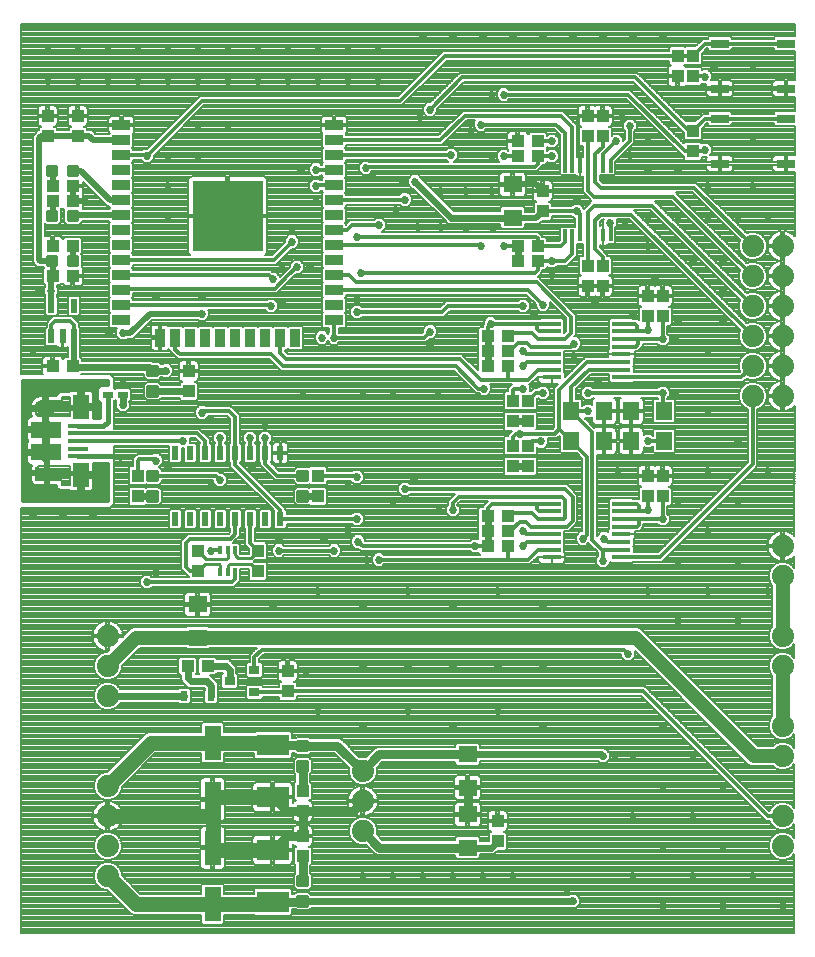
<source format=gtl>
G75*
%MOIN*%
%OFA0B0*%
%FSLAX25Y25*%
%IPPOS*%
%LPD*%
%AMOC8*
5,1,8,0,0,1.08239X$1,22.5*
%
%ADD10R,0.05512X0.11811*%
%ADD11R,0.03937X0.04331*%
%ADD12C,0.01181*%
%ADD13R,0.06890X0.01575*%
%ADD14R,0.05748X0.07874*%
%ADD15R,0.09843X0.05610*%
%ADD16C,0.03937*%
%ADD17C,0.04331*%
%ADD18C,0.00800*%
%ADD19R,0.01181X0.02598*%
%ADD20R,0.06299X0.01575*%
%ADD21R,0.01200X0.03900*%
%ADD22C,0.07400*%
%ADD23R,0.05906X0.03543*%
%ADD24R,0.03543X0.05906*%
%ADD25R,0.23622X0.23622*%
%ADD26R,0.02362X0.04724*%
%ADD27R,0.10630X0.07087*%
%ADD28R,0.02480X0.03268*%
%ADD29R,0.02165X0.04724*%
%ADD30R,0.04331X0.03937*%
%ADD31R,0.03268X0.02480*%
%ADD32R,0.03543X0.03150*%
%ADD33R,0.05512X0.06299*%
%ADD34R,0.06299X0.05512*%
%ADD35R,0.06000X0.03000*%
%ADD36C,0.01200*%
%ADD37C,0.02000*%
%ADD38C,0.02700*%
%ADD39C,0.02400*%
%ADD40C,0.05000*%
%ADD41C,0.03000*%
%ADD42C,0.01600*%
%ADD43C,0.01000*%
%ADD44C,0.04800*%
D10*
X0463333Y0011951D03*
X0463333Y0030849D03*
X0463333Y0046951D03*
X0463333Y0065849D03*
D11*
X0488333Y0083054D03*
X0488333Y0089746D03*
X0478333Y0123054D03*
X0478333Y0129746D03*
X0458333Y0129746D03*
X0458333Y0123054D03*
X0438333Y0148054D03*
X0438333Y0154746D03*
X0455333Y0183054D03*
X0455333Y0189746D03*
X0498333Y0154746D03*
X0498333Y0148054D03*
X0563333Y0158054D03*
X0568333Y0158054D03*
X0568333Y0164746D03*
X0563333Y0164746D03*
X0563333Y0173054D03*
X0568333Y0173054D03*
X0568333Y0179746D03*
X0563333Y0179746D03*
X0608333Y0154746D03*
X0613333Y0154746D03*
X0613333Y0148054D03*
X0608333Y0148054D03*
X0608333Y0208054D03*
X0613333Y0208054D03*
X0613333Y0214746D03*
X0608333Y0214746D03*
X0593333Y0218054D03*
X0588333Y0218054D03*
X0588333Y0224746D03*
X0593333Y0224746D03*
X0573333Y0243054D03*
X0573333Y0249746D03*
X0588333Y0268054D03*
X0593333Y0268054D03*
X0593333Y0274746D03*
X0588333Y0274746D03*
X0618333Y0288054D03*
X0623333Y0288054D03*
X0623333Y0294746D03*
X0618333Y0294746D03*
X0623333Y0269746D03*
X0623333Y0263054D03*
X0418333Y0268054D03*
X0408333Y0268054D03*
X0408333Y0274746D03*
X0418333Y0274746D03*
X0493333Y0049746D03*
X0493333Y0043054D03*
X0493333Y0034746D03*
X0493333Y0028054D03*
X0558333Y0033054D03*
X0558333Y0039746D03*
D12*
X0494711Y0059325D02*
X0491955Y0059325D01*
X0494711Y0059325D02*
X0494711Y0056569D01*
X0491955Y0056569D01*
X0491955Y0059325D01*
X0491955Y0057691D02*
X0494711Y0057691D01*
X0494711Y0058813D02*
X0491955Y0058813D01*
X0491955Y0066231D02*
X0494711Y0066231D01*
X0494711Y0063475D01*
X0491955Y0063475D01*
X0491955Y0066231D01*
X0491955Y0064597D02*
X0494711Y0064597D01*
X0494711Y0065719D02*
X0491955Y0065719D01*
X0491955Y0021231D02*
X0494711Y0021231D01*
X0494711Y0018475D01*
X0491955Y0018475D01*
X0491955Y0021231D01*
X0491955Y0019597D02*
X0494711Y0019597D01*
X0494711Y0020719D02*
X0491955Y0020719D01*
X0491955Y0014325D02*
X0494711Y0014325D01*
X0494711Y0011569D01*
X0491955Y0011569D01*
X0491955Y0014325D01*
X0491955Y0012691D02*
X0494711Y0012691D01*
X0494711Y0013813D02*
X0491955Y0013813D01*
X0491955Y0146569D02*
X0494711Y0146569D01*
X0491955Y0146569D02*
X0491955Y0149325D01*
X0494711Y0149325D01*
X0494711Y0146569D01*
X0494711Y0147691D02*
X0491955Y0147691D01*
X0491955Y0148813D02*
X0494711Y0148813D01*
X0494711Y0153475D02*
X0491955Y0153475D01*
X0491955Y0156231D01*
X0494711Y0156231D01*
X0494711Y0153475D01*
X0494711Y0154597D02*
X0491955Y0154597D01*
X0491955Y0155719D02*
X0494711Y0155719D01*
X0444711Y0153475D02*
X0441955Y0153475D01*
X0441955Y0156231D01*
X0444711Y0156231D01*
X0444711Y0153475D01*
X0444711Y0154597D02*
X0441955Y0154597D01*
X0441955Y0155719D02*
X0444711Y0155719D01*
X0444711Y0146569D02*
X0441955Y0146569D01*
X0441955Y0149325D01*
X0444711Y0149325D01*
X0444711Y0146569D01*
X0444711Y0147691D02*
X0441955Y0147691D01*
X0441955Y0148813D02*
X0444711Y0148813D01*
X0444711Y0184325D02*
X0441955Y0184325D01*
X0444711Y0184325D02*
X0444711Y0181569D01*
X0441955Y0181569D01*
X0441955Y0184325D01*
X0441955Y0182691D02*
X0444711Y0182691D01*
X0444711Y0183813D02*
X0441955Y0183813D01*
X0441955Y0191231D02*
X0444711Y0191231D01*
X0444711Y0188475D01*
X0441955Y0188475D01*
X0441955Y0191231D01*
X0441955Y0189597D02*
X0444711Y0189597D01*
X0444711Y0190719D02*
X0441955Y0190719D01*
X0415408Y0225022D02*
X0415408Y0227778D01*
X0418164Y0227778D01*
X0418164Y0225022D01*
X0415408Y0225022D01*
X0415408Y0226144D02*
X0418164Y0226144D01*
X0418164Y0227266D02*
X0415408Y0227266D01*
X0408503Y0227778D02*
X0408503Y0225022D01*
X0408503Y0227778D02*
X0411259Y0227778D01*
X0411259Y0225022D01*
X0408503Y0225022D01*
X0408503Y0226144D02*
X0411259Y0226144D01*
X0411259Y0227266D02*
X0408503Y0227266D01*
X0411259Y0240022D02*
X0411259Y0242778D01*
X0411259Y0240022D02*
X0408503Y0240022D01*
X0408503Y0242778D01*
X0411259Y0242778D01*
X0411259Y0241144D02*
X0408503Y0241144D01*
X0408503Y0242266D02*
X0411259Y0242266D01*
X0418164Y0242778D02*
X0418164Y0240022D01*
X0415408Y0240022D01*
X0415408Y0242778D01*
X0418164Y0242778D01*
X0418164Y0241144D02*
X0415408Y0241144D01*
X0415408Y0242266D02*
X0418164Y0242266D01*
X0418164Y0255022D02*
X0418164Y0257778D01*
X0418164Y0255022D02*
X0415408Y0255022D01*
X0415408Y0257778D01*
X0418164Y0257778D01*
X0418164Y0256144D02*
X0415408Y0256144D01*
X0415408Y0257266D02*
X0418164Y0257266D01*
X0411259Y0257778D02*
X0411259Y0255022D01*
X0408503Y0255022D01*
X0408503Y0257778D01*
X0411259Y0257778D01*
X0411259Y0256144D02*
X0408503Y0256144D01*
X0408503Y0257266D02*
X0411259Y0257266D01*
D13*
X0418333Y0171518D03*
X0418333Y0168959D03*
X0418333Y0166400D03*
X0418333Y0163841D03*
X0418333Y0161282D03*
D14*
X0419416Y0154983D03*
X0419416Y0177817D03*
D15*
X0407802Y0170189D03*
X0407802Y0162611D03*
D16*
X0408196Y0155770D03*
D17*
X0408370Y0177154D02*
X0406794Y0177154D01*
X0406794Y0177154D01*
X0408370Y0177154D01*
X0408370Y0177154D01*
D18*
X0399333Y0144200D02*
X0399333Y0002400D01*
X0657255Y0002400D01*
X0657262Y0028682D01*
X0655996Y0027416D01*
X0654268Y0026700D01*
X0652398Y0026700D01*
X0650671Y0027416D01*
X0649349Y0028738D01*
X0648633Y0030465D01*
X0648633Y0032335D01*
X0649349Y0034062D01*
X0650671Y0035384D01*
X0652398Y0036100D01*
X0654268Y0036100D01*
X0655996Y0035384D01*
X0657263Y0034117D01*
X0657264Y0038684D01*
X0655996Y0037416D01*
X0654268Y0036700D01*
X0652398Y0036700D01*
X0650671Y0037416D01*
X0649349Y0038738D01*
X0648909Y0039800D01*
X0647671Y0039800D01*
X0606017Y0081454D01*
X0491302Y0081454D01*
X0491302Y0080474D01*
X0490716Y0079888D01*
X0485951Y0079888D01*
X0485365Y0080474D01*
X0485365Y0081060D01*
X0480042Y0081060D01*
X0480042Y0080671D01*
X0479456Y0080085D01*
X0475084Y0080085D01*
X0474499Y0080671D01*
X0474499Y0084649D01*
X0475084Y0085235D01*
X0479456Y0085235D01*
X0480042Y0084649D01*
X0480042Y0084260D01*
X0485365Y0084260D01*
X0485365Y0085633D01*
X0485951Y0086219D01*
X0486040Y0086219D01*
X0485824Y0086277D01*
X0485505Y0086461D01*
X0485245Y0086721D01*
X0485060Y0087041D01*
X0484965Y0087397D01*
X0484965Y0089346D01*
X0487933Y0089346D01*
X0487933Y0090146D01*
X0484965Y0090146D01*
X0484965Y0092096D01*
X0485060Y0092452D01*
X0485245Y0092771D01*
X0485505Y0093032D01*
X0485824Y0093216D01*
X0486180Y0093312D01*
X0487933Y0093312D01*
X0487933Y0090146D01*
X0488733Y0090146D01*
X0491702Y0090146D01*
X0491702Y0092096D01*
X0491606Y0092452D01*
X0491422Y0092771D01*
X0491161Y0093032D01*
X0490842Y0093216D01*
X0490486Y0093312D01*
X0488733Y0093312D01*
X0488733Y0090146D01*
X0488733Y0089346D01*
X0491702Y0089346D01*
X0491702Y0087397D01*
X0491606Y0087041D01*
X0491422Y0086721D01*
X0491161Y0086461D01*
X0490842Y0086277D01*
X0490627Y0086219D01*
X0490716Y0086219D01*
X0491302Y0085633D01*
X0491302Y0084654D01*
X0607343Y0084654D01*
X0648934Y0043062D01*
X0649349Y0044062D01*
X0650671Y0045384D01*
X0652398Y0046100D01*
X0654268Y0046100D01*
X0655996Y0045384D01*
X0657266Y0044114D01*
X0657269Y0058689D01*
X0655996Y0057416D01*
X0654268Y0056700D01*
X0652398Y0056700D01*
X0650671Y0057416D01*
X0650087Y0058000D01*
X0643157Y0058000D01*
X0641907Y0058518D01*
X0604183Y0096242D01*
X0604183Y0094427D01*
X0602807Y0093050D01*
X0600860Y0093050D01*
X0599483Y0094427D01*
X0599483Y0095300D01*
X0480496Y0095300D01*
X0478870Y0093674D01*
X0478870Y0092715D01*
X0479456Y0092715D01*
X0480042Y0092129D01*
X0480042Y0088151D01*
X0479456Y0087565D01*
X0475084Y0087565D01*
X0474499Y0088151D01*
X0474499Y0092129D01*
X0475084Y0092715D01*
X0475670Y0092715D01*
X0475670Y0095000D01*
X0476608Y0095937D01*
X0476608Y0095937D01*
X0478159Y0097488D01*
X0462253Y0097488D01*
X0461897Y0097132D01*
X0454770Y0097132D01*
X0454414Y0097488D01*
X0439230Y0097488D01*
X0433033Y0091292D01*
X0433033Y0090465D01*
X0432318Y0088738D01*
X0430996Y0087416D01*
X0429268Y0086700D01*
X0427398Y0086700D01*
X0425671Y0087416D01*
X0424349Y0088738D01*
X0423633Y0090465D01*
X0423633Y0092335D01*
X0424349Y0094062D01*
X0425671Y0095384D01*
X0427398Y0096100D01*
X0428225Y0096100D01*
X0428733Y0096608D01*
X0428733Y0101000D01*
X0427933Y0101000D01*
X0423233Y0101000D01*
X0423233Y0100999D01*
X0423359Y0100206D01*
X0423607Y0099442D01*
X0423971Y0098727D01*
X0424443Y0098078D01*
X0425011Y0097510D01*
X0425660Y0097038D01*
X0426376Y0096674D01*
X0427139Y0096426D01*
X0427932Y0096300D01*
X0427933Y0096300D01*
X0427933Y0101000D01*
X0427933Y0101800D01*
X0423233Y0101800D01*
X0423233Y0101801D01*
X0423359Y0102594D01*
X0423607Y0103358D01*
X0423971Y0104073D01*
X0424443Y0104722D01*
X0425011Y0105290D01*
X0425660Y0105762D01*
X0426376Y0106126D01*
X0427139Y0106374D01*
X0427932Y0106500D01*
X0427933Y0106500D01*
X0427933Y0101800D01*
X0428733Y0101800D01*
X0428733Y0106500D01*
X0428735Y0106500D01*
X0429528Y0106374D01*
X0430291Y0106126D01*
X0431006Y0105762D01*
X0431656Y0105290D01*
X0432223Y0104722D01*
X0432695Y0104073D01*
X0433060Y0103358D01*
X0433308Y0102594D01*
X0433433Y0101801D01*
X0433433Y0101800D01*
X0428733Y0101800D01*
X0428733Y0101000D01*
X0433125Y0101000D01*
X0434939Y0102814D01*
X0435896Y0103771D01*
X0437145Y0104288D01*
X0454414Y0104288D01*
X0454770Y0104644D01*
X0461897Y0104644D01*
X0462253Y0104288D01*
X0605021Y0104288D01*
X0606271Y0103771D01*
X0645242Y0064800D01*
X0650087Y0064800D01*
X0650671Y0065384D01*
X0652398Y0066100D01*
X0654268Y0066100D01*
X0655996Y0065384D01*
X0657271Y0064109D01*
X0657272Y0068692D01*
X0655996Y0067416D01*
X0654268Y0066700D01*
X0652398Y0066700D01*
X0650671Y0067416D01*
X0649349Y0068738D01*
X0648633Y0070465D01*
X0648633Y0072335D01*
X0649349Y0074062D01*
X0649933Y0074647D01*
X0649933Y0088153D01*
X0649349Y0088738D01*
X0648633Y0090465D01*
X0648633Y0092335D01*
X0649349Y0094062D01*
X0650671Y0095384D01*
X0652398Y0096100D01*
X0654268Y0096100D01*
X0655996Y0095384D01*
X0657279Y0094102D01*
X0657280Y0098700D01*
X0655996Y0097416D01*
X0654268Y0096700D01*
X0652398Y0096700D01*
X0650671Y0097416D01*
X0649349Y0098738D01*
X0648633Y0100465D01*
X0648633Y0102335D01*
X0649349Y0104062D01*
X0649933Y0104647D01*
X0649933Y0118153D01*
X0649349Y0118738D01*
X0648633Y0120465D01*
X0648633Y0122335D01*
X0649349Y0124062D01*
X0650671Y0125384D01*
X0652398Y0126100D01*
X0654268Y0126100D01*
X0655996Y0125384D01*
X0657286Y0124094D01*
X0657287Y0128166D01*
X0657223Y0128078D01*
X0656656Y0127510D01*
X0656006Y0127038D01*
X0655291Y0126674D01*
X0654528Y0126426D01*
X0653735Y0126300D01*
X0653733Y0126300D01*
X0653733Y0131000D01*
X0652933Y0131000D01*
X0648233Y0131000D01*
X0648233Y0130999D01*
X0648359Y0130206D01*
X0648607Y0129442D01*
X0648971Y0128727D01*
X0649443Y0128078D01*
X0650011Y0127510D01*
X0650660Y0127038D01*
X0651376Y0126674D01*
X0652139Y0126426D01*
X0652932Y0126300D01*
X0652933Y0126300D01*
X0652933Y0131000D01*
X0652933Y0131800D01*
X0648233Y0131800D01*
X0648233Y0131801D01*
X0648359Y0132594D01*
X0648607Y0133358D01*
X0648971Y0134073D01*
X0649443Y0134722D01*
X0650011Y0135290D01*
X0650660Y0135762D01*
X0651376Y0136126D01*
X0652139Y0136374D01*
X0652932Y0136500D01*
X0652933Y0136500D01*
X0652933Y0131800D01*
X0653733Y0131800D01*
X0653733Y0136500D01*
X0653735Y0136500D01*
X0654528Y0136374D01*
X0655291Y0136126D01*
X0656006Y0135762D01*
X0656656Y0135290D01*
X0657223Y0134722D01*
X0657289Y0134632D01*
X0657300Y0178183D01*
X0657223Y0178078D01*
X0656656Y0177510D01*
X0656006Y0177038D01*
X0655291Y0176674D01*
X0654528Y0176426D01*
X0653735Y0176300D01*
X0653733Y0176300D01*
X0653733Y0181000D01*
X0652933Y0181000D01*
X0648233Y0181000D01*
X0648233Y0180999D01*
X0648359Y0180206D01*
X0648607Y0179442D01*
X0648971Y0178727D01*
X0649443Y0178078D01*
X0650011Y0177510D01*
X0650660Y0177038D01*
X0651376Y0176674D01*
X0652139Y0176426D01*
X0652932Y0176300D01*
X0652933Y0176300D01*
X0652933Y0181000D01*
X0652933Y0181800D01*
X0648233Y0181800D01*
X0648233Y0181801D01*
X0648359Y0182594D01*
X0648607Y0183358D01*
X0648971Y0184073D01*
X0649443Y0184722D01*
X0650011Y0185290D01*
X0650660Y0185762D01*
X0651376Y0186126D01*
X0652139Y0186374D01*
X0652301Y0186400D01*
X0652139Y0186426D01*
X0651376Y0186674D01*
X0650660Y0187038D01*
X0650011Y0187510D01*
X0649443Y0188078D01*
X0648971Y0188727D01*
X0648607Y0189442D01*
X0648359Y0190206D01*
X0648233Y0190999D01*
X0648233Y0191000D01*
X0652933Y0191000D01*
X0652933Y0191800D01*
X0648233Y0191800D01*
X0648233Y0191801D01*
X0648359Y0192594D01*
X0648607Y0193358D01*
X0648971Y0194073D01*
X0649443Y0194722D01*
X0650011Y0195290D01*
X0650660Y0195762D01*
X0651376Y0196126D01*
X0652139Y0196374D01*
X0652301Y0196400D01*
X0652139Y0196426D01*
X0651376Y0196674D01*
X0650660Y0197038D01*
X0650011Y0197510D01*
X0649443Y0198078D01*
X0648971Y0198727D01*
X0648607Y0199442D01*
X0648359Y0200206D01*
X0648233Y0200999D01*
X0648233Y0201000D01*
X0652933Y0201000D01*
X0652933Y0201800D01*
X0648233Y0201800D01*
X0648233Y0201801D01*
X0648359Y0202594D01*
X0648607Y0203358D01*
X0648971Y0204073D01*
X0649443Y0204722D01*
X0650011Y0205290D01*
X0650660Y0205762D01*
X0651376Y0206126D01*
X0652139Y0206374D01*
X0652301Y0206400D01*
X0652139Y0206426D01*
X0651376Y0206674D01*
X0650660Y0207038D01*
X0650011Y0207510D01*
X0649443Y0208078D01*
X0648971Y0208727D01*
X0648607Y0209442D01*
X0648359Y0210206D01*
X0648233Y0210999D01*
X0648233Y0211000D01*
X0652933Y0211000D01*
X0652933Y0211800D01*
X0648233Y0211800D01*
X0648233Y0211801D01*
X0648359Y0212594D01*
X0648607Y0213358D01*
X0648971Y0214073D01*
X0649443Y0214722D01*
X0650011Y0215290D01*
X0650660Y0215762D01*
X0651376Y0216126D01*
X0652139Y0216374D01*
X0652301Y0216400D01*
X0652139Y0216426D01*
X0651376Y0216674D01*
X0650660Y0217038D01*
X0650011Y0217510D01*
X0649443Y0218078D01*
X0648971Y0218727D01*
X0648607Y0219442D01*
X0648359Y0220206D01*
X0648233Y0220999D01*
X0648233Y0221000D01*
X0652933Y0221000D01*
X0652933Y0221800D01*
X0648233Y0221800D01*
X0648233Y0221801D01*
X0648359Y0222594D01*
X0648607Y0223358D01*
X0648971Y0224073D01*
X0649443Y0224722D01*
X0650011Y0225290D01*
X0650660Y0225762D01*
X0651376Y0226126D01*
X0652139Y0226374D01*
X0652301Y0226400D01*
X0652139Y0226426D01*
X0651376Y0226674D01*
X0650660Y0227038D01*
X0650011Y0227510D01*
X0649443Y0228078D01*
X0648971Y0228727D01*
X0648607Y0229442D01*
X0648359Y0230206D01*
X0648233Y0230999D01*
X0648233Y0231000D01*
X0652933Y0231000D01*
X0652933Y0231800D01*
X0648233Y0231800D01*
X0648233Y0231801D01*
X0648359Y0232594D01*
X0648607Y0233358D01*
X0648971Y0234073D01*
X0649443Y0234722D01*
X0650011Y0235290D01*
X0650660Y0235762D01*
X0651376Y0236126D01*
X0652139Y0236374D01*
X0652932Y0236500D01*
X0652933Y0236500D01*
X0652933Y0231800D01*
X0653733Y0231800D01*
X0653733Y0236500D01*
X0653735Y0236500D01*
X0654528Y0236374D01*
X0655291Y0236126D01*
X0656006Y0235762D01*
X0656656Y0235290D01*
X0657223Y0234722D01*
X0657315Y0234597D01*
X0657320Y0256000D01*
X0654683Y0256000D01*
X0654683Y0258550D01*
X0653983Y0258550D01*
X0649933Y0258550D01*
X0649933Y0257216D01*
X0650029Y0256860D01*
X0650213Y0256540D01*
X0650474Y0256280D01*
X0650793Y0256095D01*
X0651149Y0256000D01*
X0653983Y0256000D01*
X0653983Y0258550D01*
X0653983Y0259250D01*
X0649933Y0259250D01*
X0649933Y0260584D01*
X0650029Y0260940D01*
X0650213Y0261260D01*
X0650474Y0261520D01*
X0650793Y0261705D01*
X0651149Y0261800D01*
X0653983Y0261800D01*
X0653983Y0259250D01*
X0654683Y0259250D01*
X0654683Y0261800D01*
X0657322Y0261800D01*
X0657324Y0271400D01*
X0650919Y0271400D01*
X0650333Y0271986D01*
X0650333Y0272300D01*
X0636333Y0272300D01*
X0636333Y0271986D01*
X0635748Y0271400D01*
X0628919Y0271400D01*
X0628333Y0271986D01*
X0628333Y0272300D01*
X0628150Y0272300D01*
X0626302Y0270452D01*
X0626302Y0267167D01*
X0625716Y0266581D01*
X0620951Y0266581D01*
X0620365Y0267167D01*
X0620365Y0269106D01*
X0603459Y0286012D01*
X0547208Y0286012D01*
X0538183Y0276987D01*
X0538183Y0275927D01*
X0536807Y0274550D01*
X0534860Y0274550D01*
X0533483Y0275927D01*
X0533483Y0277873D01*
X0534860Y0279250D01*
X0535921Y0279250D01*
X0544945Y0288275D01*
X0545882Y0289212D01*
X0604784Y0289212D01*
X0605722Y0288275D01*
X0621084Y0272912D01*
X0624236Y0272912D01*
X0625887Y0274563D01*
X0626824Y0275500D01*
X0628333Y0275500D01*
X0628333Y0275814D01*
X0628919Y0276400D01*
X0635748Y0276400D01*
X0636333Y0275814D01*
X0636333Y0275500D01*
X0650333Y0275500D01*
X0650333Y0275814D01*
X0650919Y0276400D01*
X0657326Y0276400D01*
X0657327Y0281000D01*
X0654683Y0281000D01*
X0654683Y0283550D01*
X0653983Y0283550D01*
X0649933Y0283550D01*
X0649933Y0282216D01*
X0650029Y0281860D01*
X0650213Y0281540D01*
X0650474Y0281280D01*
X0650793Y0281095D01*
X0651149Y0281000D01*
X0653983Y0281000D01*
X0653983Y0283550D01*
X0653983Y0284250D01*
X0649933Y0284250D01*
X0649933Y0285584D01*
X0650029Y0285940D01*
X0650213Y0286260D01*
X0650474Y0286520D01*
X0650793Y0286705D01*
X0651149Y0286800D01*
X0653983Y0286800D01*
X0653983Y0284250D01*
X0654683Y0284250D01*
X0654683Y0286800D01*
X0657328Y0286800D01*
X0657331Y0296400D01*
X0650919Y0296400D01*
X0650333Y0296986D01*
X0650333Y0297300D01*
X0636333Y0297300D01*
X0636333Y0296986D01*
X0635748Y0296400D01*
X0628919Y0296400D01*
X0628333Y0296986D01*
X0628333Y0297300D01*
X0628150Y0297300D01*
X0626302Y0295452D01*
X0626302Y0292167D01*
X0625716Y0291581D01*
X0620951Y0291581D01*
X0620833Y0291698D01*
X0620716Y0291581D01*
X0620627Y0291581D01*
X0620842Y0291523D01*
X0621161Y0291339D01*
X0621282Y0291219D01*
X0625716Y0291219D01*
X0626302Y0290633D01*
X0626302Y0290192D01*
X0626360Y0290250D01*
X0628307Y0290250D01*
X0629683Y0288873D01*
X0629683Y0286927D01*
X0629557Y0286800D01*
X0631983Y0286800D01*
X0631983Y0284250D01*
X0631983Y0283550D01*
X0627933Y0283550D01*
X0627933Y0282216D01*
X0628029Y0281860D01*
X0628213Y0281540D01*
X0628474Y0281280D01*
X0628793Y0281095D01*
X0629149Y0281000D01*
X0631983Y0281000D01*
X0631983Y0283550D01*
X0632683Y0283550D01*
X0632683Y0281000D01*
X0635518Y0281000D01*
X0635874Y0281095D01*
X0636193Y0281280D01*
X0636454Y0281540D01*
X0636638Y0281860D01*
X0636733Y0282216D01*
X0636733Y0283550D01*
X0632683Y0283550D01*
X0632683Y0284250D01*
X0631983Y0284250D01*
X0627933Y0284250D01*
X0627933Y0285550D01*
X0626360Y0285550D01*
X0626302Y0285608D01*
X0626302Y0285474D01*
X0625716Y0284888D01*
X0621282Y0284888D01*
X0621161Y0284768D01*
X0620842Y0284584D01*
X0620486Y0284488D01*
X0618733Y0284488D01*
X0618733Y0287653D01*
X0617933Y0287653D01*
X0617933Y0284488D01*
X0616180Y0284488D01*
X0615824Y0284584D01*
X0615505Y0284768D01*
X0615245Y0285029D01*
X0615060Y0285348D01*
X0614965Y0285704D01*
X0614965Y0287654D01*
X0617933Y0287654D01*
X0617933Y0288454D01*
X0614965Y0288454D01*
X0614965Y0290403D01*
X0615060Y0290759D01*
X0615245Y0291079D01*
X0615505Y0291339D01*
X0615824Y0291523D01*
X0616040Y0291581D01*
X0615951Y0291581D01*
X0615365Y0292167D01*
X0615365Y0293146D01*
X0541343Y0293146D01*
X0526496Y0278300D01*
X0460496Y0278300D01*
X0443683Y0261487D01*
X0443683Y0260427D01*
X0442307Y0259050D01*
X0440360Y0259050D01*
X0439295Y0260115D01*
X0436853Y0260115D01*
X0436853Y0259529D01*
X0436539Y0259215D01*
X0436853Y0258901D01*
X0436853Y0254529D01*
X0436539Y0254215D01*
X0436853Y0253901D01*
X0436853Y0249529D01*
X0436539Y0249215D01*
X0436853Y0248901D01*
X0436853Y0244529D01*
X0436539Y0244215D01*
X0436853Y0243901D01*
X0436853Y0239529D01*
X0436539Y0239215D01*
X0436853Y0238901D01*
X0436853Y0234529D01*
X0436539Y0234215D01*
X0436853Y0233901D01*
X0436853Y0229529D01*
X0436539Y0229215D01*
X0436853Y0228901D01*
X0436853Y0228315D01*
X0455929Y0228315D01*
X0455663Y0228469D01*
X0455402Y0228729D01*
X0455218Y0229049D01*
X0455122Y0229405D01*
X0455122Y0241000D01*
X0467933Y0241000D01*
X0467933Y0241800D01*
X0455122Y0241800D01*
X0455122Y0253395D01*
X0455218Y0253751D01*
X0455402Y0254071D01*
X0455663Y0254331D01*
X0455982Y0254516D01*
X0456338Y0254611D01*
X0467933Y0254611D01*
X0467933Y0241800D01*
X0468733Y0241800D01*
X0468733Y0254611D01*
X0480329Y0254611D01*
X0480685Y0254516D01*
X0481004Y0254331D01*
X0481265Y0254071D01*
X0481449Y0253751D01*
X0481544Y0253395D01*
X0481544Y0241800D01*
X0468733Y0241800D01*
X0468733Y0241000D01*
X0481544Y0241000D01*
X0481544Y0229405D01*
X0481449Y0229049D01*
X0481265Y0228729D01*
X0481004Y0228469D01*
X0480738Y0228315D01*
X0482986Y0228315D01*
X0487483Y0232813D01*
X0487483Y0233873D01*
X0488860Y0235250D01*
X0490807Y0235250D01*
X0492183Y0233873D01*
X0492183Y0231927D01*
X0490807Y0230550D01*
X0489746Y0230550D01*
X0484311Y0225115D01*
X0436853Y0225115D01*
X0436853Y0224529D01*
X0436539Y0224215D01*
X0436853Y0223901D01*
X0436853Y0223315D01*
X0482681Y0223315D01*
X0483246Y0222750D01*
X0484307Y0222750D01*
X0485683Y0221373D01*
X0485683Y0221013D01*
X0486983Y0222313D01*
X0488983Y0224313D01*
X0488983Y0225373D01*
X0490360Y0226750D01*
X0492307Y0226750D01*
X0493683Y0225373D01*
X0493683Y0223427D01*
X0492307Y0222050D01*
X0491246Y0222050D01*
X0489246Y0220050D01*
X0484811Y0215615D01*
X0436853Y0215615D01*
X0436853Y0214529D01*
X0436539Y0214215D01*
X0436853Y0213901D01*
X0436853Y0213315D01*
X0481425Y0213315D01*
X0481860Y0213750D01*
X0483807Y0213750D01*
X0485183Y0212373D01*
X0485183Y0210427D01*
X0483807Y0209050D01*
X0481860Y0209050D01*
X0480795Y0210115D01*
X0461942Y0210115D01*
X0462183Y0209873D01*
X0462183Y0207927D01*
X0460807Y0206550D01*
X0458860Y0206550D01*
X0458510Y0206900D01*
X0443162Y0206900D01*
X0436662Y0200400D01*
X0434657Y0200400D01*
X0434307Y0200050D01*
X0432360Y0200050D01*
X0430983Y0201427D01*
X0430983Y0203373D01*
X0431553Y0203943D01*
X0429533Y0203943D01*
X0428948Y0204529D01*
X0428948Y0208901D01*
X0429262Y0209215D01*
X0428948Y0209529D01*
X0428948Y0213901D01*
X0429262Y0214215D01*
X0428948Y0214529D01*
X0428948Y0218901D01*
X0429262Y0219215D01*
X0428948Y0219529D01*
X0428948Y0223901D01*
X0429262Y0224215D01*
X0428948Y0224529D01*
X0428948Y0228901D01*
X0429262Y0229215D01*
X0428948Y0229529D01*
X0428948Y0233901D01*
X0429262Y0234215D01*
X0428948Y0234529D01*
X0428948Y0238901D01*
X0429262Y0239215D01*
X0428948Y0239529D01*
X0428948Y0239715D01*
X0419755Y0239715D01*
X0419755Y0239363D01*
X0418823Y0238431D01*
X0414749Y0238431D01*
X0413818Y0239363D01*
X0413818Y0243217D01*
X0413655Y0243311D01*
X0413394Y0243572D01*
X0413210Y0243891D01*
X0413152Y0244106D01*
X0413152Y0244017D01*
X0412710Y0243575D01*
X0412849Y0243437D01*
X0412849Y0239363D01*
X0411917Y0238431D01*
X0407844Y0238431D01*
X0407333Y0238942D01*
X0407333Y0234687D01*
X0407637Y0234768D01*
X0409587Y0234768D01*
X0409587Y0231800D01*
X0410387Y0231800D01*
X0410387Y0234768D01*
X0412337Y0234768D01*
X0412693Y0234673D01*
X0413012Y0234489D01*
X0413272Y0234228D01*
X0413457Y0233909D01*
X0413514Y0233694D01*
X0413514Y0233783D01*
X0414100Y0234368D01*
X0419259Y0234368D01*
X0419845Y0233783D01*
X0419845Y0229017D01*
X0419510Y0228682D01*
X0419755Y0228437D01*
X0419755Y0224439D01*
X0419965Y0224228D01*
X0420150Y0223909D01*
X0420245Y0223553D01*
X0420245Y0221800D01*
X0417080Y0221800D01*
X0417080Y0221000D01*
X0420245Y0221000D01*
X0420245Y0219247D01*
X0420150Y0218891D01*
X0419965Y0218572D01*
X0419705Y0218311D01*
X0419386Y0218127D01*
X0419029Y0218031D01*
X0417080Y0218031D01*
X0417080Y0221000D01*
X0416280Y0221000D01*
X0416280Y0218031D01*
X0414330Y0218031D01*
X0413974Y0218127D01*
X0413655Y0218311D01*
X0413394Y0218572D01*
X0413210Y0218891D01*
X0413152Y0219106D01*
X0413152Y0219017D01*
X0412566Y0218431D01*
X0411593Y0218431D01*
X0411593Y0217723D01*
X0411943Y0217373D01*
X0411943Y0215427D01*
X0411593Y0215077D01*
X0411593Y0214378D01*
X0411676Y0214295D01*
X0411676Y0208742D01*
X0411090Y0208156D01*
X0408096Y0208156D01*
X0407510Y0208742D01*
X0407510Y0214295D01*
X0407593Y0214378D01*
X0407593Y0215077D01*
X0407243Y0215427D01*
X0407243Y0217373D01*
X0407593Y0217723D01*
X0407593Y0218431D01*
X0407407Y0218431D01*
X0406822Y0219017D01*
X0406822Y0223783D01*
X0407157Y0224118D01*
X0406912Y0224363D01*
X0406912Y0224400D01*
X0405005Y0224400D01*
X0404505Y0224900D01*
X0403333Y0226072D01*
X0403333Y0268228D01*
X0403987Y0268882D01*
X0405158Y0270054D01*
X0405365Y0270054D01*
X0405365Y0270633D01*
X0405951Y0271219D01*
X0406040Y0271219D01*
X0405824Y0271277D01*
X0405505Y0271461D01*
X0405245Y0271721D01*
X0405060Y0272041D01*
X0404965Y0272397D01*
X0404965Y0274346D01*
X0407933Y0274346D01*
X0407933Y0275146D01*
X0404965Y0275146D01*
X0404965Y0277096D01*
X0405060Y0277452D01*
X0405245Y0277771D01*
X0405505Y0278032D01*
X0405824Y0278216D01*
X0406180Y0278312D01*
X0407933Y0278312D01*
X0407933Y0275146D01*
X0408733Y0275146D01*
X0411702Y0275146D01*
X0411702Y0277096D01*
X0411606Y0277452D01*
X0411422Y0277771D01*
X0411161Y0278032D01*
X0410842Y0278216D01*
X0410486Y0278312D01*
X0408733Y0278312D01*
X0408733Y0275146D01*
X0408733Y0274346D01*
X0411702Y0274346D01*
X0411702Y0272397D01*
X0411606Y0272041D01*
X0411422Y0271721D01*
X0411161Y0271461D01*
X0410842Y0271277D01*
X0410627Y0271219D01*
X0410716Y0271219D01*
X0411302Y0270633D01*
X0411302Y0270054D01*
X0415365Y0270054D01*
X0415365Y0270633D01*
X0415951Y0271219D01*
X0416040Y0271219D01*
X0415824Y0271277D01*
X0415505Y0271461D01*
X0415245Y0271721D01*
X0415060Y0272041D01*
X0414965Y0272397D01*
X0414965Y0274346D01*
X0417933Y0274346D01*
X0417933Y0275146D01*
X0414965Y0275146D01*
X0414965Y0277096D01*
X0415060Y0277452D01*
X0415245Y0277771D01*
X0415505Y0278032D01*
X0415824Y0278216D01*
X0416180Y0278312D01*
X0417933Y0278312D01*
X0417933Y0275146D01*
X0418733Y0275146D01*
X0421702Y0275146D01*
X0421702Y0277096D01*
X0421606Y0277452D01*
X0421422Y0277771D01*
X0421161Y0278032D01*
X0420842Y0278216D01*
X0420486Y0278312D01*
X0418733Y0278312D01*
X0418733Y0275146D01*
X0418733Y0274346D01*
X0421702Y0274346D01*
X0421702Y0272397D01*
X0421606Y0272041D01*
X0421422Y0271721D01*
X0421161Y0271461D01*
X0420842Y0271277D01*
X0420627Y0271219D01*
X0420716Y0271219D01*
X0421302Y0270633D01*
X0421302Y0270054D01*
X0423008Y0270054D01*
X0424347Y0268715D01*
X0428948Y0268715D01*
X0428948Y0268901D01*
X0424160Y0268901D01*
X0423362Y0269700D02*
X0428563Y0269700D01*
X0428548Y0269759D02*
X0428643Y0269403D01*
X0428827Y0269084D01*
X0428979Y0268932D01*
X0428948Y0268901D01*
X0428548Y0269759D02*
X0428548Y0271315D01*
X0432500Y0271315D01*
X0432500Y0272115D01*
X0428548Y0272115D01*
X0428548Y0273671D01*
X0428643Y0274027D01*
X0428827Y0274346D01*
X0429088Y0274607D01*
X0429407Y0274791D01*
X0429763Y0274887D01*
X0432500Y0274887D01*
X0432500Y0272115D01*
X0433300Y0272115D01*
X0433300Y0274887D01*
X0436037Y0274887D01*
X0436393Y0274791D01*
X0436713Y0274607D01*
X0436973Y0274346D01*
X0437158Y0274027D01*
X0437253Y0273671D01*
X0437253Y0272115D01*
X0433300Y0272115D01*
X0433300Y0271315D01*
X0437253Y0271315D01*
X0437253Y0269759D01*
X0437158Y0269403D01*
X0436973Y0269084D01*
X0436822Y0268932D01*
X0436853Y0268901D01*
X0436853Y0264529D01*
X0436539Y0264215D01*
X0436853Y0263901D01*
X0436853Y0263315D01*
X0439925Y0263315D01*
X0440360Y0263750D01*
X0441421Y0263750D01*
X0458233Y0280563D01*
X0459171Y0281500D01*
X0525171Y0281500D01*
X0540017Y0296346D01*
X0615365Y0296346D01*
X0615365Y0297326D01*
X0615951Y0297912D01*
X0620716Y0297912D01*
X0620833Y0297795D01*
X0620951Y0297912D01*
X0624236Y0297912D01*
X0625887Y0299563D01*
X0626824Y0300500D01*
X0628333Y0300500D01*
X0628333Y0300814D01*
X0628919Y0301400D01*
X0635748Y0301400D01*
X0636333Y0300814D01*
X0636333Y0300500D01*
X0650333Y0300500D01*
X0650333Y0300814D01*
X0650919Y0301400D01*
X0657332Y0301400D01*
X0657333Y0305400D01*
X0399333Y0305400D01*
X0399333Y0188600D01*
X0406685Y0188600D01*
X0406517Y0188891D01*
X0406422Y0189247D01*
X0406422Y0191000D01*
X0409587Y0191000D01*
X0409587Y0191800D01*
X0409587Y0194768D01*
X0407637Y0194768D01*
X0407281Y0194673D01*
X0406962Y0194489D01*
X0406701Y0194228D01*
X0406517Y0193909D01*
X0406422Y0193553D01*
X0406422Y0191800D01*
X0409587Y0191800D01*
X0410387Y0191800D01*
X0410387Y0194768D01*
X0412337Y0194768D01*
X0412693Y0194673D01*
X0413012Y0194489D01*
X0413272Y0194228D01*
X0413457Y0193909D01*
X0413514Y0193694D01*
X0413514Y0193783D01*
X0414100Y0194368D01*
X0415073Y0194368D01*
X0415073Y0197682D01*
X0414956Y0197615D01*
X0414600Y0197519D01*
X0413475Y0197519D01*
X0413475Y0201140D01*
X0413192Y0201140D01*
X0413192Y0197519D01*
X0412066Y0197519D01*
X0411710Y0197615D01*
X0411391Y0197799D01*
X0411180Y0198010D01*
X0411090Y0197919D01*
X0408096Y0197919D01*
X0407510Y0198505D01*
X0407510Y0204058D01*
X0407993Y0204541D01*
X0407993Y0205823D01*
X0409233Y0207063D01*
X0410171Y0208000D01*
X0416496Y0208000D01*
X0417736Y0206760D01*
X0418673Y0205823D01*
X0418673Y0204541D01*
X0419156Y0204058D01*
X0419156Y0198505D01*
X0419073Y0198422D01*
X0419073Y0194368D01*
X0419259Y0194368D01*
X0419845Y0193783D01*
X0419845Y0193128D01*
X0426245Y0193128D01*
X0426285Y0193168D01*
X0430381Y0193168D01*
X0430422Y0193128D01*
X0431245Y0193128D01*
X0431285Y0193168D01*
X0435381Y0193168D01*
X0435422Y0193128D01*
X0443170Y0193128D01*
X0443476Y0192821D01*
X0445370Y0192821D01*
X0446139Y0192053D01*
X0446663Y0192053D01*
X0446860Y0192250D01*
X0448807Y0192250D01*
X0450183Y0190873D01*
X0450183Y0188927D01*
X0448807Y0187550D01*
X0446860Y0187550D01*
X0446757Y0187653D01*
X0446139Y0187653D01*
X0445370Y0186884D01*
X0441297Y0186884D01*
X0440365Y0187816D01*
X0440365Y0188728D01*
X0435422Y0188728D01*
X0435381Y0188687D01*
X0431285Y0188687D01*
X0431245Y0188728D01*
X0430422Y0188728D01*
X0430381Y0188687D01*
X0426285Y0188687D01*
X0426245Y0188728D01*
X0419555Y0188728D01*
X0419428Y0188600D01*
X0429245Y0188600D01*
X0430533Y0187311D01*
X0430533Y0183961D01*
X0430833Y0183661D01*
X0431285Y0184113D01*
X0435381Y0184113D01*
X0435967Y0183527D01*
X0435967Y0180218D01*
X0435533Y0179784D01*
X0435533Y0179523D01*
X0435683Y0179373D01*
X0435683Y0177427D01*
X0434307Y0176050D01*
X0432360Y0176050D01*
X0430983Y0177427D01*
X0430983Y0179373D01*
X0431133Y0179523D01*
X0431133Y0179784D01*
X0430833Y0180084D01*
X0430533Y0179784D01*
X0430533Y0170559D01*
X0458937Y0170559D01*
X0462433Y0167063D01*
X0462433Y0165781D01*
X0463014Y0165200D01*
X0463014Y0159647D01*
X0462429Y0159061D01*
X0459238Y0159061D01*
X0458652Y0159647D01*
X0458652Y0165200D01*
X0459211Y0165759D01*
X0457612Y0167359D01*
X0455683Y0167359D01*
X0455683Y0165786D01*
X0457429Y0165786D01*
X0458014Y0165200D01*
X0458014Y0159647D01*
X0457429Y0159061D01*
X0454238Y0159061D01*
X0453652Y0159647D01*
X0453652Y0164050D01*
X0453014Y0164050D01*
X0453014Y0159647D01*
X0452429Y0159061D01*
X0449238Y0159061D01*
X0448652Y0159647D01*
X0448652Y0164800D01*
X0430533Y0164800D01*
X0430533Y0145489D01*
X0429245Y0144200D01*
X0399333Y0144200D01*
X0399333Y0143535D02*
X0449034Y0143535D01*
X0449238Y0143739D02*
X0448652Y0143153D01*
X0448652Y0137600D01*
X0449238Y0137014D01*
X0452429Y0137014D01*
X0453014Y0137600D01*
X0453014Y0143153D01*
X0452429Y0143739D01*
X0449238Y0143739D01*
X0448652Y0142737D02*
X0399333Y0142737D01*
X0399333Y0141938D02*
X0448652Y0141938D01*
X0448652Y0141139D02*
X0399333Y0141139D01*
X0399333Y0140341D02*
X0448652Y0140341D01*
X0448652Y0139542D02*
X0399333Y0139542D01*
X0399333Y0138744D02*
X0448652Y0138744D01*
X0448652Y0137945D02*
X0399333Y0137945D01*
X0399333Y0137147D02*
X0449105Y0137147D01*
X0452561Y0137147D02*
X0454105Y0137147D01*
X0454238Y0137014D02*
X0457429Y0137014D01*
X0458014Y0137600D01*
X0458014Y0143153D01*
X0457429Y0143739D01*
X0454238Y0143739D01*
X0453652Y0143153D01*
X0453652Y0137600D01*
X0454238Y0137014D01*
X0453652Y0137945D02*
X0453014Y0137945D01*
X0453014Y0138744D02*
X0453652Y0138744D01*
X0453652Y0139542D02*
X0453014Y0139542D01*
X0453014Y0140341D02*
X0453652Y0140341D01*
X0453652Y0141139D02*
X0453014Y0141139D01*
X0453014Y0141938D02*
X0453652Y0141938D01*
X0453652Y0142737D02*
X0453014Y0142737D01*
X0452632Y0143535D02*
X0454034Y0143535D01*
X0457632Y0143535D02*
X0459034Y0143535D01*
X0459238Y0143739D02*
X0458652Y0143153D01*
X0458652Y0137600D01*
X0459238Y0137014D01*
X0462429Y0137014D01*
X0463014Y0137600D01*
X0463014Y0143153D01*
X0462429Y0143739D01*
X0459238Y0143739D01*
X0458652Y0142737D02*
X0458014Y0142737D01*
X0458014Y0141938D02*
X0458652Y0141938D01*
X0458652Y0141139D02*
X0458014Y0141139D01*
X0458014Y0140341D02*
X0458652Y0140341D01*
X0458652Y0139542D02*
X0458014Y0139542D01*
X0458014Y0138744D02*
X0458652Y0138744D01*
X0458652Y0137945D02*
X0458014Y0137945D01*
X0457561Y0137147D02*
X0459105Y0137147D01*
X0462561Y0137147D02*
X0464105Y0137147D01*
X0464238Y0137014D02*
X0467429Y0137014D01*
X0468014Y0137600D01*
X0468014Y0143153D01*
X0467429Y0143739D01*
X0464238Y0143739D01*
X0463652Y0143153D01*
X0463652Y0137600D01*
X0464238Y0137014D01*
X0463652Y0137945D02*
X0463014Y0137945D01*
X0463014Y0138744D02*
X0463652Y0138744D01*
X0463652Y0139542D02*
X0463014Y0139542D01*
X0463014Y0140341D02*
X0463652Y0140341D01*
X0463652Y0141139D02*
X0463014Y0141139D01*
X0463014Y0141938D02*
X0463652Y0141938D01*
X0463652Y0142737D02*
X0463014Y0142737D01*
X0462632Y0143535D02*
X0464034Y0143535D01*
X0467632Y0143535D02*
X0469034Y0143535D01*
X0469238Y0143739D02*
X0468652Y0143153D01*
X0468652Y0137600D01*
X0469233Y0137019D01*
X0469233Y0136063D01*
X0468671Y0135500D01*
X0455171Y0135500D01*
X0453671Y0134000D01*
X0453671Y0134000D01*
X0452733Y0133063D01*
X0452733Y0123737D01*
X0455017Y0121454D01*
X0455365Y0121454D01*
X0455365Y0121000D01*
X0443057Y0121000D01*
X0442307Y0121750D01*
X0440360Y0121750D01*
X0438983Y0120373D01*
X0438983Y0118427D01*
X0440360Y0117050D01*
X0442307Y0117050D01*
X0443057Y0117800D01*
X0470496Y0117800D01*
X0471433Y0118737D01*
X0472492Y0119796D01*
X0472492Y0123441D01*
X0472483Y0123450D01*
X0472483Y0123900D01*
X0475365Y0123900D01*
X0475365Y0120474D01*
X0475951Y0119888D01*
X0480716Y0119888D01*
X0481302Y0120474D01*
X0481302Y0125633D01*
X0480716Y0126219D01*
X0477289Y0126219D01*
X0477108Y0126400D01*
X0477289Y0126581D01*
X0480716Y0126581D01*
X0481302Y0127167D01*
X0481302Y0132326D01*
X0480716Y0132912D01*
X0477433Y0132912D01*
X0477433Y0137019D01*
X0478014Y0137600D01*
X0478014Y0143153D01*
X0477429Y0143739D01*
X0474238Y0143739D01*
X0473652Y0143153D01*
X0473652Y0137600D01*
X0474233Y0137019D01*
X0474233Y0131584D01*
X0475365Y0130452D01*
X0475365Y0128900D01*
X0472483Y0128900D01*
X0472483Y0131735D01*
X0471897Y0132321D01*
X0470017Y0132321D01*
X0470933Y0133237D01*
X0470933Y0133237D01*
X0472433Y0134737D01*
X0472433Y0137019D01*
X0473014Y0137600D01*
X0473014Y0143153D01*
X0472429Y0143739D01*
X0469238Y0143739D01*
X0468652Y0142737D02*
X0468014Y0142737D01*
X0468014Y0141938D02*
X0468652Y0141938D01*
X0468652Y0141139D02*
X0468014Y0141139D01*
X0468014Y0140341D02*
X0468652Y0140341D01*
X0468652Y0139542D02*
X0468014Y0139542D01*
X0468014Y0138744D02*
X0468652Y0138744D01*
X0468652Y0137945D02*
X0468014Y0137945D01*
X0467561Y0137147D02*
X0469105Y0137147D01*
X0469233Y0136348D02*
X0399333Y0136348D01*
X0399333Y0135550D02*
X0468721Y0135550D01*
X0470850Y0133154D02*
X0474233Y0133154D01*
X0474233Y0132356D02*
X0470052Y0132356D01*
X0471649Y0133953D02*
X0474233Y0133953D01*
X0474233Y0134751D02*
X0472433Y0134751D01*
X0472433Y0135550D02*
X0474233Y0135550D01*
X0474233Y0136348D02*
X0472433Y0136348D01*
X0472561Y0137147D02*
X0474105Y0137147D01*
X0473652Y0137945D02*
X0473014Y0137945D01*
X0473014Y0138744D02*
X0473652Y0138744D01*
X0473652Y0139542D02*
X0473014Y0139542D01*
X0473014Y0140341D02*
X0473652Y0140341D01*
X0473652Y0141139D02*
X0473014Y0141139D01*
X0473014Y0141938D02*
X0473652Y0141938D01*
X0473652Y0142737D02*
X0473014Y0142737D01*
X0472632Y0143535D02*
X0474034Y0143535D01*
X0477632Y0143535D02*
X0479034Y0143535D01*
X0479238Y0143739D02*
X0478652Y0143153D01*
X0478652Y0137600D01*
X0479238Y0137014D01*
X0482429Y0137014D01*
X0483014Y0137600D01*
X0483014Y0143153D01*
X0482429Y0143739D01*
X0479238Y0143739D01*
X0478652Y0142737D02*
X0478014Y0142737D01*
X0478014Y0141938D02*
X0478652Y0141938D01*
X0478652Y0141139D02*
X0478014Y0141139D01*
X0478014Y0140341D02*
X0478652Y0140341D01*
X0478652Y0139542D02*
X0478014Y0139542D01*
X0478014Y0138744D02*
X0478652Y0138744D01*
X0478652Y0137945D02*
X0478014Y0137945D01*
X0477561Y0137147D02*
X0479105Y0137147D01*
X0477433Y0136348D02*
X0551822Y0136348D01*
X0551822Y0135550D02*
X0477433Y0135550D01*
X0477433Y0134751D02*
X0510361Y0134751D01*
X0510860Y0135250D02*
X0509483Y0133873D01*
X0509483Y0131927D01*
X0510860Y0130550D01*
X0511921Y0130550D01*
X0512671Y0129800D01*
X0549110Y0129800D01*
X0549860Y0129050D01*
X0551807Y0129050D01*
X0551822Y0129065D01*
X0551822Y0129017D01*
X0552339Y0128500D01*
X0520557Y0128500D01*
X0519807Y0129250D01*
X0517860Y0129250D01*
X0516483Y0127873D01*
X0516483Y0125927D01*
X0517860Y0124550D01*
X0519807Y0124550D01*
X0520557Y0125300D01*
X0569197Y0125300D01*
X0570134Y0126237D01*
X0571776Y0127879D01*
X0571776Y0127640D01*
X0571776Y0126668D01*
X0571871Y0126312D01*
X0572056Y0125993D01*
X0572316Y0125732D01*
X0572635Y0125548D01*
X0572992Y0125453D01*
X0576325Y0125453D01*
X0576325Y0127640D01*
X0571776Y0127640D01*
X0576325Y0127640D01*
X0576325Y0127640D01*
X0576326Y0127640D01*
X0576326Y0127640D01*
X0580875Y0127640D01*
X0580875Y0126668D01*
X0580780Y0126312D01*
X0580595Y0125993D01*
X0580335Y0125732D01*
X0580015Y0125548D01*
X0579659Y0125453D01*
X0576326Y0125453D01*
X0576326Y0127640D01*
X0580875Y0127640D01*
X0580875Y0128612D01*
X0580780Y0128968D01*
X0580595Y0129287D01*
X0580475Y0129407D01*
X0580475Y0131401D01*
X0580397Y0131479D01*
X0580475Y0131557D01*
X0585853Y0131557D01*
X0585860Y0131550D02*
X0587807Y0131550D01*
X0588614Y0132357D01*
X0591733Y0129237D01*
X0591733Y0128123D01*
X0590983Y0127373D01*
X0590983Y0125427D01*
X0592360Y0124050D01*
X0594307Y0124050D01*
X0595683Y0125427D01*
X0595683Y0126159D01*
X0595990Y0125853D01*
X0603118Y0125853D01*
X0603305Y0126040D01*
X0612996Y0126040D01*
X0643996Y0157040D01*
X0644933Y0157977D01*
X0644933Y0176975D01*
X0645996Y0177416D01*
X0647318Y0178738D01*
X0648033Y0180465D01*
X0648033Y0182335D01*
X0647318Y0184062D01*
X0645996Y0185384D01*
X0644268Y0186100D01*
X0642398Y0186100D01*
X0640671Y0185384D01*
X0639349Y0184062D01*
X0638633Y0182335D01*
X0638633Y0180465D01*
X0639349Y0178738D01*
X0640671Y0177416D01*
X0641733Y0176975D01*
X0641733Y0159303D01*
X0611671Y0129240D01*
X0603703Y0129240D01*
X0603703Y0131401D01*
X0603625Y0131479D01*
X0603703Y0131557D01*
X0613988Y0131557D01*
X0613189Y0130759D02*
X0603703Y0130759D01*
X0603703Y0131557D02*
X0603703Y0133550D01*
X0603824Y0133670D01*
X0604008Y0133990D01*
X0604103Y0134346D01*
X0604103Y0135317D01*
X0599554Y0135317D01*
X0599554Y0135317D01*
X0604103Y0135317D01*
X0604103Y0136276D01*
X0605472Y0136276D01*
X0605996Y0136800D01*
X0606933Y0137737D01*
X0606933Y0138835D01*
X0611610Y0138835D01*
X0612360Y0138085D01*
X0614307Y0138085D01*
X0615683Y0139462D01*
X0615683Y0141409D01*
X0614933Y0142159D01*
X0614933Y0144888D01*
X0615716Y0144888D01*
X0616302Y0145474D01*
X0616302Y0150633D01*
X0615716Y0151219D01*
X0615627Y0151219D01*
X0615842Y0151277D01*
X0616161Y0151461D01*
X0616422Y0151721D01*
X0616606Y0152041D01*
X0616702Y0152397D01*
X0616702Y0154346D01*
X0613733Y0154346D01*
X0613733Y0155146D01*
X0616702Y0155146D01*
X0616702Y0157096D01*
X0616606Y0157452D01*
X0616422Y0157771D01*
X0616161Y0158032D01*
X0615842Y0158216D01*
X0615486Y0158312D01*
X0613733Y0158312D01*
X0613733Y0155146D01*
X0612933Y0155146D01*
X0612933Y0154346D01*
X0609965Y0154346D01*
X0608733Y0154346D01*
X0608733Y0155146D01*
X0612933Y0155146D01*
X0612933Y0158312D01*
X0611180Y0158312D01*
X0610833Y0158219D01*
X0610486Y0158312D01*
X0608733Y0158312D01*
X0608733Y0155146D01*
X0607933Y0155146D01*
X0607933Y0154346D01*
X0604965Y0154346D01*
X0604965Y0152397D01*
X0605060Y0152041D01*
X0605245Y0151721D01*
X0605505Y0151461D01*
X0605824Y0151277D01*
X0606040Y0151219D01*
X0605951Y0151219D01*
X0605365Y0150633D01*
X0605365Y0147131D01*
X0605343Y0147154D01*
X0603305Y0147154D01*
X0603118Y0147341D01*
X0595990Y0147341D01*
X0595404Y0146755D01*
X0595404Y0144352D01*
X0595482Y0144274D01*
X0595404Y0144196D01*
X0595404Y0141793D01*
X0595482Y0141715D01*
X0595404Y0141637D01*
X0595404Y0139234D01*
X0595482Y0139156D01*
X0595404Y0139078D01*
X0595404Y0137085D01*
X0595284Y0136964D01*
X0595100Y0136645D01*
X0595004Y0136289D01*
X0595004Y0136053D01*
X0594807Y0136250D01*
X0592860Y0136250D01*
X0591489Y0134879D01*
X0591489Y0161850D01*
X0593445Y0161850D01*
X0593445Y0166000D01*
X0594245Y0166000D01*
X0594245Y0161850D01*
X0596785Y0161850D01*
X0597141Y0161946D01*
X0597461Y0162130D01*
X0597721Y0162391D01*
X0597906Y0162710D01*
X0598001Y0163066D01*
X0598001Y0166000D01*
X0594245Y0166000D01*
X0594245Y0166800D01*
X0593445Y0166800D01*
X0593445Y0170950D01*
X0590905Y0170950D01*
X0590613Y0170871D01*
X0587434Y0174050D01*
X0589307Y0174050D01*
X0589689Y0174433D01*
X0589689Y0173066D01*
X0589785Y0172710D01*
X0589969Y0172391D01*
X0590230Y0172130D01*
X0590549Y0171946D01*
X0590905Y0171850D01*
X0593445Y0171850D01*
X0593445Y0176000D01*
X0594245Y0176000D01*
X0594245Y0171850D01*
X0596785Y0171850D01*
X0597141Y0171946D01*
X0597461Y0172130D01*
X0597721Y0172391D01*
X0597906Y0172710D01*
X0598001Y0173066D01*
X0598001Y0176000D01*
X0594245Y0176000D01*
X0594245Y0176800D01*
X0598001Y0176800D01*
X0598001Y0179734D01*
X0597906Y0180090D01*
X0597721Y0180409D01*
X0597461Y0180670D01*
X0597235Y0180800D01*
X0599431Y0180800D01*
X0599206Y0180670D01*
X0598945Y0180409D01*
X0598761Y0180090D01*
X0598666Y0179734D01*
X0598666Y0176800D01*
X0602421Y0176800D01*
X0602421Y0176000D01*
X0598666Y0176000D01*
X0598666Y0173066D01*
X0598761Y0172710D01*
X0598945Y0172391D01*
X0599206Y0172130D01*
X0599525Y0171946D01*
X0599881Y0171850D01*
X0602422Y0171850D01*
X0602422Y0176000D01*
X0603221Y0176000D01*
X0603221Y0171850D01*
X0605762Y0171850D01*
X0606118Y0171946D01*
X0606437Y0172130D01*
X0606698Y0172391D01*
X0606882Y0172710D01*
X0606977Y0173066D01*
X0606977Y0176000D01*
X0603222Y0176000D01*
X0603222Y0176800D01*
X0606977Y0176800D01*
X0606977Y0179734D01*
X0606882Y0180090D01*
X0606698Y0180409D01*
X0606437Y0180670D01*
X0606212Y0180800D01*
X0611610Y0180800D01*
X0611733Y0180677D01*
X0611733Y0180550D01*
X0610675Y0180550D01*
X0610089Y0179964D01*
X0610089Y0172836D01*
X0610675Y0172250D01*
X0617015Y0172250D01*
X0617601Y0172836D01*
X0617601Y0179964D01*
X0617015Y0180550D01*
X0614933Y0180550D01*
X0614933Y0180677D01*
X0615683Y0181427D01*
X0615683Y0183373D01*
X0614307Y0184750D01*
X0612360Y0184750D01*
X0611610Y0184000D01*
X0590057Y0184000D01*
X0589307Y0184750D01*
X0587360Y0184750D01*
X0585983Y0183373D01*
X0585983Y0181427D01*
X0587360Y0180050D01*
X0589307Y0180050D01*
X0590057Y0180800D01*
X0590455Y0180800D01*
X0590230Y0180670D01*
X0589969Y0180409D01*
X0589785Y0180090D01*
X0589689Y0179734D01*
X0589689Y0178367D01*
X0589307Y0178750D01*
X0587360Y0178750D01*
X0586610Y0178000D01*
X0586577Y0178000D01*
X0586577Y0179964D01*
X0585992Y0180550D01*
X0584422Y0180550D01*
X0584422Y0183725D01*
X0589295Y0188599D01*
X0595404Y0188599D01*
X0595404Y0186439D01*
X0595990Y0185853D01*
X0603118Y0185853D01*
X0603305Y0186040D01*
X0640236Y0186040D01*
X0641173Y0186977D01*
X0641336Y0187140D01*
X0642398Y0186700D01*
X0644268Y0186700D01*
X0645996Y0187416D01*
X0647318Y0188738D01*
X0648033Y0190465D01*
X0648033Y0192335D01*
X0647318Y0194062D01*
X0645996Y0195384D01*
X0644268Y0196100D01*
X0642398Y0196100D01*
X0640671Y0195384D01*
X0639349Y0194062D01*
X0638633Y0192335D01*
X0638633Y0190465D01*
X0639073Y0189403D01*
X0638911Y0189240D01*
X0603703Y0189240D01*
X0603703Y0191401D01*
X0603625Y0191479D01*
X0603703Y0191557D01*
X0603703Y0193550D01*
X0603824Y0193670D01*
X0604008Y0193990D01*
X0604103Y0194346D01*
X0604103Y0195317D01*
X0599554Y0195317D01*
X0599554Y0195317D01*
X0604103Y0195317D01*
X0604103Y0196276D01*
X0604996Y0196276D01*
X0605709Y0196989D01*
X0606646Y0197926D01*
X0606646Y0198835D01*
X0611610Y0198835D01*
X0612360Y0198085D01*
X0614307Y0198085D01*
X0615683Y0199462D01*
X0615683Y0201409D01*
X0614933Y0202159D01*
X0614933Y0204888D01*
X0615716Y0204888D01*
X0616302Y0205474D01*
X0616302Y0210633D01*
X0615716Y0211219D01*
X0615627Y0211219D01*
X0615842Y0211277D01*
X0616161Y0211461D01*
X0616422Y0211721D01*
X0616606Y0212041D01*
X0616702Y0212397D01*
X0616702Y0214346D01*
X0613733Y0214346D01*
X0613733Y0215146D01*
X0616702Y0215146D01*
X0616702Y0217096D01*
X0616606Y0217452D01*
X0616422Y0217771D01*
X0616161Y0218032D01*
X0615842Y0218216D01*
X0615486Y0218312D01*
X0613733Y0218312D01*
X0613733Y0215146D01*
X0612933Y0215146D01*
X0612933Y0214346D01*
X0609965Y0214346D01*
X0608733Y0214346D01*
X0608733Y0215146D01*
X0612933Y0215146D01*
X0612933Y0218312D01*
X0611180Y0218312D01*
X0610833Y0218219D01*
X0610486Y0218312D01*
X0608733Y0218312D01*
X0608733Y0215146D01*
X0607933Y0215146D01*
X0607933Y0214346D01*
X0604965Y0214346D01*
X0604965Y0212397D01*
X0605060Y0212041D01*
X0605245Y0211721D01*
X0605505Y0211461D01*
X0605824Y0211277D01*
X0606040Y0211219D01*
X0605951Y0211219D01*
X0605365Y0210633D01*
X0605365Y0206631D01*
X0604843Y0207154D01*
X0603305Y0207154D01*
X0603118Y0207341D01*
X0595990Y0207341D01*
X0595404Y0206755D01*
X0595404Y0204352D01*
X0595482Y0204274D01*
X0595404Y0204196D01*
X0595404Y0201793D01*
X0595482Y0201715D01*
X0595404Y0201637D01*
X0595404Y0199234D01*
X0595482Y0199156D01*
X0595404Y0199078D01*
X0595404Y0197085D01*
X0595284Y0196964D01*
X0595100Y0196645D01*
X0595004Y0196289D01*
X0595004Y0195317D01*
X0595004Y0194358D01*
X0587529Y0194358D01*
X0586592Y0193421D01*
X0580875Y0187704D01*
X0580875Y0188612D01*
X0580780Y0188968D01*
X0580595Y0189287D01*
X0580475Y0189407D01*
X0580475Y0191401D01*
X0580397Y0191479D01*
X0580475Y0191557D01*
X0580475Y0193960D01*
X0580397Y0194038D01*
X0580475Y0194116D01*
X0580475Y0196276D01*
X0583472Y0196276D01*
X0583746Y0196550D01*
X0584807Y0196550D01*
X0586183Y0197927D01*
X0586183Y0199873D01*
X0584807Y0201250D01*
X0583946Y0201250D01*
X0584433Y0201737D01*
X0584433Y0208563D01*
X0583496Y0209500D01*
X0572933Y0220063D01*
X0571996Y0221000D01*
X0571696Y0221000D01*
X0572433Y0221737D01*
X0573280Y0222584D01*
X0573280Y0223431D01*
X0574259Y0223431D01*
X0574845Y0224017D01*
X0574845Y0224565D01*
X0575360Y0224050D01*
X0577307Y0224050D01*
X0578057Y0224800D01*
X0581496Y0224800D01*
X0582433Y0225737D01*
X0584815Y0228119D01*
X0584815Y0231963D01*
X0586733Y0231963D01*
X0586733Y0227912D01*
X0585951Y0227912D01*
X0585365Y0227326D01*
X0585365Y0222167D01*
X0585951Y0221581D01*
X0586040Y0221581D01*
X0585824Y0221523D01*
X0585505Y0221339D01*
X0585245Y0221079D01*
X0585060Y0220759D01*
X0584965Y0220403D01*
X0584965Y0218454D01*
X0587933Y0218454D01*
X0587933Y0217654D01*
X0584965Y0217654D01*
X0584965Y0215704D01*
X0585060Y0215348D01*
X0585245Y0215029D01*
X0585505Y0214768D01*
X0585824Y0214584D01*
X0586180Y0214488D01*
X0587933Y0214488D01*
X0587933Y0217653D01*
X0588733Y0217653D01*
X0588733Y0214488D01*
X0590486Y0214488D01*
X0590833Y0214581D01*
X0591180Y0214488D01*
X0592933Y0214488D01*
X0592933Y0217653D01*
X0593733Y0217653D01*
X0593733Y0214488D01*
X0595486Y0214488D01*
X0595842Y0214584D01*
X0596161Y0214768D01*
X0596422Y0215029D01*
X0596606Y0215348D01*
X0596702Y0215704D01*
X0596702Y0217654D01*
X0593733Y0217654D01*
X0593733Y0218454D01*
X0596702Y0218454D01*
X0596702Y0220403D01*
X0596606Y0220759D01*
X0596422Y0221079D01*
X0596161Y0221339D01*
X0595842Y0221523D01*
X0595627Y0221581D01*
X0595716Y0221581D01*
X0596302Y0222167D01*
X0596302Y0227326D01*
X0595716Y0227912D01*
X0594933Y0227912D01*
X0594933Y0228563D01*
X0592433Y0231063D01*
X0592433Y0231625D01*
X0592667Y0231563D01*
X0593451Y0231563D01*
X0593451Y0234912D01*
X0593451Y0234912D01*
X0593451Y0231563D01*
X0594236Y0231563D01*
X0594592Y0231658D01*
X0594911Y0231842D01*
X0595031Y0231963D01*
X0597025Y0231963D01*
X0597610Y0232548D01*
X0597610Y0237604D01*
X0598183Y0238177D01*
X0598183Y0240123D01*
X0598007Y0240300D01*
X0602171Y0240300D01*
X0639073Y0203397D01*
X0638633Y0202335D01*
X0638633Y0200465D01*
X0639349Y0198738D01*
X0640671Y0197416D01*
X0642398Y0196700D01*
X0644268Y0196700D01*
X0645996Y0197416D01*
X0647318Y0198738D01*
X0648033Y0200465D01*
X0648033Y0202335D01*
X0647318Y0204062D01*
X0645996Y0205384D01*
X0644268Y0206100D01*
X0642398Y0206100D01*
X0641336Y0205660D01*
X0603696Y0243300D01*
X0609171Y0243300D01*
X0639073Y0213397D01*
X0638633Y0212335D01*
X0638633Y0210465D01*
X0639349Y0208738D01*
X0640671Y0207416D01*
X0639580Y0207416D01*
X0639872Y0208214D02*
X0638782Y0208214D01*
X0639235Y0209013D02*
X0637983Y0209013D01*
X0637185Y0209811D02*
X0638904Y0209811D01*
X0638633Y0210610D02*
X0636386Y0210610D01*
X0635588Y0211408D02*
X0638633Y0211408D01*
X0638633Y0212207D02*
X0634789Y0212207D01*
X0633991Y0213005D02*
X0638911Y0213005D01*
X0638667Y0213804D02*
X0633192Y0213804D01*
X0632394Y0214603D02*
X0637868Y0214603D01*
X0637070Y0215401D02*
X0631595Y0215401D01*
X0630797Y0216200D02*
X0636271Y0216200D01*
X0635473Y0216998D02*
X0629998Y0216998D01*
X0629199Y0217797D02*
X0634674Y0217797D01*
X0633876Y0218595D02*
X0628401Y0218595D01*
X0627602Y0219394D02*
X0633077Y0219394D01*
X0632278Y0220192D02*
X0626804Y0220192D01*
X0626005Y0220991D02*
X0631480Y0220991D01*
X0630681Y0221789D02*
X0625207Y0221789D01*
X0624408Y0222588D02*
X0629883Y0222588D01*
X0629084Y0223386D02*
X0623610Y0223386D01*
X0622811Y0224185D02*
X0628286Y0224185D01*
X0627487Y0224983D02*
X0622013Y0224983D01*
X0621214Y0225782D02*
X0626689Y0225782D01*
X0625890Y0226580D02*
X0620416Y0226580D01*
X0619617Y0227379D02*
X0625092Y0227379D01*
X0624293Y0228177D02*
X0618819Y0228177D01*
X0618020Y0228976D02*
X0623495Y0228976D01*
X0622696Y0229774D02*
X0617222Y0229774D01*
X0616423Y0230573D02*
X0621898Y0230573D01*
X0621099Y0231371D02*
X0615625Y0231371D01*
X0614826Y0232170D02*
X0620301Y0232170D01*
X0619502Y0232968D02*
X0614028Y0232968D01*
X0613229Y0233767D02*
X0618704Y0233767D01*
X0617905Y0234565D02*
X0612431Y0234565D01*
X0611632Y0235364D02*
X0617107Y0235364D01*
X0616308Y0236162D02*
X0610834Y0236162D01*
X0610035Y0236961D02*
X0615510Y0236961D01*
X0614711Y0237759D02*
X0609237Y0237759D01*
X0608438Y0238558D02*
X0613913Y0238558D01*
X0613114Y0239356D02*
X0607640Y0239356D01*
X0606841Y0240155D02*
X0612316Y0240155D01*
X0611517Y0240953D02*
X0606043Y0240953D01*
X0605244Y0241752D02*
X0610719Y0241752D01*
X0609920Y0242550D02*
X0604446Y0242550D01*
X0602316Y0240155D02*
X0598152Y0240155D01*
X0598183Y0239356D02*
X0603114Y0239356D01*
X0603913Y0238558D02*
X0598183Y0238558D01*
X0597766Y0237759D02*
X0604711Y0237759D01*
X0605510Y0236961D02*
X0597610Y0236961D01*
X0597610Y0236162D02*
X0606308Y0236162D01*
X0607107Y0235364D02*
X0597610Y0235364D01*
X0597610Y0234565D02*
X0607905Y0234565D01*
X0608704Y0233767D02*
X0597610Y0233767D01*
X0597610Y0232968D02*
X0609502Y0232968D01*
X0610301Y0232170D02*
X0597232Y0232170D01*
X0593451Y0232170D02*
X0593451Y0232170D01*
X0593451Y0232968D02*
X0593451Y0232968D01*
X0593451Y0233767D02*
X0593451Y0233767D01*
X0593451Y0234565D02*
X0593451Y0234565D01*
X0593451Y0234913D02*
X0593451Y0238263D01*
X0592667Y0238263D01*
X0592492Y0238216D01*
X0592492Y0239296D01*
X0593496Y0240300D01*
X0593660Y0240300D01*
X0593483Y0240123D01*
X0593483Y0238263D01*
X0593451Y0238263D01*
X0593451Y0234913D01*
X0593451Y0234913D01*
X0593451Y0235364D02*
X0593451Y0235364D01*
X0593451Y0236162D02*
X0593451Y0236162D01*
X0593451Y0236961D02*
X0593451Y0236961D01*
X0593451Y0237759D02*
X0593451Y0237759D01*
X0593483Y0238558D02*
X0592492Y0238558D01*
X0592552Y0239356D02*
X0593483Y0239356D01*
X0593515Y0240155D02*
X0593351Y0240155D01*
X0588117Y0244946D02*
X0586111Y0244946D01*
X0585653Y0245404D02*
X0583706Y0245404D01*
X0582956Y0244654D01*
X0576302Y0244654D01*
X0576302Y0245633D01*
X0575716Y0246219D01*
X0575627Y0246219D01*
X0575842Y0246277D01*
X0576161Y0246461D01*
X0576422Y0246721D01*
X0576606Y0247041D01*
X0576702Y0247397D01*
X0576702Y0249346D01*
X0573733Y0249346D01*
X0573733Y0250146D01*
X0576702Y0250146D01*
X0576702Y0252096D01*
X0576606Y0252452D01*
X0576422Y0252771D01*
X0576161Y0253032D01*
X0575842Y0253216D01*
X0575486Y0253312D01*
X0573733Y0253312D01*
X0573733Y0250146D01*
X0572933Y0250146D01*
X0572933Y0249346D01*
X0569965Y0249346D01*
X0569965Y0247397D01*
X0570060Y0247041D01*
X0570245Y0246721D01*
X0570505Y0246461D01*
X0570824Y0246277D01*
X0571040Y0246219D01*
X0570951Y0246219D01*
X0570365Y0245633D01*
X0570365Y0242913D01*
X0570340Y0242888D01*
X0567483Y0242888D01*
X0567483Y0244058D01*
X0566897Y0244644D01*
X0559770Y0244644D01*
X0559184Y0244058D01*
X0559184Y0243088D01*
X0543756Y0243088D01*
X0533183Y0253661D01*
X0533183Y0253873D01*
X0531807Y0255250D01*
X0529860Y0255250D01*
X0528483Y0253873D01*
X0528483Y0251927D01*
X0529860Y0250550D01*
X0530072Y0250550D01*
X0540645Y0239977D01*
X0541934Y0238688D01*
X0559184Y0238688D01*
X0559184Y0237718D01*
X0559770Y0237132D01*
X0566897Y0237132D01*
X0567483Y0237718D01*
X0567483Y0238888D01*
X0571996Y0238888D01*
X0572996Y0239888D01*
X0575716Y0239888D01*
X0576302Y0240474D01*
X0576302Y0241454D01*
X0582956Y0241454D01*
X0583706Y0240704D01*
X0584174Y0240704D01*
X0584174Y0237863D01*
X0582201Y0237863D01*
X0581936Y0237597D01*
X0581670Y0237863D01*
X0579642Y0237863D01*
X0579056Y0237277D01*
X0579056Y0233386D01*
X0578671Y0233000D01*
X0574845Y0233000D01*
X0574845Y0233783D01*
X0574259Y0234368D01*
X0573280Y0234368D01*
X0573280Y0234716D01*
X0571828Y0236168D01*
X0519925Y0236168D01*
X0521183Y0237427D01*
X0521183Y0239373D01*
X0519807Y0240750D01*
X0517860Y0240750D01*
X0517110Y0240000D01*
X0509171Y0240000D01*
X0508233Y0239063D01*
X0507719Y0238549D01*
X0507719Y0238901D01*
X0507405Y0239215D01*
X0507719Y0239529D01*
X0507719Y0243901D01*
X0507405Y0244215D01*
X0507719Y0244529D01*
X0507719Y0245115D01*
X0525795Y0245115D01*
X0526360Y0244550D01*
X0528307Y0244550D01*
X0529683Y0245927D01*
X0529683Y0247873D01*
X0528307Y0249250D01*
X0526360Y0249250D01*
X0525425Y0248315D01*
X0507719Y0248315D01*
X0507719Y0248901D01*
X0507405Y0249215D01*
X0507719Y0249529D01*
X0507719Y0253901D01*
X0507405Y0254215D01*
X0507719Y0254529D01*
X0507719Y0258901D01*
X0507405Y0259215D01*
X0507719Y0259529D01*
X0507719Y0260115D01*
X0541110Y0260115D01*
X0541725Y0259500D01*
X0515557Y0259500D01*
X0515307Y0259750D01*
X0513360Y0259750D01*
X0511983Y0258373D01*
X0511983Y0256427D01*
X0513360Y0255050D01*
X0515307Y0255050D01*
X0516557Y0256300D01*
X0571496Y0256300D01*
X0572433Y0257237D01*
X0573280Y0258084D01*
X0573280Y0258431D01*
X0574259Y0258431D01*
X0574845Y0259017D01*
X0574845Y0259565D01*
X0575360Y0259050D01*
X0577307Y0259050D01*
X0578683Y0260427D01*
X0578683Y0262373D01*
X0577307Y0263750D01*
X0575360Y0263750D01*
X0574845Y0263235D01*
X0574845Y0263783D01*
X0574728Y0263900D01*
X0574845Y0264017D01*
X0574845Y0264565D01*
X0575360Y0264050D01*
X0577307Y0264050D01*
X0578683Y0265427D01*
X0578683Y0267373D01*
X0577307Y0268750D01*
X0575360Y0268750D01*
X0574845Y0268235D01*
X0574845Y0268783D01*
X0574259Y0269368D01*
X0569100Y0269368D01*
X0568514Y0268783D01*
X0568514Y0268694D01*
X0568457Y0268909D01*
X0568272Y0269228D01*
X0568012Y0269489D01*
X0567693Y0269673D01*
X0567337Y0269768D01*
X0565387Y0269768D01*
X0565387Y0266800D01*
X0564587Y0266800D01*
X0564587Y0269768D01*
X0562637Y0269768D01*
X0562281Y0269673D01*
X0561962Y0269489D01*
X0561701Y0269228D01*
X0561517Y0268909D01*
X0561422Y0268553D01*
X0561422Y0266800D01*
X0564587Y0266800D01*
X0564587Y0266000D01*
X0561422Y0266000D01*
X0561422Y0264247D01*
X0561517Y0263891D01*
X0561701Y0263572D01*
X0561822Y0263452D01*
X0561822Y0263235D01*
X0561307Y0263750D01*
X0559360Y0263750D01*
X0557983Y0262373D01*
X0557983Y0260427D01*
X0558910Y0259500D01*
X0543942Y0259500D01*
X0545183Y0260742D01*
X0545183Y0262688D01*
X0543807Y0264065D01*
X0541860Y0264065D01*
X0541110Y0263315D01*
X0507719Y0263315D01*
X0507719Y0263901D01*
X0507405Y0264215D01*
X0507719Y0264529D01*
X0507719Y0265115D01*
X0539811Y0265115D01*
X0547996Y0273300D01*
X0550910Y0273300D01*
X0550483Y0272873D01*
X0550483Y0270927D01*
X0551860Y0269550D01*
X0553807Y0269550D01*
X0554557Y0270300D01*
X0577171Y0270300D01*
X0579056Y0268414D01*
X0579056Y0255523D01*
X0579642Y0254937D01*
X0581670Y0254937D01*
X0581936Y0255203D01*
X0582201Y0254937D01*
X0584194Y0254937D01*
X0584315Y0254817D01*
X0584634Y0254633D01*
X0584990Y0254537D01*
X0585774Y0254537D01*
X0585774Y0257887D01*
X0585774Y0257887D01*
X0585774Y0254537D01*
X0586559Y0254537D01*
X0586733Y0254584D01*
X0586733Y0249237D01*
X0588733Y0247237D01*
X0589571Y0246400D01*
X0588733Y0245563D01*
X0587030Y0243859D01*
X0587030Y0244027D01*
X0585653Y0245404D01*
X0586909Y0244147D02*
X0587318Y0244147D01*
X0588915Y0245744D02*
X0576190Y0245744D01*
X0576244Y0246543D02*
X0589428Y0246543D01*
X0588733Y0247237D02*
X0588733Y0247237D01*
X0588629Y0247341D02*
X0576687Y0247341D01*
X0576702Y0248140D02*
X0587831Y0248140D01*
X0587032Y0248939D02*
X0576702Y0248939D01*
X0576702Y0250536D02*
X0586733Y0250536D01*
X0586733Y0251334D02*
X0576702Y0251334D01*
X0576692Y0252133D02*
X0586733Y0252133D01*
X0586733Y0252931D02*
X0576262Y0252931D01*
X0573733Y0252931D02*
X0572933Y0252931D01*
X0572933Y0253312D02*
X0571180Y0253312D01*
X0570824Y0253216D01*
X0570505Y0253032D01*
X0570245Y0252771D01*
X0570060Y0252452D01*
X0569965Y0252096D01*
X0569965Y0250146D01*
X0572933Y0250146D01*
X0572933Y0253312D01*
X0572933Y0252133D02*
X0573733Y0252133D01*
X0573733Y0251334D02*
X0572933Y0251334D01*
X0572933Y0250536D02*
X0573733Y0250536D01*
X0573733Y0249737D02*
X0586733Y0249737D01*
X0586733Y0253730D02*
X0567883Y0253730D01*
X0567883Y0254528D02*
X0586733Y0254528D01*
X0585774Y0255327D02*
X0585774Y0255327D01*
X0585774Y0256125D02*
X0585774Y0256125D01*
X0585774Y0256924D02*
X0585774Y0256924D01*
X0585774Y0257722D02*
X0585774Y0257722D01*
X0585774Y0257888D02*
X0585774Y0261237D01*
X0584990Y0261237D01*
X0584815Y0261191D01*
X0584815Y0271681D01*
X0579996Y0276500D01*
X0546671Y0276500D01*
X0538486Y0268315D01*
X0507719Y0268315D01*
X0507719Y0268901D01*
X0507688Y0268932D01*
X0507839Y0269084D01*
X0508024Y0269403D01*
X0508119Y0269759D01*
X0508119Y0271315D01*
X0504166Y0271315D01*
X0504166Y0272115D01*
X0503366Y0272115D01*
X0503366Y0271315D01*
X0499414Y0271315D01*
X0499414Y0269759D01*
X0499509Y0269403D01*
X0499693Y0269084D01*
X0499845Y0268932D01*
X0499814Y0268901D01*
X0451097Y0268901D01*
X0450299Y0268103D02*
X0499814Y0268103D01*
X0499814Y0268901D02*
X0499814Y0264529D01*
X0500128Y0264215D01*
X0499814Y0263901D01*
X0499814Y0259529D01*
X0500128Y0259215D01*
X0499814Y0258901D01*
X0499814Y0258315D01*
X0499742Y0258315D01*
X0498807Y0259250D01*
X0496860Y0259250D01*
X0495483Y0257873D01*
X0495483Y0255927D01*
X0496860Y0254550D01*
X0498807Y0254550D01*
X0499372Y0255115D01*
X0499814Y0255115D01*
X0499814Y0254529D01*
X0500128Y0254215D01*
X0499814Y0253901D01*
X0499814Y0253315D01*
X0499242Y0253315D01*
X0498807Y0253750D01*
X0496860Y0253750D01*
X0495483Y0252373D01*
X0495483Y0250427D01*
X0496860Y0249050D01*
X0498807Y0249050D01*
X0499814Y0250057D01*
X0499814Y0249529D01*
X0500128Y0249215D01*
X0499814Y0248901D01*
X0499814Y0244529D01*
X0500128Y0244215D01*
X0499814Y0243901D01*
X0499814Y0239529D01*
X0500128Y0239215D01*
X0499814Y0238901D01*
X0499814Y0234529D01*
X0500128Y0234215D01*
X0499814Y0233901D01*
X0499814Y0229529D01*
X0500128Y0229215D01*
X0499814Y0228901D01*
X0499814Y0224529D01*
X0500128Y0224215D01*
X0499814Y0223901D01*
X0499814Y0219529D01*
X0500128Y0219215D01*
X0499814Y0218901D01*
X0499814Y0214529D01*
X0500128Y0214215D01*
X0499814Y0213901D01*
X0499814Y0209529D01*
X0500128Y0209215D01*
X0499814Y0208901D01*
X0499814Y0204529D01*
X0500399Y0203943D01*
X0502233Y0203943D01*
X0502233Y0202623D01*
X0501833Y0202223D01*
X0500807Y0203250D01*
X0498860Y0203250D01*
X0497483Y0201873D01*
X0497483Y0199927D01*
X0498860Y0198550D01*
X0500807Y0198550D01*
X0501833Y0199577D01*
X0502860Y0198550D01*
X0504807Y0198550D01*
X0505557Y0199300D01*
X0534496Y0199300D01*
X0535746Y0200550D01*
X0536807Y0200550D01*
X0538183Y0201927D01*
X0538183Y0203873D01*
X0536807Y0205250D01*
X0534860Y0205250D01*
X0533483Y0203873D01*
X0533483Y0202813D01*
X0533171Y0202500D01*
X0505557Y0202500D01*
X0505433Y0202623D01*
X0505433Y0203943D01*
X0507133Y0203943D01*
X0507719Y0204529D01*
X0507719Y0208901D01*
X0507405Y0209215D01*
X0507719Y0209529D01*
X0507719Y0213901D01*
X0507405Y0214215D01*
X0507719Y0214529D01*
X0507719Y0215115D01*
X0567856Y0215115D01*
X0570983Y0211987D01*
X0570983Y0210927D01*
X0572360Y0209550D01*
X0574307Y0209550D01*
X0575683Y0210927D01*
X0575683Y0212787D01*
X0581233Y0207237D01*
X0581233Y0203063D01*
X0580475Y0202304D01*
X0580475Y0204196D01*
X0580397Y0204274D01*
X0580475Y0204352D01*
X0580475Y0206755D01*
X0579889Y0207341D01*
X0572762Y0207341D01*
X0572574Y0207154D01*
X0557710Y0207154D01*
X0556960Y0207904D01*
X0555013Y0207904D01*
X0553637Y0206527D01*
X0553637Y0205466D01*
X0553387Y0205216D01*
X0553387Y0204368D01*
X0552407Y0204368D01*
X0551822Y0203783D01*
X0551822Y0199017D01*
X0551939Y0198900D01*
X0551822Y0198783D01*
X0551822Y0194017D01*
X0551939Y0193900D01*
X0551822Y0193783D01*
X0551822Y0189997D01*
X0547256Y0194563D01*
X0546319Y0195500D01*
X0488496Y0195500D01*
X0487433Y0196563D01*
X0487433Y0196896D01*
X0488019Y0196896D01*
X0488333Y0197210D01*
X0488647Y0196896D01*
X0493019Y0196896D01*
X0493605Y0197482D01*
X0493605Y0204216D01*
X0493019Y0204802D01*
X0488647Y0204802D01*
X0488333Y0204487D01*
X0488019Y0204802D01*
X0483647Y0204802D01*
X0483333Y0204487D01*
X0483019Y0204802D01*
X0478647Y0204802D01*
X0478333Y0204487D01*
X0478019Y0204802D01*
X0473647Y0204802D01*
X0473333Y0204487D01*
X0473019Y0204802D01*
X0468647Y0204802D01*
X0468333Y0204487D01*
X0468019Y0204802D01*
X0463647Y0204802D01*
X0463333Y0204487D01*
X0463019Y0204802D01*
X0458647Y0204802D01*
X0458333Y0204487D01*
X0458019Y0204802D01*
X0453647Y0204802D01*
X0453333Y0204487D01*
X0453019Y0204802D01*
X0448647Y0204802D01*
X0448616Y0204770D01*
X0448465Y0204922D01*
X0448145Y0205106D01*
X0447789Y0205202D01*
X0446233Y0205202D01*
X0446233Y0201249D01*
X0445433Y0201249D01*
X0445433Y0200449D01*
X0442662Y0200449D01*
X0442662Y0197712D01*
X0442757Y0197356D01*
X0442941Y0197036D01*
X0443202Y0196776D01*
X0443521Y0196591D01*
X0443877Y0196496D01*
X0445433Y0196496D01*
X0445433Y0200449D01*
X0446233Y0200449D01*
X0446233Y0196496D01*
X0447789Y0196496D01*
X0448145Y0196591D01*
X0448465Y0196776D01*
X0448616Y0196927D01*
X0448647Y0196896D01*
X0449233Y0196896D01*
X0449233Y0196237D01*
X0450171Y0195300D01*
X0450733Y0194737D01*
X0451671Y0193800D01*
X0482125Y0193800D01*
X0485188Y0190737D01*
X0486125Y0189800D01*
X0543671Y0189800D01*
X0550233Y0183237D01*
X0551171Y0182300D01*
X0552110Y0182300D01*
X0552860Y0181550D01*
X0554807Y0181550D01*
X0556183Y0182927D01*
X0556183Y0184873D01*
X0555757Y0185300D01*
X0562971Y0185300D01*
X0562233Y0184563D01*
X0561733Y0184063D01*
X0561733Y0182912D01*
X0560951Y0182912D01*
X0560365Y0182326D01*
X0560365Y0177167D01*
X0560951Y0176581D01*
X0565716Y0176581D01*
X0565833Y0176698D01*
X0565951Y0176581D01*
X0570716Y0176581D01*
X0571302Y0177167D01*
X0571302Y0180452D01*
X0571630Y0180780D01*
X0572360Y0180050D01*
X0574307Y0180050D01*
X0575683Y0181427D01*
X0575683Y0183373D01*
X0574307Y0184750D01*
X0572360Y0184750D01*
X0571610Y0184000D01*
X0570324Y0184000D01*
X0569387Y0183063D01*
X0569387Y0183063D01*
X0569236Y0182912D01*
X0569169Y0182912D01*
X0569183Y0182927D01*
X0569183Y0184873D01*
X0568757Y0185300D01*
X0569197Y0185300D01*
X0571776Y0187879D01*
X0571776Y0187640D01*
X0571776Y0186668D01*
X0571871Y0186312D01*
X0572056Y0185993D01*
X0572316Y0185732D01*
X0572635Y0185548D01*
X0572992Y0185453D01*
X0576325Y0185453D01*
X0576325Y0187640D01*
X0571776Y0187640D01*
X0576325Y0187640D01*
X0576325Y0187640D01*
X0576326Y0187640D01*
X0576326Y0185453D01*
X0578623Y0185453D01*
X0577233Y0184063D01*
X0577233Y0171051D01*
X0576644Y0170462D01*
X0571290Y0170462D01*
X0571302Y0170474D01*
X0571302Y0175633D01*
X0570716Y0176219D01*
X0565951Y0176219D01*
X0565833Y0176102D01*
X0565716Y0176219D01*
X0560951Y0176219D01*
X0560365Y0175633D01*
X0560365Y0170474D01*
X0560951Y0169888D01*
X0563059Y0169888D01*
X0562671Y0169500D01*
X0561733Y0168563D01*
X0561733Y0167912D01*
X0560951Y0167912D01*
X0560365Y0167326D01*
X0560365Y0162167D01*
X0560951Y0161581D01*
X0565716Y0161581D01*
X0565833Y0161698D01*
X0565951Y0161581D01*
X0570716Y0161581D01*
X0571302Y0162167D01*
X0571302Y0164446D01*
X0571860Y0163888D01*
X0573807Y0163888D01*
X0575183Y0165265D01*
X0575183Y0167212D01*
X0575133Y0167262D01*
X0577970Y0167262D01*
X0578833Y0168125D01*
X0579066Y0167893D01*
X0579066Y0162836D01*
X0579651Y0162250D01*
X0584708Y0162250D01*
X0586489Y0160470D01*
X0586489Y0136250D01*
X0585860Y0136250D01*
X0584483Y0134873D01*
X0584483Y0132927D01*
X0585860Y0131550D01*
X0585054Y0132356D02*
X0580475Y0132356D01*
X0580475Y0133154D02*
X0584483Y0133154D01*
X0584483Y0133953D02*
X0580475Y0133953D01*
X0580475Y0133960D02*
X0580397Y0134038D01*
X0580475Y0134116D01*
X0580475Y0136276D01*
X0581972Y0136276D01*
X0583996Y0138300D01*
X0584933Y0139237D01*
X0584933Y0148563D01*
X0582433Y0151063D01*
X0581496Y0152000D01*
X0529057Y0152000D01*
X0528307Y0152750D01*
X0526360Y0152750D01*
X0524983Y0151373D01*
X0524983Y0149427D01*
X0526360Y0148050D01*
X0528307Y0148050D01*
X0529057Y0148800D01*
X0543971Y0148800D01*
X0541733Y0146563D01*
X0541733Y0145123D01*
X0540983Y0144373D01*
X0540983Y0142427D01*
X0542360Y0141050D01*
X0544307Y0141050D01*
X0545683Y0142427D01*
X0545683Y0144373D01*
X0544933Y0145123D01*
X0544933Y0145237D01*
X0545996Y0146300D01*
X0554971Y0146300D01*
X0553387Y0144716D01*
X0553387Y0144368D01*
X0552407Y0144368D01*
X0551822Y0143783D01*
X0551822Y0139017D01*
X0551939Y0138900D01*
X0551822Y0138783D01*
X0551822Y0134017D01*
X0551939Y0133900D01*
X0551822Y0133783D01*
X0551822Y0133735D01*
X0551807Y0133750D01*
X0549860Y0133750D01*
X0549110Y0133000D01*
X0514183Y0133000D01*
X0514183Y0133873D01*
X0512807Y0135250D01*
X0510860Y0135250D01*
X0509563Y0133953D02*
X0477433Y0133953D01*
X0477433Y0133154D02*
X0509483Y0133154D01*
X0509483Y0132356D02*
X0481272Y0132356D01*
X0481302Y0131557D02*
X0483667Y0131557D01*
X0482983Y0130873D02*
X0482983Y0128927D01*
X0484360Y0127550D01*
X0486307Y0127550D01*
X0487057Y0128300D01*
X0502110Y0128300D01*
X0502860Y0127550D01*
X0504807Y0127550D01*
X0506183Y0128927D01*
X0506183Y0130873D01*
X0504807Y0132250D01*
X0502860Y0132250D01*
X0502110Y0131500D01*
X0487057Y0131500D01*
X0486307Y0132250D01*
X0484360Y0132250D01*
X0482983Y0130873D01*
X0482983Y0130759D02*
X0481302Y0130759D01*
X0481302Y0129960D02*
X0482983Y0129960D01*
X0482983Y0129162D02*
X0481302Y0129162D01*
X0481302Y0128363D02*
X0483547Y0128363D01*
X0484345Y0127565D02*
X0481302Y0127565D01*
X0480901Y0126766D02*
X0516483Y0126766D01*
X0516483Y0125968D02*
X0480967Y0125968D01*
X0481302Y0125169D02*
X0517241Y0125169D01*
X0516483Y0127565D02*
X0504822Y0127565D01*
X0505620Y0128363D02*
X0516973Y0128363D01*
X0517772Y0129162D02*
X0506183Y0129162D01*
X0506183Y0129960D02*
X0512510Y0129960D01*
X0510651Y0130759D02*
X0506183Y0130759D01*
X0505499Y0131557D02*
X0509853Y0131557D01*
X0514183Y0133154D02*
X0549264Y0133154D01*
X0551886Y0133953D02*
X0514104Y0133953D01*
X0513305Y0134751D02*
X0551822Y0134751D01*
X0551822Y0137147D02*
X0487561Y0137147D01*
X0487429Y0137014D02*
X0488014Y0137600D01*
X0488014Y0138776D01*
X0509634Y0138776D01*
X0510360Y0138050D01*
X0512307Y0138050D01*
X0513683Y0139427D01*
X0513683Y0141373D01*
X0512307Y0142750D01*
X0510360Y0142750D01*
X0509586Y0141976D01*
X0488014Y0141976D01*
X0488014Y0143153D01*
X0487433Y0143734D01*
X0487433Y0144063D01*
X0472433Y0159063D01*
X0472433Y0159066D01*
X0473014Y0159647D01*
X0473014Y0165200D01*
X0472433Y0165781D01*
X0472433Y0175063D01*
X0470433Y0177063D01*
X0469496Y0178000D01*
X0461057Y0178000D01*
X0460807Y0178250D01*
X0458860Y0178250D01*
X0457483Y0176873D01*
X0457483Y0174927D01*
X0458860Y0173550D01*
X0460807Y0173550D01*
X0462057Y0174800D01*
X0468171Y0174800D01*
X0469233Y0173737D01*
X0469233Y0165781D01*
X0468652Y0165200D01*
X0468652Y0159647D01*
X0469233Y0159066D01*
X0469233Y0157737D01*
X0483735Y0143236D01*
X0483652Y0143153D01*
X0483652Y0137600D01*
X0484238Y0137014D01*
X0487429Y0137014D01*
X0488014Y0137945D02*
X0551822Y0137945D01*
X0551822Y0138744D02*
X0513001Y0138744D01*
X0513683Y0139542D02*
X0551822Y0139542D01*
X0551822Y0140341D02*
X0513683Y0140341D01*
X0513683Y0141139D02*
X0542270Y0141139D01*
X0541472Y0141938D02*
X0513119Y0141938D01*
X0512320Y0142737D02*
X0540983Y0142737D01*
X0540983Y0143535D02*
X0487632Y0143535D01*
X0488014Y0142737D02*
X0510346Y0142737D01*
X0509666Y0138744D02*
X0488014Y0138744D01*
X0484105Y0137147D02*
X0482561Y0137147D01*
X0483014Y0137945D02*
X0483652Y0137945D01*
X0483652Y0138744D02*
X0483014Y0138744D01*
X0483014Y0139542D02*
X0483652Y0139542D01*
X0483652Y0140341D02*
X0483014Y0140341D01*
X0483014Y0141139D02*
X0483652Y0141139D01*
X0483652Y0141938D02*
X0483014Y0141938D01*
X0483014Y0142737D02*
X0483652Y0142737D01*
X0483436Y0143535D02*
X0482632Y0143535D01*
X0482637Y0144334D02*
X0429378Y0144334D01*
X0430177Y0145132D02*
X0435707Y0145132D01*
X0435951Y0144888D02*
X0440716Y0144888D01*
X0441052Y0145224D01*
X0441297Y0144979D01*
X0445370Y0144979D01*
X0446302Y0145910D01*
X0446302Y0149984D01*
X0445370Y0150916D01*
X0441297Y0150916D01*
X0441158Y0150777D01*
X0440716Y0151219D01*
X0435951Y0151219D01*
X0435365Y0150633D01*
X0435365Y0145474D01*
X0435951Y0144888D01*
X0435365Y0145931D02*
X0430533Y0145931D01*
X0430533Y0146729D02*
X0435365Y0146729D01*
X0435365Y0147528D02*
X0430533Y0147528D01*
X0430533Y0148326D02*
X0435365Y0148326D01*
X0435365Y0149125D02*
X0430533Y0149125D01*
X0430533Y0149923D02*
X0435365Y0149923D01*
X0435453Y0150722D02*
X0430533Y0150722D01*
X0430533Y0151520D02*
X0464390Y0151520D01*
X0464860Y0151050D02*
X0466807Y0151050D01*
X0468183Y0152427D01*
X0468183Y0154373D01*
X0466807Y0155750D01*
X0465746Y0155750D01*
X0465043Y0156453D01*
X0446302Y0156453D01*
X0446302Y0156890D01*
X0445474Y0157717D01*
X0446683Y0158927D01*
X0446683Y0160873D01*
X0445307Y0162250D01*
X0443360Y0162250D01*
X0443110Y0162000D01*
X0438171Y0162000D01*
X0437233Y0161063D01*
X0437233Y0161063D01*
X0436733Y0160563D01*
X0436733Y0157912D01*
X0435951Y0157912D01*
X0435365Y0157326D01*
X0435365Y0152167D01*
X0435951Y0151581D01*
X0440716Y0151581D01*
X0441158Y0152023D01*
X0441297Y0151884D01*
X0445370Y0151884D01*
X0446302Y0152816D01*
X0446302Y0153253D01*
X0463483Y0153253D01*
X0463483Y0152427D01*
X0464860Y0151050D01*
X0463591Y0152319D02*
X0445804Y0152319D01*
X0446302Y0153117D02*
X0463483Y0153117D01*
X0465185Y0156311D02*
X0470659Y0156311D01*
X0469861Y0157110D02*
X0446082Y0157110D01*
X0445665Y0157908D02*
X0469233Y0157908D01*
X0469233Y0158707D02*
X0446463Y0158707D01*
X0446683Y0159505D02*
X0448794Y0159505D01*
X0448652Y0160304D02*
X0446683Y0160304D01*
X0446454Y0161102D02*
X0448652Y0161102D01*
X0448652Y0161901D02*
X0445656Y0161901D01*
X0448652Y0162699D02*
X0430533Y0162699D01*
X0430533Y0161901D02*
X0438071Y0161901D01*
X0437273Y0161102D02*
X0430533Y0161102D01*
X0430533Y0160304D02*
X0436733Y0160304D01*
X0436733Y0159505D02*
X0430533Y0159505D01*
X0430533Y0158707D02*
X0436733Y0158707D01*
X0435947Y0157908D02*
X0430533Y0157908D01*
X0430533Y0157110D02*
X0435365Y0157110D01*
X0435365Y0156311D02*
X0430533Y0156311D01*
X0430533Y0155513D02*
X0435365Y0155513D01*
X0435365Y0154714D02*
X0430533Y0154714D01*
X0430533Y0153916D02*
X0435365Y0153916D01*
X0435365Y0153117D02*
X0430533Y0153117D01*
X0430533Y0152319D02*
X0435365Y0152319D01*
X0440960Y0145132D02*
X0441143Y0145132D01*
X0445523Y0145132D02*
X0481839Y0145132D01*
X0481040Y0145931D02*
X0446302Y0145931D01*
X0446302Y0146729D02*
X0480242Y0146729D01*
X0479443Y0147528D02*
X0446302Y0147528D01*
X0446302Y0148326D02*
X0478645Y0148326D01*
X0477846Y0149125D02*
X0446302Y0149125D01*
X0446302Y0149923D02*
X0477047Y0149923D01*
X0476249Y0150722D02*
X0445564Y0150722D01*
X0452872Y0159505D02*
X0453794Y0159505D01*
X0453652Y0160304D02*
X0453014Y0160304D01*
X0453014Y0161102D02*
X0453652Y0161102D01*
X0453652Y0161901D02*
X0453014Y0161901D01*
X0453014Y0162699D02*
X0453652Y0162699D01*
X0453652Y0163498D02*
X0453014Y0163498D01*
X0455683Y0165893D02*
X0459077Y0165893D01*
X0458652Y0165095D02*
X0458014Y0165095D01*
X0458014Y0164296D02*
X0458652Y0164296D01*
X0458652Y0163498D02*
X0458014Y0163498D01*
X0458014Y0162699D02*
X0458652Y0162699D01*
X0458652Y0161901D02*
X0458014Y0161901D01*
X0458014Y0161102D02*
X0458652Y0161102D01*
X0458652Y0160304D02*
X0458014Y0160304D01*
X0457872Y0159505D02*
X0458794Y0159505D01*
X0462872Y0159505D02*
X0463794Y0159505D01*
X0463652Y0159647D02*
X0464238Y0159061D01*
X0467429Y0159061D01*
X0468014Y0159647D01*
X0468014Y0165200D01*
X0467486Y0165729D01*
X0468183Y0166427D01*
X0468183Y0168373D01*
X0466807Y0169750D01*
X0464860Y0169750D01*
X0463483Y0168373D01*
X0463483Y0166427D01*
X0464181Y0165729D01*
X0463652Y0165200D01*
X0463652Y0159647D01*
X0463652Y0160304D02*
X0463014Y0160304D01*
X0463014Y0161102D02*
X0463652Y0161102D01*
X0463652Y0161901D02*
X0463014Y0161901D01*
X0463014Y0162699D02*
X0463652Y0162699D01*
X0463652Y0163498D02*
X0463014Y0163498D01*
X0463014Y0164296D02*
X0463652Y0164296D01*
X0463652Y0165095D02*
X0463014Y0165095D01*
X0462433Y0165893D02*
X0464017Y0165893D01*
X0463483Y0166692D02*
X0462433Y0166692D01*
X0462006Y0167490D02*
X0463483Y0167490D01*
X0463483Y0168289D02*
X0461207Y0168289D01*
X0460409Y0169087D02*
X0464197Y0169087D01*
X0467469Y0169087D02*
X0469233Y0169087D01*
X0469233Y0168289D02*
X0468183Y0168289D01*
X0468183Y0167490D02*
X0469233Y0167490D01*
X0469233Y0166692D02*
X0468183Y0166692D01*
X0467650Y0165893D02*
X0469233Y0165893D01*
X0468652Y0165095D02*
X0468014Y0165095D01*
X0468014Y0164296D02*
X0468652Y0164296D01*
X0468652Y0163498D02*
X0468014Y0163498D01*
X0468014Y0162699D02*
X0468652Y0162699D01*
X0468652Y0161901D02*
X0468014Y0161901D01*
X0468014Y0161102D02*
X0468652Y0161102D01*
X0468652Y0160304D02*
X0468014Y0160304D01*
X0467872Y0159505D02*
X0468794Y0159505D01*
X0472789Y0158707D02*
X0479233Y0158707D01*
X0479233Y0159066D02*
X0479233Y0158237D01*
X0484218Y0153253D01*
X0490365Y0153253D01*
X0490365Y0152816D01*
X0491297Y0151884D01*
X0495370Y0151884D01*
X0495509Y0152023D01*
X0495951Y0151581D01*
X0500716Y0151581D01*
X0501302Y0152167D01*
X0501302Y0153146D01*
X0509263Y0153146D01*
X0510360Y0152050D01*
X0512307Y0152050D01*
X0513683Y0153427D01*
X0513683Y0155373D01*
X0512307Y0156750D01*
X0510360Y0156750D01*
X0509956Y0156346D01*
X0501302Y0156346D01*
X0501302Y0157326D01*
X0500716Y0157912D01*
X0495951Y0157912D01*
X0495615Y0157576D01*
X0495370Y0157821D01*
X0491297Y0157821D01*
X0490365Y0156890D01*
X0490365Y0156453D01*
X0485543Y0156453D01*
X0482682Y0159314D01*
X0483014Y0159647D01*
X0483014Y0165200D01*
X0482486Y0165729D01*
X0483183Y0166427D01*
X0483183Y0168373D01*
X0481807Y0169750D01*
X0479860Y0169750D01*
X0478483Y0168373D01*
X0478483Y0166427D01*
X0479181Y0165729D01*
X0478652Y0165200D01*
X0478652Y0159647D01*
X0479233Y0159066D01*
X0478794Y0159505D02*
X0477872Y0159505D01*
X0478014Y0159647D02*
X0478014Y0165200D01*
X0477486Y0165729D01*
X0478183Y0166427D01*
X0478183Y0168373D01*
X0476807Y0169750D01*
X0474860Y0169750D01*
X0473483Y0168373D01*
X0473483Y0166427D01*
X0474181Y0165729D01*
X0473652Y0165200D01*
X0473652Y0159647D01*
X0474238Y0159061D01*
X0477429Y0159061D01*
X0478014Y0159647D01*
X0478014Y0160304D02*
X0478652Y0160304D01*
X0478652Y0161102D02*
X0478014Y0161102D01*
X0478014Y0161901D02*
X0478652Y0161901D01*
X0478652Y0162699D02*
X0478014Y0162699D01*
X0478014Y0163498D02*
X0478652Y0163498D01*
X0478652Y0164296D02*
X0478014Y0164296D01*
X0478014Y0165095D02*
X0478652Y0165095D01*
X0479017Y0165893D02*
X0477650Y0165893D01*
X0478183Y0166692D02*
X0478483Y0166692D01*
X0478483Y0167490D02*
X0478183Y0167490D01*
X0478183Y0168289D02*
X0478483Y0168289D01*
X0479197Y0169087D02*
X0477469Y0169087D01*
X0474197Y0169087D02*
X0472433Y0169087D01*
X0472433Y0168289D02*
X0473483Y0168289D01*
X0473483Y0167490D02*
X0472433Y0167490D01*
X0472433Y0166692D02*
X0473483Y0166692D01*
X0474017Y0165893D02*
X0472433Y0165893D01*
X0473014Y0165095D02*
X0473652Y0165095D01*
X0473652Y0164296D02*
X0473014Y0164296D01*
X0473014Y0163498D02*
X0473652Y0163498D01*
X0473652Y0162699D02*
X0473014Y0162699D01*
X0473014Y0161901D02*
X0473652Y0161901D01*
X0473652Y0161102D02*
X0473014Y0161102D01*
X0473014Y0160304D02*
X0473652Y0160304D01*
X0473794Y0159505D02*
X0472872Y0159505D01*
X0473588Y0157908D02*
X0479562Y0157908D01*
X0480361Y0157110D02*
X0474386Y0157110D01*
X0475185Y0156311D02*
X0481159Y0156311D01*
X0481958Y0155513D02*
X0475983Y0155513D01*
X0476782Y0154714D02*
X0482756Y0154714D01*
X0483555Y0153916D02*
X0477580Y0153916D01*
X0478379Y0153117D02*
X0490365Y0153117D01*
X0490862Y0152319D02*
X0479177Y0152319D01*
X0479976Y0151520D02*
X0525130Y0151520D01*
X0524983Y0150722D02*
X0501213Y0150722D01*
X0501302Y0150633D02*
X0500716Y0151219D01*
X0495951Y0151219D01*
X0495509Y0150777D01*
X0495370Y0150916D01*
X0491297Y0150916D01*
X0490365Y0149984D01*
X0490365Y0145910D01*
X0491297Y0144979D01*
X0495370Y0144979D01*
X0495615Y0145224D01*
X0495951Y0144888D01*
X0500716Y0144888D01*
X0501302Y0145474D01*
X0501302Y0150633D01*
X0501302Y0149923D02*
X0524983Y0149923D01*
X0525285Y0149125D02*
X0501302Y0149125D01*
X0501302Y0148326D02*
X0526084Y0148326D01*
X0528583Y0148326D02*
X0543497Y0148326D01*
X0542698Y0147528D02*
X0501302Y0147528D01*
X0501302Y0146729D02*
X0541900Y0146729D01*
X0541733Y0145931D02*
X0501302Y0145931D01*
X0500960Y0145132D02*
X0541733Y0145132D01*
X0540983Y0144334D02*
X0487163Y0144334D01*
X0486364Y0145132D02*
X0491143Y0145132D01*
X0490365Y0145931D02*
X0485566Y0145931D01*
X0484767Y0146729D02*
X0490365Y0146729D01*
X0490365Y0147528D02*
X0483968Y0147528D01*
X0483170Y0148326D02*
X0490365Y0148326D01*
X0490365Y0149125D02*
X0482371Y0149125D01*
X0481573Y0149923D02*
X0490365Y0149923D01*
X0491102Y0150722D02*
X0480774Y0150722D01*
X0475450Y0151520D02*
X0467277Y0151520D01*
X0468075Y0152319D02*
X0474652Y0152319D01*
X0473853Y0153117D02*
X0468183Y0153117D01*
X0468183Y0153916D02*
X0473055Y0153916D01*
X0472256Y0154714D02*
X0467843Y0154714D01*
X0467044Y0155513D02*
X0471458Y0155513D01*
X0482872Y0159505D02*
X0483357Y0159505D01*
X0483348Y0159521D02*
X0483532Y0159202D01*
X0483793Y0158941D01*
X0484112Y0158757D01*
X0484468Y0158661D01*
X0485643Y0158661D01*
X0485643Y0162233D01*
X0486024Y0162233D01*
X0486024Y0162614D01*
X0488414Y0162614D01*
X0488414Y0164970D01*
X0488319Y0165326D01*
X0488135Y0165645D01*
X0487874Y0165906D01*
X0487555Y0166090D01*
X0487199Y0166186D01*
X0486024Y0166186D01*
X0486024Y0162614D01*
X0485643Y0162614D01*
X0485643Y0162233D01*
X0483252Y0162233D01*
X0483252Y0159877D01*
X0483348Y0159521D01*
X0483252Y0160304D02*
X0483014Y0160304D01*
X0483014Y0161102D02*
X0483252Y0161102D01*
X0483252Y0161901D02*
X0483014Y0161901D01*
X0483252Y0162614D02*
X0485643Y0162614D01*
X0485643Y0166186D01*
X0484468Y0166186D01*
X0484112Y0166090D01*
X0483793Y0165906D01*
X0483532Y0165645D01*
X0483348Y0165326D01*
X0483252Y0164970D01*
X0483252Y0162614D01*
X0483252Y0162699D02*
X0483014Y0162699D01*
X0483014Y0163498D02*
X0483252Y0163498D01*
X0483252Y0164296D02*
X0483014Y0164296D01*
X0483014Y0165095D02*
X0483286Y0165095D01*
X0483780Y0165893D02*
X0482650Y0165893D01*
X0483183Y0166692D02*
X0560365Y0166692D01*
X0560365Y0165893D02*
X0487887Y0165893D01*
X0488381Y0165095D02*
X0560365Y0165095D01*
X0560365Y0164296D02*
X0488414Y0164296D01*
X0488414Y0163498D02*
X0560365Y0163498D01*
X0560365Y0162699D02*
X0488414Y0162699D01*
X0488414Y0162233D02*
X0486024Y0162233D01*
X0486024Y0158661D01*
X0487199Y0158661D01*
X0487555Y0158757D01*
X0487874Y0158941D01*
X0488135Y0159202D01*
X0488319Y0159521D01*
X0488414Y0159877D01*
X0488414Y0162233D01*
X0488414Y0161901D02*
X0560631Y0161901D01*
X0560951Y0161219D02*
X0560365Y0160633D01*
X0560365Y0155474D01*
X0560951Y0154888D01*
X0565716Y0154888D01*
X0565833Y0155005D01*
X0565951Y0154888D01*
X0570716Y0154888D01*
X0571302Y0155474D01*
X0571302Y0160633D01*
X0570716Y0161219D01*
X0565951Y0161219D01*
X0565833Y0161102D01*
X0565834Y0161102D01*
X0565833Y0161102D02*
X0565716Y0161219D01*
X0560951Y0161219D01*
X0560834Y0161102D02*
X0488414Y0161102D01*
X0488414Y0160304D02*
X0560365Y0160304D01*
X0560365Y0159505D02*
X0488310Y0159505D01*
X0487368Y0158707D02*
X0560365Y0158707D01*
X0560365Y0157908D02*
X0500720Y0157908D01*
X0501302Y0157110D02*
X0560365Y0157110D01*
X0560365Y0156311D02*
X0512746Y0156311D01*
X0513544Y0155513D02*
X0560365Y0155513D01*
X0571302Y0155513D02*
X0586489Y0155513D01*
X0586489Y0156311D02*
X0571302Y0156311D01*
X0571302Y0157110D02*
X0586489Y0157110D01*
X0586489Y0157908D02*
X0571302Y0157908D01*
X0571302Y0158707D02*
X0586489Y0158707D01*
X0586489Y0159505D02*
X0571302Y0159505D01*
X0571302Y0160304D02*
X0586489Y0160304D01*
X0585857Y0161102D02*
X0570833Y0161102D01*
X0571036Y0161901D02*
X0585058Y0161901D01*
X0579202Y0162699D02*
X0571302Y0162699D01*
X0571302Y0163498D02*
X0579066Y0163498D01*
X0579066Y0164296D02*
X0574215Y0164296D01*
X0575013Y0165095D02*
X0579066Y0165095D01*
X0579066Y0165893D02*
X0575183Y0165893D01*
X0575183Y0166692D02*
X0579066Y0166692D01*
X0579066Y0167490D02*
X0578198Y0167490D01*
X0576867Y0170684D02*
X0571302Y0170684D01*
X0571302Y0171483D02*
X0577233Y0171483D01*
X0577233Y0172281D02*
X0571302Y0172281D01*
X0571302Y0173080D02*
X0577233Y0173080D01*
X0577233Y0173878D02*
X0571302Y0173878D01*
X0571302Y0174677D02*
X0577233Y0174677D01*
X0577233Y0175475D02*
X0571302Y0175475D01*
X0571207Y0177072D02*
X0577233Y0177072D01*
X0577233Y0176274D02*
X0471222Y0176274D01*
X0470433Y0177063D02*
X0470433Y0177063D01*
X0470424Y0177072D02*
X0560459Y0177072D01*
X0560365Y0177871D02*
X0469625Y0177871D01*
X0472021Y0175475D02*
X0560365Y0175475D01*
X0560365Y0174677D02*
X0472433Y0174677D01*
X0472433Y0173878D02*
X0560365Y0173878D01*
X0560365Y0173080D02*
X0472433Y0173080D01*
X0472433Y0172281D02*
X0560365Y0172281D01*
X0560365Y0171483D02*
X0472433Y0171483D01*
X0472433Y0170684D02*
X0560365Y0170684D01*
X0562258Y0169087D02*
X0482469Y0169087D01*
X0483183Y0168289D02*
X0561733Y0168289D01*
X0560529Y0167490D02*
X0483183Y0167490D01*
X0485643Y0165893D02*
X0486024Y0165893D01*
X0486024Y0165095D02*
X0485643Y0165095D01*
X0485643Y0164296D02*
X0486024Y0164296D01*
X0486024Y0163498D02*
X0485643Y0163498D01*
X0485643Y0162699D02*
X0486024Y0162699D01*
X0486024Y0161901D02*
X0485643Y0161901D01*
X0485643Y0161102D02*
X0486024Y0161102D01*
X0486024Y0160304D02*
X0485643Y0160304D01*
X0485643Y0159505D02*
X0486024Y0159505D01*
X0486024Y0158707D02*
X0485643Y0158707D01*
X0484299Y0158707D02*
X0483289Y0158707D01*
X0484088Y0157908D02*
X0495947Y0157908D01*
X0490585Y0157110D02*
X0484886Y0157110D01*
X0501302Y0153117D02*
X0509293Y0153117D01*
X0510091Y0152319D02*
X0501302Y0152319D01*
X0495707Y0145132D02*
X0495523Y0145132D01*
X0512575Y0152319D02*
X0525929Y0152319D01*
X0528738Y0152319D02*
X0586489Y0152319D01*
X0586489Y0153117D02*
X0513374Y0153117D01*
X0513683Y0153916D02*
X0586489Y0153916D01*
X0586489Y0154714D02*
X0513683Y0154714D01*
X0544933Y0145132D02*
X0553803Y0145132D01*
X0554601Y0145931D02*
X0545627Y0145931D01*
X0545683Y0144334D02*
X0552372Y0144334D01*
X0551822Y0143535D02*
X0545683Y0143535D01*
X0545683Y0142737D02*
X0551822Y0142737D01*
X0551822Y0141938D02*
X0545195Y0141938D01*
X0544396Y0141139D02*
X0551822Y0141139D01*
X0549748Y0129162D02*
X0519895Y0129162D01*
X0520426Y0125169D02*
X0591241Y0125169D01*
X0590983Y0125968D02*
X0580570Y0125968D01*
X0580875Y0126766D02*
X0590983Y0126766D01*
X0591175Y0127565D02*
X0580875Y0127565D01*
X0580875Y0128363D02*
X0591733Y0128363D01*
X0591733Y0129162D02*
X0580668Y0129162D01*
X0580475Y0129960D02*
X0591010Y0129960D01*
X0590212Y0130759D02*
X0580475Y0130759D01*
X0580475Y0131557D02*
X0580475Y0133960D01*
X0580475Y0134751D02*
X0584483Y0134751D01*
X0585160Y0135550D02*
X0580475Y0135550D01*
X0582044Y0136348D02*
X0586489Y0136348D01*
X0586489Y0137147D02*
X0582843Y0137147D01*
X0583641Y0137945D02*
X0586489Y0137945D01*
X0586489Y0138744D02*
X0584440Y0138744D01*
X0584933Y0139542D02*
X0586489Y0139542D01*
X0586489Y0140341D02*
X0584933Y0140341D01*
X0584933Y0141139D02*
X0586489Y0141139D01*
X0586489Y0141938D02*
X0584933Y0141938D01*
X0584933Y0142737D02*
X0586489Y0142737D01*
X0586489Y0143535D02*
X0584933Y0143535D01*
X0584933Y0144334D02*
X0586489Y0144334D01*
X0586489Y0145132D02*
X0584933Y0145132D01*
X0584933Y0145931D02*
X0586489Y0145931D01*
X0586489Y0146729D02*
X0584933Y0146729D01*
X0584933Y0147528D02*
X0586489Y0147528D01*
X0586489Y0148326D02*
X0584933Y0148326D01*
X0584371Y0149125D02*
X0586489Y0149125D01*
X0586489Y0149923D02*
X0583573Y0149923D01*
X0582774Y0150722D02*
X0586489Y0150722D01*
X0586489Y0151520D02*
X0581976Y0151520D01*
X0582433Y0151063D02*
X0582433Y0151063D01*
X0591489Y0150722D02*
X0605453Y0150722D01*
X0605446Y0151520D02*
X0591489Y0151520D01*
X0591489Y0152319D02*
X0604986Y0152319D01*
X0604965Y0153117D02*
X0591489Y0153117D01*
X0591489Y0153916D02*
X0604965Y0153916D01*
X0604965Y0155146D02*
X0607933Y0155146D01*
X0607933Y0158312D01*
X0606180Y0158312D01*
X0605824Y0158216D01*
X0605505Y0158032D01*
X0605245Y0157771D01*
X0605060Y0157452D01*
X0604965Y0157096D01*
X0604965Y0155146D01*
X0604965Y0155513D02*
X0591489Y0155513D01*
X0591489Y0156311D02*
X0604965Y0156311D01*
X0604968Y0157110D02*
X0591489Y0157110D01*
X0591489Y0157908D02*
X0605381Y0157908D01*
X0607933Y0157908D02*
X0608733Y0157908D01*
X0608733Y0157110D02*
X0607933Y0157110D01*
X0607933Y0156311D02*
X0608733Y0156311D01*
X0608733Y0155513D02*
X0607933Y0155513D01*
X0607933Y0154714D02*
X0591489Y0154714D01*
X0591489Y0158707D02*
X0641137Y0158707D01*
X0641733Y0159505D02*
X0591489Y0159505D01*
X0591489Y0160304D02*
X0641733Y0160304D01*
X0641733Y0161102D02*
X0591489Y0161102D01*
X0593445Y0161901D02*
X0594245Y0161901D01*
X0594245Y0162699D02*
X0593445Y0162699D01*
X0593445Y0163498D02*
X0594245Y0163498D01*
X0594245Y0164296D02*
X0593445Y0164296D01*
X0593445Y0165095D02*
X0594245Y0165095D01*
X0594245Y0165893D02*
X0593445Y0165893D01*
X0594245Y0166692D02*
X0602421Y0166692D01*
X0602421Y0166800D02*
X0602421Y0166000D01*
X0598666Y0166000D01*
X0598666Y0163066D01*
X0598761Y0162710D01*
X0598945Y0162391D01*
X0599206Y0162130D01*
X0599525Y0161946D01*
X0599881Y0161850D01*
X0602422Y0161850D01*
X0602422Y0166000D01*
X0603221Y0166000D01*
X0603221Y0161850D01*
X0605762Y0161850D01*
X0606118Y0161946D01*
X0606437Y0162130D01*
X0606698Y0162391D01*
X0606882Y0162710D01*
X0606977Y0163066D01*
X0606977Y0164433D01*
X0607360Y0164050D01*
X0609307Y0164050D01*
X0610057Y0164800D01*
X0610089Y0164800D01*
X0610089Y0162836D01*
X0610675Y0162250D01*
X0617015Y0162250D01*
X0617601Y0162836D01*
X0617601Y0169964D01*
X0617015Y0170550D01*
X0610675Y0170550D01*
X0610089Y0169964D01*
X0610089Y0168000D01*
X0610057Y0168000D01*
X0609307Y0168750D01*
X0607360Y0168750D01*
X0606977Y0168367D01*
X0606977Y0169734D01*
X0606882Y0170090D01*
X0606698Y0170409D01*
X0606437Y0170670D01*
X0606118Y0170854D01*
X0605762Y0170950D01*
X0603221Y0170950D01*
X0603221Y0166800D01*
X0602422Y0166800D01*
X0602422Y0170950D01*
X0599881Y0170950D01*
X0599525Y0170854D01*
X0599206Y0170670D01*
X0598945Y0170409D01*
X0598761Y0170090D01*
X0598666Y0169734D01*
X0598666Y0166800D01*
X0602421Y0166800D01*
X0602422Y0167490D02*
X0603221Y0167490D01*
X0603221Y0168289D02*
X0602422Y0168289D01*
X0602422Y0169087D02*
X0603221Y0169087D01*
X0603221Y0169886D02*
X0602422Y0169886D01*
X0602422Y0170684D02*
X0603221Y0170684D01*
X0603221Y0172281D02*
X0602422Y0172281D01*
X0602422Y0173080D02*
X0603221Y0173080D01*
X0603221Y0173878D02*
X0602422Y0173878D01*
X0602422Y0174677D02*
X0603221Y0174677D01*
X0603221Y0175475D02*
X0602422Y0175475D01*
X0602421Y0176274D02*
X0594245Y0176274D01*
X0594245Y0175475D02*
X0593445Y0175475D01*
X0593445Y0174677D02*
X0594245Y0174677D01*
X0594245Y0173878D02*
X0593445Y0173878D01*
X0593445Y0173080D02*
X0594245Y0173080D01*
X0594245Y0172281D02*
X0593445Y0172281D01*
X0594245Y0170950D02*
X0594245Y0166800D01*
X0598001Y0166800D01*
X0598001Y0169734D01*
X0597906Y0170090D01*
X0597721Y0170409D01*
X0597461Y0170670D01*
X0597141Y0170854D01*
X0596785Y0170950D01*
X0594245Y0170950D01*
X0594245Y0170684D02*
X0593445Y0170684D01*
X0593445Y0169886D02*
X0594245Y0169886D01*
X0594245Y0169087D02*
X0593445Y0169087D01*
X0593445Y0168289D02*
X0594245Y0168289D01*
X0594245Y0167490D02*
X0593445Y0167490D01*
X0598001Y0167490D02*
X0598666Y0167490D01*
X0598666Y0168289D02*
X0598001Y0168289D01*
X0598001Y0169087D02*
X0598666Y0169087D01*
X0598706Y0169886D02*
X0597960Y0169886D01*
X0597435Y0170684D02*
X0599231Y0170684D01*
X0599055Y0172281D02*
X0597612Y0172281D01*
X0598001Y0173080D02*
X0598666Y0173080D01*
X0598666Y0173878D02*
X0598001Y0173878D01*
X0598001Y0174677D02*
X0598666Y0174677D01*
X0598666Y0175475D02*
X0598001Y0175475D01*
X0598001Y0177072D02*
X0598666Y0177072D01*
X0598666Y0177871D02*
X0598001Y0177871D01*
X0598001Y0178670D02*
X0598666Y0178670D01*
X0598666Y0179468D02*
X0598001Y0179468D01*
X0597804Y0180267D02*
X0598863Y0180267D01*
X0603222Y0176274D02*
X0610089Y0176274D01*
X0610089Y0177072D02*
X0606977Y0177072D01*
X0606977Y0177871D02*
X0610089Y0177871D01*
X0610089Y0178670D02*
X0606977Y0178670D01*
X0606977Y0179468D02*
X0610089Y0179468D01*
X0610392Y0180267D02*
X0606780Y0180267D01*
X0606977Y0175475D02*
X0610089Y0175475D01*
X0610089Y0174677D02*
X0606977Y0174677D01*
X0606977Y0173878D02*
X0610089Y0173878D01*
X0610089Y0173080D02*
X0606977Y0173080D01*
X0606588Y0172281D02*
X0610644Y0172281D01*
X0610089Y0169886D02*
X0606937Y0169886D01*
X0606977Y0169087D02*
X0610089Y0169087D01*
X0610089Y0168289D02*
X0609768Y0168289D01*
X0609553Y0164296D02*
X0610089Y0164296D01*
X0610089Y0163498D02*
X0606977Y0163498D01*
X0606977Y0164296D02*
X0607114Y0164296D01*
X0606876Y0162699D02*
X0610226Y0162699D01*
X0605950Y0161901D02*
X0641733Y0161901D01*
X0641733Y0162699D02*
X0617464Y0162699D01*
X0617601Y0163498D02*
X0641733Y0163498D01*
X0641733Y0164296D02*
X0617601Y0164296D01*
X0617601Y0165095D02*
X0641733Y0165095D01*
X0641733Y0165893D02*
X0617601Y0165893D01*
X0617601Y0166692D02*
X0641733Y0166692D01*
X0641733Y0167490D02*
X0617601Y0167490D01*
X0617601Y0168289D02*
X0641733Y0168289D01*
X0641733Y0169087D02*
X0617601Y0169087D01*
X0617601Y0169886D02*
X0641733Y0169886D01*
X0641733Y0170684D02*
X0606412Y0170684D01*
X0617046Y0172281D02*
X0641733Y0172281D01*
X0641733Y0171483D02*
X0590001Y0171483D01*
X0590078Y0172281D02*
X0589203Y0172281D01*
X0589689Y0173080D02*
X0588404Y0173080D01*
X0587606Y0173878D02*
X0589689Y0173878D01*
X0589689Y0178670D02*
X0589387Y0178670D01*
X0589689Y0179468D02*
X0586577Y0179468D01*
X0586577Y0178670D02*
X0587279Y0178670D01*
X0587143Y0180267D02*
X0586275Y0180267D01*
X0586345Y0181065D02*
X0584422Y0181065D01*
X0584422Y0181864D02*
X0585983Y0181864D01*
X0585983Y0182662D02*
X0584422Y0182662D01*
X0584422Y0183461D02*
X0586071Y0183461D01*
X0586869Y0184259D02*
X0584955Y0184259D01*
X0585754Y0185058D02*
X0640344Y0185058D01*
X0639546Y0184259D02*
X0614798Y0184259D01*
X0615596Y0183461D02*
X0639100Y0183461D01*
X0638769Y0182662D02*
X0615683Y0182662D01*
X0615683Y0181864D02*
X0638633Y0181864D01*
X0638633Y0181065D02*
X0615322Y0181065D01*
X0617298Y0180267D02*
X0638716Y0180267D01*
X0639046Y0179468D02*
X0617601Y0179468D01*
X0617601Y0178670D02*
X0639417Y0178670D01*
X0640216Y0177871D02*
X0617601Y0177871D01*
X0617601Y0177072D02*
X0641499Y0177072D01*
X0641733Y0176274D02*
X0617601Y0176274D01*
X0617601Y0175475D02*
X0641733Y0175475D01*
X0641733Y0174677D02*
X0617601Y0174677D01*
X0617601Y0173878D02*
X0641733Y0173878D01*
X0641733Y0173080D02*
X0617601Y0173080D01*
X0611869Y0184259D02*
X0589798Y0184259D01*
X0587351Y0186655D02*
X0595404Y0186655D01*
X0595404Y0187453D02*
X0588149Y0187453D01*
X0588948Y0188252D02*
X0595404Y0188252D01*
X0595987Y0185856D02*
X0586552Y0185856D01*
X0583019Y0189849D02*
X0580475Y0189849D01*
X0580475Y0190647D02*
X0583818Y0190647D01*
X0584616Y0191446D02*
X0580430Y0191446D01*
X0580475Y0192244D02*
X0585415Y0192244D01*
X0586213Y0193043D02*
X0580475Y0193043D01*
X0580475Y0193841D02*
X0587012Y0193841D01*
X0580475Y0194640D02*
X0595004Y0194640D01*
X0595004Y0195317D02*
X0599554Y0195317D01*
X0599554Y0195317D01*
X0595004Y0195317D01*
X0595004Y0195438D02*
X0580475Y0195438D01*
X0580475Y0196237D02*
X0595004Y0196237D01*
X0595355Y0197035D02*
X0585292Y0197035D01*
X0586091Y0197834D02*
X0595404Y0197834D01*
X0595404Y0198632D02*
X0586183Y0198632D01*
X0586183Y0199431D02*
X0595404Y0199431D01*
X0595404Y0200229D02*
X0585827Y0200229D01*
X0585029Y0201028D02*
X0595404Y0201028D01*
X0595404Y0201826D02*
X0584433Y0201826D01*
X0584433Y0202625D02*
X0595404Y0202625D01*
X0595404Y0203423D02*
X0584433Y0203423D01*
X0584433Y0204222D02*
X0595430Y0204222D01*
X0595404Y0205020D02*
X0584433Y0205020D01*
X0584433Y0205819D02*
X0595404Y0205819D01*
X0595404Y0206617D02*
X0584433Y0206617D01*
X0584433Y0207416D02*
X0605365Y0207416D01*
X0605365Y0208214D02*
X0584433Y0208214D01*
X0583983Y0209013D02*
X0605365Y0209013D01*
X0605365Y0209811D02*
X0583185Y0209811D01*
X0583496Y0209500D02*
X0583496Y0209500D01*
X0582386Y0210610D02*
X0605365Y0210610D01*
X0605596Y0211408D02*
X0581588Y0211408D01*
X0580789Y0212207D02*
X0605016Y0212207D01*
X0604965Y0213005D02*
X0579991Y0213005D01*
X0579192Y0213804D02*
X0604965Y0213804D01*
X0604965Y0215146D02*
X0607933Y0215146D01*
X0607933Y0218312D01*
X0606180Y0218312D01*
X0605824Y0218216D01*
X0605505Y0218032D01*
X0605245Y0217771D01*
X0605060Y0217452D01*
X0604965Y0217096D01*
X0604965Y0215146D01*
X0604965Y0215401D02*
X0596621Y0215401D01*
X0596702Y0216200D02*
X0604965Y0216200D01*
X0604965Y0216998D02*
X0596702Y0216998D01*
X0596702Y0218595D02*
X0623876Y0218595D01*
X0624674Y0217797D02*
X0616397Y0217797D01*
X0616702Y0216998D02*
X0625473Y0216998D01*
X0626271Y0216200D02*
X0616702Y0216200D01*
X0616702Y0215401D02*
X0627070Y0215401D01*
X0627868Y0214603D02*
X0613733Y0214603D01*
X0613733Y0215401D02*
X0612933Y0215401D01*
X0612933Y0214603D02*
X0608733Y0214603D01*
X0608733Y0215401D02*
X0607933Y0215401D01*
X0607933Y0214603D02*
X0595875Y0214603D01*
X0593733Y0214603D02*
X0592933Y0214603D01*
X0592933Y0215401D02*
X0593733Y0215401D01*
X0593733Y0216200D02*
X0592933Y0216200D01*
X0592933Y0216998D02*
X0593733Y0216998D01*
X0593733Y0217797D02*
X0605270Y0217797D01*
X0607933Y0217797D02*
X0608733Y0217797D01*
X0608733Y0216998D02*
X0607933Y0216998D01*
X0607933Y0216200D02*
X0608733Y0216200D01*
X0612933Y0216200D02*
X0613733Y0216200D01*
X0613733Y0216998D02*
X0612933Y0216998D01*
X0612933Y0217797D02*
X0613733Y0217797D01*
X0616702Y0213804D02*
X0628667Y0213804D01*
X0629465Y0213005D02*
X0616702Y0213005D01*
X0616651Y0212207D02*
X0630264Y0212207D01*
X0631062Y0211408D02*
X0616071Y0211408D01*
X0616302Y0210610D02*
X0631861Y0210610D01*
X0632659Y0209811D02*
X0616302Y0209811D01*
X0616302Y0209013D02*
X0633458Y0209013D01*
X0634256Y0208214D02*
X0616302Y0208214D01*
X0616302Y0207416D02*
X0635055Y0207416D01*
X0635853Y0206617D02*
X0616302Y0206617D01*
X0616302Y0205819D02*
X0636652Y0205819D01*
X0637450Y0205020D02*
X0615848Y0205020D01*
X0614933Y0204222D02*
X0638249Y0204222D01*
X0639047Y0203423D02*
X0614933Y0203423D01*
X0614933Y0202625D02*
X0638753Y0202625D01*
X0638633Y0201826D02*
X0615266Y0201826D01*
X0615683Y0201028D02*
X0638633Y0201028D01*
X0638731Y0200229D02*
X0615683Y0200229D01*
X0615652Y0199431D02*
X0639062Y0199431D01*
X0639454Y0198632D02*
X0614854Y0198632D01*
X0611813Y0198632D02*
X0606646Y0198632D01*
X0606553Y0197834D02*
X0640253Y0197834D01*
X0641589Y0197035D02*
X0605755Y0197035D01*
X0604103Y0196237D02*
X0651715Y0196237D01*
X0652933Y0196237D02*
X0653733Y0196237D01*
X0653733Y0196300D02*
X0653733Y0201000D01*
X0652933Y0201000D01*
X0652933Y0191800D01*
X0653733Y0191800D01*
X0653733Y0196300D01*
X0653733Y0197035D02*
X0652933Y0197035D01*
X0652933Y0197834D02*
X0653733Y0197834D01*
X0653733Y0198632D02*
X0652933Y0198632D01*
X0652933Y0199431D02*
X0653733Y0199431D01*
X0653733Y0200229D02*
X0652933Y0200229D01*
X0652933Y0201028D02*
X0648033Y0201028D01*
X0648033Y0201826D02*
X0648237Y0201826D01*
X0648369Y0202625D02*
X0647913Y0202625D01*
X0647582Y0203423D02*
X0648640Y0203423D01*
X0649080Y0204222D02*
X0647158Y0204222D01*
X0646360Y0205020D02*
X0649741Y0205020D01*
X0650772Y0205819D02*
X0644947Y0205819D01*
X0644268Y0206700D02*
X0645996Y0207416D01*
X0650140Y0207416D01*
X0649344Y0208214D02*
X0646795Y0208214D01*
X0647318Y0208738D02*
X0648033Y0210465D01*
X0648033Y0212335D01*
X0647318Y0214062D01*
X0645996Y0215384D01*
X0644268Y0216100D01*
X0642398Y0216100D01*
X0641336Y0215660D01*
X0610696Y0246300D01*
X0616171Y0246300D01*
X0639073Y0223397D01*
X0638633Y0222335D01*
X0638633Y0220465D01*
X0639349Y0218738D01*
X0640671Y0217416D01*
X0642398Y0216700D01*
X0644268Y0216700D01*
X0645996Y0217416D01*
X0647318Y0218738D01*
X0648033Y0220465D01*
X0648033Y0222335D01*
X0647318Y0224062D01*
X0645996Y0225384D01*
X0644268Y0226100D01*
X0642398Y0226100D01*
X0641336Y0225660D01*
X0618433Y0248563D01*
X0617696Y0249300D01*
X0623171Y0249300D01*
X0639073Y0233397D01*
X0638633Y0232335D01*
X0638633Y0230465D01*
X0639349Y0228738D01*
X0640671Y0227416D01*
X0642398Y0226700D01*
X0644268Y0226700D01*
X0645996Y0227416D01*
X0647318Y0228738D01*
X0648033Y0230465D01*
X0648033Y0232335D01*
X0647318Y0234062D01*
X0645996Y0235384D01*
X0644268Y0236100D01*
X0642398Y0236100D01*
X0641336Y0235660D01*
X0624496Y0252500D01*
X0593496Y0252500D01*
X0592492Y0253504D01*
X0592492Y0254937D01*
X0594466Y0254937D01*
X0594731Y0255203D01*
X0594996Y0254937D01*
X0597025Y0254937D01*
X0597610Y0255523D01*
X0597610Y0259414D01*
X0603933Y0265737D01*
X0603933Y0269677D01*
X0604683Y0270427D01*
X0604683Y0272373D01*
X0603307Y0273750D01*
X0601360Y0273750D01*
X0599983Y0272373D01*
X0599983Y0270427D01*
X0600733Y0269677D01*
X0600733Y0267063D01*
X0600183Y0266513D01*
X0600183Y0267373D01*
X0598807Y0268750D01*
X0596860Y0268750D01*
X0596302Y0268192D01*
X0596302Y0270633D01*
X0595716Y0271219D01*
X0595627Y0271219D01*
X0595842Y0271277D01*
X0596161Y0271461D01*
X0596422Y0271721D01*
X0596606Y0272041D01*
X0596702Y0272397D01*
X0596702Y0274346D01*
X0593733Y0274346D01*
X0593733Y0275146D01*
X0596702Y0275146D01*
X0596702Y0277096D01*
X0596606Y0277452D01*
X0596422Y0277771D01*
X0596161Y0278032D01*
X0595842Y0278216D01*
X0595486Y0278312D01*
X0593733Y0278312D01*
X0593733Y0275146D01*
X0592933Y0275146D01*
X0592933Y0274346D01*
X0591702Y0274346D01*
X0588733Y0274346D01*
X0588733Y0275146D01*
X0592933Y0275146D01*
X0592933Y0278312D01*
X0591180Y0278312D01*
X0590833Y0278219D01*
X0590486Y0278312D01*
X0588733Y0278312D01*
X0588733Y0275146D01*
X0587933Y0275146D01*
X0587933Y0274346D01*
X0584965Y0274346D01*
X0584965Y0272397D01*
X0585060Y0272041D01*
X0585245Y0271721D01*
X0585505Y0271461D01*
X0585824Y0271277D01*
X0586040Y0271219D01*
X0585951Y0271219D01*
X0585365Y0270633D01*
X0585365Y0265474D01*
X0585951Y0264888D01*
X0586733Y0264888D01*
X0586733Y0261191D01*
X0586559Y0261237D01*
X0585774Y0261237D01*
X0585774Y0257888D01*
X0585774Y0257888D01*
X0585774Y0258521D02*
X0585774Y0258521D01*
X0585774Y0259319D02*
X0585774Y0259319D01*
X0585774Y0260118D02*
X0585774Y0260118D01*
X0585774Y0260916D02*
X0585774Y0260916D01*
X0584815Y0261715D02*
X0586733Y0261715D01*
X0586733Y0262513D02*
X0584815Y0262513D01*
X0584815Y0263312D02*
X0586733Y0263312D01*
X0586733Y0264110D02*
X0584815Y0264110D01*
X0584815Y0264909D02*
X0585930Y0264909D01*
X0585365Y0265707D02*
X0584815Y0265707D01*
X0584815Y0266506D02*
X0585365Y0266506D01*
X0585365Y0267304D02*
X0584815Y0267304D01*
X0584815Y0268103D02*
X0585365Y0268103D01*
X0585365Y0268901D02*
X0584815Y0268901D01*
X0584815Y0269700D02*
X0585365Y0269700D01*
X0585365Y0270498D02*
X0584815Y0270498D01*
X0584815Y0271297D02*
X0585789Y0271297D01*
X0585046Y0272095D02*
X0584401Y0272095D01*
X0584965Y0272894D02*
X0583602Y0272894D01*
X0582804Y0273692D02*
X0584965Y0273692D01*
X0584965Y0275146D02*
X0587933Y0275146D01*
X0587933Y0278312D01*
X0586180Y0278312D01*
X0585824Y0278216D01*
X0585505Y0278032D01*
X0585245Y0277771D01*
X0585060Y0277452D01*
X0584965Y0277096D01*
X0584965Y0275146D01*
X0584965Y0275289D02*
X0581207Y0275289D01*
X0582005Y0274491D02*
X0587933Y0274491D01*
X0587933Y0275289D02*
X0588733Y0275289D01*
X0588733Y0274491D02*
X0592933Y0274491D01*
X0592933Y0275289D02*
X0593733Y0275289D01*
X0593733Y0274491D02*
X0606980Y0274491D01*
X0607778Y0273692D02*
X0603364Y0273692D01*
X0604163Y0272894D02*
X0608577Y0272894D01*
X0609375Y0272095D02*
X0604683Y0272095D01*
X0604683Y0271297D02*
X0610174Y0271297D01*
X0610972Y0270498D02*
X0604683Y0270498D01*
X0603957Y0269700D02*
X0611771Y0269700D01*
X0612569Y0268901D02*
X0603933Y0268901D01*
X0603933Y0268103D02*
X0613368Y0268103D01*
X0614166Y0267304D02*
X0603933Y0267304D01*
X0603933Y0266506D02*
X0614965Y0266506D01*
X0615763Y0265707D02*
X0603903Y0265707D01*
X0603105Y0264909D02*
X0616562Y0264909D01*
X0617360Y0264110D02*
X0602306Y0264110D01*
X0601508Y0263312D02*
X0618159Y0263312D01*
X0618957Y0262513D02*
X0600709Y0262513D01*
X0599911Y0261715D02*
X0619756Y0261715D01*
X0620017Y0261454D02*
X0620365Y0261454D01*
X0620365Y0260474D01*
X0620951Y0259888D01*
X0625716Y0259888D01*
X0626302Y0260474D01*
X0626302Y0261108D01*
X0626360Y0261050D01*
X0628092Y0261050D01*
X0628029Y0260940D01*
X0627933Y0260584D01*
X0627933Y0259250D01*
X0631983Y0259250D01*
X0631983Y0258550D01*
X0627933Y0258550D01*
X0627933Y0257216D01*
X0628029Y0256860D01*
X0628213Y0256540D01*
X0628474Y0256280D01*
X0628793Y0256095D01*
X0629149Y0256000D01*
X0631983Y0256000D01*
X0631983Y0258550D01*
X0632683Y0258550D01*
X0632683Y0256000D01*
X0635518Y0256000D01*
X0635874Y0256095D01*
X0636193Y0256280D01*
X0636454Y0256540D01*
X0636638Y0256860D01*
X0636733Y0257216D01*
X0636733Y0258550D01*
X0632683Y0258550D01*
X0632683Y0259250D01*
X0631983Y0259250D01*
X0631983Y0261800D01*
X0629149Y0261800D01*
X0629023Y0261766D01*
X0629683Y0262427D01*
X0629683Y0264373D01*
X0628307Y0265750D01*
X0626360Y0265750D01*
X0626272Y0265662D01*
X0625716Y0266219D01*
X0620951Y0266219D01*
X0620365Y0265633D01*
X0620365Y0265631D01*
X0602496Y0283500D01*
X0562057Y0283500D01*
X0561307Y0284250D01*
X0559360Y0284250D01*
X0557983Y0282873D01*
X0557983Y0280927D01*
X0559360Y0279550D01*
X0561307Y0279550D01*
X0562057Y0280300D01*
X0601171Y0280300D01*
X0620017Y0261454D01*
X0620365Y0260916D02*
X0599112Y0260916D01*
X0598314Y0260118D02*
X0620721Y0260118D01*
X0625946Y0260118D02*
X0627933Y0260118D01*
X0627933Y0259319D02*
X0597610Y0259319D01*
X0597610Y0258521D02*
X0627933Y0258521D01*
X0627933Y0257722D02*
X0597610Y0257722D01*
X0597610Y0256924D02*
X0628012Y0256924D01*
X0628741Y0256125D02*
X0597610Y0256125D01*
X0597414Y0255327D02*
X0657320Y0255327D01*
X0657320Y0254528D02*
X0592492Y0254528D01*
X0592492Y0253730D02*
X0657320Y0253730D01*
X0657320Y0252931D02*
X0593065Y0252931D01*
X0579253Y0255327D02*
X0567719Y0255327D01*
X0567788Y0255208D02*
X0567603Y0255527D01*
X0567343Y0255788D01*
X0567023Y0255972D01*
X0566667Y0256068D01*
X0563733Y0256068D01*
X0563733Y0252312D01*
X0562933Y0252312D01*
X0562933Y0251512D01*
X0558784Y0251512D01*
X0558784Y0248972D01*
X0558879Y0248616D01*
X0559063Y0248296D01*
X0559324Y0248036D01*
X0559643Y0247851D01*
X0559999Y0247756D01*
X0562933Y0247756D01*
X0562933Y0251512D01*
X0563733Y0251512D01*
X0563733Y0247756D01*
X0566667Y0247756D01*
X0567023Y0247851D01*
X0567343Y0248036D01*
X0567603Y0248296D01*
X0567788Y0248616D01*
X0567883Y0248972D01*
X0567883Y0251512D01*
X0563733Y0251512D01*
X0563733Y0252312D01*
X0567883Y0252312D01*
X0567883Y0254852D01*
X0567788Y0255208D01*
X0567883Y0252931D02*
X0570404Y0252931D01*
X0569975Y0252133D02*
X0563733Y0252133D01*
X0563733Y0252931D02*
X0562933Y0252931D01*
X0562933Y0252312D02*
X0562933Y0256068D01*
X0559999Y0256068D01*
X0559643Y0255972D01*
X0559324Y0255788D01*
X0559063Y0255527D01*
X0558879Y0255208D01*
X0558784Y0254852D01*
X0558784Y0252312D01*
X0562933Y0252312D01*
X0562933Y0252133D02*
X0534712Y0252133D01*
X0533914Y0252931D02*
X0558784Y0252931D01*
X0558784Y0253730D02*
X0533183Y0253730D01*
X0532529Y0254528D02*
X0558784Y0254528D01*
X0558948Y0255327D02*
X0515583Y0255327D01*
X0516382Y0256125D02*
X0579056Y0256125D01*
X0579056Y0256924D02*
X0572120Y0256924D01*
X0572918Y0257722D02*
X0579056Y0257722D01*
X0579056Y0258521D02*
X0574348Y0258521D01*
X0574845Y0259319D02*
X0575091Y0259319D01*
X0577576Y0259319D02*
X0579056Y0259319D01*
X0579056Y0260118D02*
X0578374Y0260118D01*
X0578683Y0260916D02*
X0579056Y0260916D01*
X0579056Y0261715D02*
X0578683Y0261715D01*
X0578544Y0262513D02*
X0579056Y0262513D01*
X0579056Y0263312D02*
X0577745Y0263312D01*
X0577367Y0264110D02*
X0579056Y0264110D01*
X0579056Y0264909D02*
X0578165Y0264909D01*
X0578683Y0265707D02*
X0579056Y0265707D01*
X0579056Y0266506D02*
X0578683Y0266506D01*
X0578683Y0267304D02*
X0579056Y0267304D01*
X0579056Y0268103D02*
X0577954Y0268103D01*
X0578569Y0268901D02*
X0574727Y0268901D01*
X0577771Y0269700D02*
X0567593Y0269700D01*
X0568459Y0268901D02*
X0568633Y0268901D01*
X0565387Y0268901D02*
X0564587Y0268901D01*
X0564587Y0268103D02*
X0565387Y0268103D01*
X0565387Y0267304D02*
X0564587Y0267304D01*
X0564587Y0266506D02*
X0541202Y0266506D01*
X0542000Y0267304D02*
X0561422Y0267304D01*
X0561422Y0268103D02*
X0542799Y0268103D01*
X0543597Y0268901D02*
X0561515Y0268901D01*
X0562381Y0269700D02*
X0553957Y0269700D01*
X0551710Y0269700D02*
X0544396Y0269700D01*
X0545194Y0270498D02*
X0550912Y0270498D01*
X0550483Y0271297D02*
X0545993Y0271297D01*
X0546791Y0272095D02*
X0550483Y0272095D01*
X0550504Y0272894D02*
X0547590Y0272894D01*
X0545460Y0275289D02*
X0537546Y0275289D01*
X0538183Y0276088D02*
X0546258Y0276088D01*
X0544661Y0274491D02*
X0507695Y0274491D01*
X0507579Y0274607D02*
X0507260Y0274791D01*
X0506903Y0274887D01*
X0504166Y0274887D01*
X0504166Y0272115D01*
X0508119Y0272115D01*
X0508119Y0273671D01*
X0508024Y0274027D01*
X0507839Y0274346D01*
X0507579Y0274607D01*
X0508113Y0273692D02*
X0543863Y0273692D01*
X0543064Y0272894D02*
X0508119Y0272894D01*
X0508119Y0271297D02*
X0541467Y0271297D01*
X0540669Y0270498D02*
X0508119Y0270498D01*
X0508103Y0269700D02*
X0539870Y0269700D01*
X0539072Y0268901D02*
X0507719Y0268901D01*
X0507719Y0264909D02*
X0561422Y0264909D01*
X0561422Y0265707D02*
X0540403Y0265707D01*
X0544560Y0263312D02*
X0558922Y0263312D01*
X0558123Y0262513D02*
X0545183Y0262513D01*
X0545183Y0261715D02*
X0557983Y0261715D01*
X0557983Y0260916D02*
X0545183Y0260916D01*
X0544559Y0260118D02*
X0558292Y0260118D01*
X0561745Y0263312D02*
X0561822Y0263312D01*
X0561458Y0264110D02*
X0507510Y0264110D01*
X0507509Y0259319D02*
X0512929Y0259319D01*
X0512131Y0258521D02*
X0507719Y0258521D01*
X0507719Y0257722D02*
X0511983Y0257722D01*
X0511983Y0256924D02*
X0507719Y0256924D01*
X0507719Y0256125D02*
X0512285Y0256125D01*
X0513083Y0255327D02*
X0507719Y0255327D01*
X0507718Y0254528D02*
X0529138Y0254528D01*
X0528483Y0253730D02*
X0507719Y0253730D01*
X0507719Y0252931D02*
X0528483Y0252931D01*
X0528483Y0252133D02*
X0507719Y0252133D01*
X0507719Y0251334D02*
X0529076Y0251334D01*
X0530087Y0250536D02*
X0507719Y0250536D01*
X0507719Y0249737D02*
X0530885Y0249737D01*
X0531684Y0248939D02*
X0528618Y0248939D01*
X0529417Y0248140D02*
X0532482Y0248140D01*
X0533281Y0247341D02*
X0529683Y0247341D01*
X0529683Y0246543D02*
X0534079Y0246543D01*
X0534878Y0245744D02*
X0529501Y0245744D01*
X0528703Y0244946D02*
X0535676Y0244946D01*
X0536475Y0244147D02*
X0507473Y0244147D01*
X0507719Y0243349D02*
X0537273Y0243349D01*
X0538072Y0242550D02*
X0507719Y0242550D01*
X0507719Y0241752D02*
X0538870Y0241752D01*
X0539669Y0240953D02*
X0507719Y0240953D01*
X0507719Y0240155D02*
X0517265Y0240155D01*
X0520402Y0240155D02*
X0540467Y0240155D01*
X0541266Y0239356D02*
X0521183Y0239356D01*
X0521183Y0238558D02*
X0559184Y0238558D01*
X0559184Y0237759D02*
X0521183Y0237759D01*
X0520718Y0236961D02*
X0579056Y0236961D01*
X0579056Y0236162D02*
X0571834Y0236162D01*
X0572632Y0235364D02*
X0579056Y0235364D01*
X0579056Y0234565D02*
X0573280Y0234565D01*
X0574845Y0233767D02*
X0579056Y0233767D01*
X0584815Y0231371D02*
X0586733Y0231371D01*
X0586733Y0230573D02*
X0584815Y0230573D01*
X0584815Y0229774D02*
X0586733Y0229774D01*
X0586733Y0228976D02*
X0584815Y0228976D01*
X0584815Y0228177D02*
X0586733Y0228177D01*
X0585418Y0227379D02*
X0584075Y0227379D01*
X0583276Y0226580D02*
X0585365Y0226580D01*
X0585365Y0225782D02*
X0582478Y0225782D01*
X0581679Y0224983D02*
X0585365Y0224983D01*
X0585365Y0224185D02*
X0577441Y0224185D01*
X0575225Y0224185D02*
X0574845Y0224185D01*
X0573280Y0223386D02*
X0585365Y0223386D01*
X0585365Y0222588D02*
X0573280Y0222588D01*
X0572485Y0221789D02*
X0585743Y0221789D01*
X0585194Y0220991D02*
X0572005Y0220991D01*
X0572804Y0220192D02*
X0584965Y0220192D01*
X0584965Y0219394D02*
X0573602Y0219394D01*
X0572933Y0220063D02*
X0572933Y0220063D01*
X0574401Y0218595D02*
X0584965Y0218595D01*
X0584965Y0216998D02*
X0575998Y0216998D01*
X0576796Y0216200D02*
X0584965Y0216200D01*
X0585046Y0215401D02*
X0577595Y0215401D01*
X0578394Y0214603D02*
X0585792Y0214603D01*
X0587933Y0214603D02*
X0588733Y0214603D01*
X0588733Y0215401D02*
X0587933Y0215401D01*
X0587933Y0216200D02*
X0588733Y0216200D01*
X0588733Y0216998D02*
X0587933Y0216998D01*
X0587933Y0217797D02*
X0575199Y0217797D01*
X0569965Y0213005D02*
X0568551Y0213005D01*
X0569183Y0212373D02*
X0567807Y0213750D01*
X0565860Y0213750D01*
X0565110Y0213000D01*
X0541171Y0213000D01*
X0540233Y0212063D01*
X0539171Y0211000D01*
X0513057Y0211000D01*
X0512307Y0211750D01*
X0510360Y0211750D01*
X0508983Y0210373D01*
X0508983Y0208427D01*
X0510360Y0207050D01*
X0512307Y0207050D01*
X0513057Y0207800D01*
X0540496Y0207800D01*
X0542496Y0209800D01*
X0565110Y0209800D01*
X0565860Y0209050D01*
X0567807Y0209050D01*
X0569183Y0210427D01*
X0569183Y0212373D01*
X0569183Y0212207D02*
X0570764Y0212207D01*
X0570983Y0211408D02*
X0569183Y0211408D01*
X0569183Y0210610D02*
X0571300Y0210610D01*
X0572098Y0209811D02*
X0568568Y0209811D01*
X0569167Y0213804D02*
X0507719Y0213804D01*
X0507719Y0213005D02*
X0565115Y0213005D01*
X0568368Y0214603D02*
X0507719Y0214603D01*
X0507719Y0212207D02*
X0540378Y0212207D01*
X0539579Y0211408D02*
X0512648Y0211408D01*
X0510018Y0211408D02*
X0507719Y0211408D01*
X0507719Y0210610D02*
X0509220Y0210610D01*
X0508983Y0209811D02*
X0507719Y0209811D01*
X0507607Y0209013D02*
X0508983Y0209013D01*
X0509195Y0208214D02*
X0507719Y0208214D01*
X0507719Y0207416D02*
X0509994Y0207416D01*
X0507719Y0206617D02*
X0553727Y0206617D01*
X0553637Y0205819D02*
X0507719Y0205819D01*
X0507719Y0205020D02*
X0534630Y0205020D01*
X0533832Y0204222D02*
X0507412Y0204222D01*
X0505433Y0203423D02*
X0533483Y0203423D01*
X0533295Y0202625D02*
X0505433Y0202625D01*
X0502233Y0202625D02*
X0501432Y0202625D01*
X0502233Y0203423D02*
X0493605Y0203423D01*
X0493605Y0202625D02*
X0498235Y0202625D01*
X0497483Y0201826D02*
X0493605Y0201826D01*
X0493605Y0201028D02*
X0497483Y0201028D01*
X0497483Y0200229D02*
X0493605Y0200229D01*
X0493605Y0199431D02*
X0497979Y0199431D01*
X0498778Y0198632D02*
X0493605Y0198632D01*
X0493605Y0197834D02*
X0551822Y0197834D01*
X0551822Y0198632D02*
X0504889Y0198632D01*
X0502778Y0198632D02*
X0500889Y0198632D01*
X0501688Y0199431D02*
X0501979Y0199431D01*
X0493158Y0197035D02*
X0551822Y0197035D01*
X0551822Y0196237D02*
X0487759Y0196237D01*
X0488158Y0197035D02*
X0488508Y0197035D01*
X0483681Y0192244D02*
X0458662Y0192244D01*
X0458702Y0192096D02*
X0458606Y0192452D01*
X0458422Y0192771D01*
X0458161Y0193032D01*
X0457842Y0193216D01*
X0457486Y0193312D01*
X0455733Y0193312D01*
X0455733Y0190146D01*
X0458702Y0190146D01*
X0458702Y0192096D01*
X0458702Y0191446D02*
X0484479Y0191446D01*
X0485278Y0190647D02*
X0458702Y0190647D01*
X0458702Y0189346D02*
X0458702Y0187397D01*
X0458606Y0187041D01*
X0458422Y0186721D01*
X0458161Y0186461D01*
X0457842Y0186277D01*
X0457627Y0186219D01*
X0457716Y0186219D01*
X0458302Y0185633D01*
X0458302Y0180474D01*
X0457716Y0179888D01*
X0452951Y0179888D01*
X0452365Y0180474D01*
X0452365Y0180747D01*
X0446139Y0180747D01*
X0445370Y0179979D01*
X0441297Y0179979D01*
X0440365Y0180910D01*
X0440365Y0184984D01*
X0441297Y0185916D01*
X0445370Y0185916D01*
X0446139Y0185147D01*
X0452365Y0185147D01*
X0452365Y0185633D01*
X0452951Y0186219D01*
X0453040Y0186219D01*
X0452824Y0186277D01*
X0452505Y0186461D01*
X0452245Y0186721D01*
X0452060Y0187041D01*
X0451965Y0187397D01*
X0451965Y0189346D01*
X0454933Y0189346D01*
X0454933Y0190146D01*
X0451965Y0190146D01*
X0451965Y0192096D01*
X0452060Y0192452D01*
X0452245Y0192771D01*
X0452505Y0193032D01*
X0452824Y0193216D01*
X0453180Y0193312D01*
X0454933Y0193312D01*
X0454933Y0190146D01*
X0455733Y0190146D01*
X0455733Y0189346D01*
X0458702Y0189346D01*
X0458702Y0189050D02*
X0544420Y0189050D01*
X0545219Y0188252D02*
X0458702Y0188252D01*
X0458702Y0187453D02*
X0546017Y0187453D01*
X0546816Y0186655D02*
X0458355Y0186655D01*
X0458079Y0185856D02*
X0547614Y0185856D01*
X0548413Y0185058D02*
X0458302Y0185058D01*
X0458302Y0184259D02*
X0549212Y0184259D01*
X0550010Y0183461D02*
X0458302Y0183461D01*
X0458302Y0182662D02*
X0550809Y0182662D01*
X0550233Y0183237D02*
X0550233Y0183237D01*
X0552546Y0181864D02*
X0458302Y0181864D01*
X0458302Y0181065D02*
X0560365Y0181065D01*
X0560365Y0180267D02*
X0458094Y0180267D01*
X0458481Y0177871D02*
X0435683Y0177871D01*
X0435683Y0178670D02*
X0560365Y0178670D01*
X0560365Y0179468D02*
X0435589Y0179468D01*
X0435967Y0180267D02*
X0441009Y0180267D01*
X0440365Y0181065D02*
X0435967Y0181065D01*
X0435967Y0181864D02*
X0440365Y0181864D01*
X0440365Y0182662D02*
X0435967Y0182662D01*
X0435967Y0183461D02*
X0440365Y0183461D01*
X0440365Y0184259D02*
X0430533Y0184259D01*
X0430533Y0185058D02*
X0440438Y0185058D01*
X0441237Y0185856D02*
X0430533Y0185856D01*
X0430533Y0186655D02*
X0452311Y0186655D01*
X0452588Y0185856D02*
X0445430Y0185856D01*
X0445939Y0187453D02*
X0451965Y0187453D01*
X0451965Y0188252D02*
X0449508Y0188252D01*
X0450183Y0189050D02*
X0451965Y0189050D01*
X0451965Y0190647D02*
X0450183Y0190647D01*
X0450183Y0189849D02*
X0454933Y0189849D01*
X0454933Y0190647D02*
X0455733Y0190647D01*
X0455733Y0189849D02*
X0486076Y0189849D01*
X0482882Y0193043D02*
X0458143Y0193043D01*
X0455733Y0193043D02*
X0454933Y0193043D01*
X0454933Y0192244D02*
X0455733Y0192244D01*
X0455733Y0191446D02*
X0454933Y0191446D01*
X0452524Y0193043D02*
X0443255Y0193043D01*
X0445947Y0192244D02*
X0446854Y0192244D01*
X0448813Y0192244D02*
X0452005Y0192244D01*
X0451965Y0191446D02*
X0449611Y0191446D01*
X0451629Y0193841D02*
X0419787Y0193841D01*
X0419073Y0194640D02*
X0450831Y0194640D01*
X0450733Y0194737D02*
X0450733Y0194737D01*
X0450171Y0195300D02*
X0450171Y0195300D01*
X0450032Y0195438D02*
X0419073Y0195438D01*
X0419073Y0196237D02*
X0449234Y0196237D01*
X0446233Y0197035D02*
X0445433Y0197035D01*
X0445433Y0197834D02*
X0446233Y0197834D01*
X0446233Y0198632D02*
X0445433Y0198632D01*
X0445433Y0199431D02*
X0446233Y0199431D01*
X0446233Y0200229D02*
X0445433Y0200229D01*
X0445433Y0201028D02*
X0437290Y0201028D01*
X0438088Y0201826D02*
X0442662Y0201826D01*
X0442662Y0201249D02*
X0445433Y0201249D01*
X0445433Y0205202D01*
X0443877Y0205202D01*
X0443521Y0205106D01*
X0443202Y0204922D01*
X0442941Y0204661D01*
X0442757Y0204342D01*
X0442662Y0203986D01*
X0442662Y0201249D01*
X0442662Y0200229D02*
X0434486Y0200229D01*
X0432181Y0200229D02*
X0419156Y0200229D01*
X0419156Y0199431D02*
X0442662Y0199431D01*
X0442662Y0198632D02*
X0419156Y0198632D01*
X0419073Y0197834D02*
X0442662Y0197834D01*
X0442943Y0197035D02*
X0419073Y0197035D01*
X0419156Y0201028D02*
X0431382Y0201028D01*
X0430983Y0201826D02*
X0419156Y0201826D01*
X0419156Y0202625D02*
X0430983Y0202625D01*
X0431033Y0203423D02*
X0419156Y0203423D01*
X0418992Y0204222D02*
X0429255Y0204222D01*
X0428948Y0205020D02*
X0418673Y0205020D01*
X0418673Y0205819D02*
X0428948Y0205819D01*
X0428948Y0206617D02*
X0417879Y0206617D01*
X0417080Y0207416D02*
X0428948Y0207416D01*
X0428948Y0208214D02*
X0418629Y0208214D01*
X0418570Y0208156D02*
X0419156Y0208742D01*
X0419156Y0214295D01*
X0418570Y0214881D01*
X0415577Y0214881D01*
X0414991Y0214295D01*
X0414991Y0208742D01*
X0415577Y0208156D01*
X0418570Y0208156D01*
X0419156Y0209013D02*
X0429060Y0209013D01*
X0428948Y0209811D02*
X0419156Y0209811D01*
X0419156Y0210610D02*
X0428948Y0210610D01*
X0428948Y0211408D02*
X0419156Y0211408D01*
X0419156Y0212207D02*
X0428948Y0212207D01*
X0428948Y0213005D02*
X0419156Y0213005D01*
X0419156Y0213804D02*
X0428948Y0213804D01*
X0428948Y0214603D02*
X0418849Y0214603D01*
X0415298Y0214603D02*
X0411593Y0214603D01*
X0411676Y0213804D02*
X0414991Y0213804D01*
X0414991Y0213005D02*
X0411676Y0213005D01*
X0411676Y0212207D02*
X0414991Y0212207D01*
X0414991Y0211408D02*
X0411676Y0211408D01*
X0411676Y0210610D02*
X0414991Y0210610D01*
X0414991Y0209811D02*
X0411676Y0209811D01*
X0411676Y0209013D02*
X0414991Y0209013D01*
X0415518Y0208214D02*
X0411148Y0208214D01*
X0409587Y0207416D02*
X0399333Y0207416D01*
X0399333Y0208214D02*
X0408038Y0208214D01*
X0407510Y0209013D02*
X0399333Y0209013D01*
X0399333Y0209811D02*
X0407510Y0209811D01*
X0407510Y0210610D02*
X0399333Y0210610D01*
X0399333Y0211408D02*
X0407510Y0211408D01*
X0407510Y0212207D02*
X0399333Y0212207D01*
X0399333Y0213005D02*
X0407510Y0213005D01*
X0407510Y0213804D02*
X0399333Y0213804D01*
X0399333Y0214603D02*
X0407593Y0214603D01*
X0407269Y0215401D02*
X0399333Y0215401D01*
X0399333Y0216200D02*
X0407243Y0216200D01*
X0407243Y0216998D02*
X0399333Y0216998D01*
X0399333Y0217797D02*
X0407593Y0217797D01*
X0407244Y0218595D02*
X0399333Y0218595D01*
X0399333Y0219394D02*
X0406822Y0219394D01*
X0406822Y0220192D02*
X0399333Y0220192D01*
X0399333Y0220991D02*
X0406822Y0220991D01*
X0406822Y0221789D02*
X0399333Y0221789D01*
X0399333Y0222588D02*
X0406822Y0222588D01*
X0406822Y0223386D02*
X0399333Y0223386D01*
X0399333Y0224185D02*
X0407091Y0224185D01*
X0404422Y0224983D02*
X0399333Y0224983D01*
X0399333Y0225782D02*
X0403623Y0225782D01*
X0403333Y0226580D02*
X0399333Y0226580D01*
X0399333Y0227379D02*
X0403333Y0227379D01*
X0403333Y0228177D02*
X0399333Y0228177D01*
X0399333Y0228976D02*
X0403333Y0228976D01*
X0403333Y0229774D02*
X0399333Y0229774D01*
X0399333Y0230573D02*
X0403333Y0230573D01*
X0403333Y0231371D02*
X0399333Y0231371D01*
X0399333Y0232170D02*
X0403333Y0232170D01*
X0403333Y0232968D02*
X0399333Y0232968D01*
X0399333Y0233767D02*
X0403333Y0233767D01*
X0403333Y0234565D02*
X0399333Y0234565D01*
X0399333Y0235364D02*
X0403333Y0235364D01*
X0403333Y0236162D02*
X0399333Y0236162D01*
X0399333Y0236961D02*
X0403333Y0236961D01*
X0403333Y0237759D02*
X0399333Y0237759D01*
X0399333Y0238558D02*
X0403333Y0238558D01*
X0403333Y0239356D02*
X0399333Y0239356D01*
X0399333Y0240155D02*
X0403333Y0240155D01*
X0403333Y0240953D02*
X0399333Y0240953D01*
X0399333Y0241752D02*
X0403333Y0241752D01*
X0403333Y0242550D02*
X0399333Y0242550D01*
X0399333Y0243349D02*
X0403333Y0243349D01*
X0403333Y0244147D02*
X0399333Y0244147D01*
X0399333Y0244946D02*
X0403333Y0244946D01*
X0403333Y0245744D02*
X0399333Y0245744D01*
X0399333Y0246543D02*
X0403333Y0246543D01*
X0403333Y0247341D02*
X0399333Y0247341D01*
X0399333Y0248140D02*
X0403333Y0248140D01*
X0403333Y0248939D02*
X0399333Y0248939D01*
X0399333Y0249737D02*
X0403333Y0249737D01*
X0403333Y0250536D02*
X0399333Y0250536D01*
X0399333Y0251334D02*
X0403333Y0251334D01*
X0403333Y0252133D02*
X0399333Y0252133D01*
X0399333Y0252931D02*
X0403333Y0252931D01*
X0403333Y0253730D02*
X0399333Y0253730D01*
X0399333Y0254528D02*
X0403333Y0254528D01*
X0403333Y0255327D02*
X0399333Y0255327D01*
X0399333Y0256125D02*
X0403333Y0256125D01*
X0403333Y0256924D02*
X0399333Y0256924D01*
X0399333Y0257722D02*
X0403333Y0257722D01*
X0403333Y0258521D02*
X0399333Y0258521D01*
X0399333Y0259319D02*
X0403333Y0259319D01*
X0403333Y0260118D02*
X0399333Y0260118D01*
X0399333Y0260916D02*
X0403333Y0260916D01*
X0403333Y0261715D02*
X0399333Y0261715D01*
X0399333Y0262513D02*
X0403333Y0262513D01*
X0403333Y0263312D02*
X0399333Y0263312D01*
X0399333Y0264110D02*
X0403333Y0264110D01*
X0403333Y0264909D02*
X0399333Y0264909D01*
X0399333Y0265707D02*
X0403333Y0265707D01*
X0403333Y0266506D02*
X0399333Y0266506D01*
X0399333Y0267304D02*
X0403333Y0267304D01*
X0403333Y0268103D02*
X0399333Y0268103D01*
X0399333Y0268901D02*
X0404006Y0268901D01*
X0404805Y0269700D02*
X0399333Y0269700D01*
X0399333Y0270498D02*
X0405365Y0270498D01*
X0405789Y0271297D02*
X0399333Y0271297D01*
X0399333Y0272095D02*
X0405046Y0272095D01*
X0404965Y0272894D02*
X0399333Y0272894D01*
X0399333Y0273692D02*
X0404965Y0273692D01*
X0404965Y0275289D02*
X0399333Y0275289D01*
X0399333Y0274491D02*
X0407933Y0274491D01*
X0407933Y0275289D02*
X0408733Y0275289D01*
X0408733Y0274491D02*
X0417933Y0274491D01*
X0417933Y0275289D02*
X0418733Y0275289D01*
X0418733Y0274491D02*
X0428972Y0274491D01*
X0428553Y0273692D02*
X0421702Y0273692D01*
X0421702Y0272894D02*
X0428548Y0272894D01*
X0428548Y0271297D02*
X0420877Y0271297D01*
X0421302Y0270498D02*
X0428548Y0270498D01*
X0432500Y0272095D02*
X0421621Y0272095D01*
X0421702Y0275289D02*
X0452960Y0275289D01*
X0452161Y0274491D02*
X0436829Y0274491D01*
X0437247Y0273692D02*
X0451363Y0273692D01*
X0450564Y0272894D02*
X0437253Y0272894D01*
X0437253Y0271297D02*
X0448967Y0271297D01*
X0448169Y0270498D02*
X0437253Y0270498D01*
X0437237Y0269700D02*
X0447370Y0269700D01*
X0446572Y0268901D02*
X0436853Y0268901D01*
X0436853Y0268103D02*
X0445773Y0268103D01*
X0444975Y0267304D02*
X0436853Y0267304D01*
X0436853Y0266506D02*
X0444176Y0266506D01*
X0443378Y0265707D02*
X0436853Y0265707D01*
X0436853Y0264909D02*
X0442579Y0264909D01*
X0441781Y0264110D02*
X0436644Y0264110D01*
X0436643Y0259319D02*
X0440091Y0259319D01*
X0442576Y0259319D02*
X0500024Y0259319D01*
X0499814Y0258521D02*
X0499536Y0258521D01*
X0499814Y0260118D02*
X0443374Y0260118D01*
X0443683Y0260916D02*
X0499814Y0260916D01*
X0499814Y0261715D02*
X0443911Y0261715D01*
X0444709Y0262513D02*
X0499814Y0262513D01*
X0499814Y0263312D02*
X0445508Y0263312D01*
X0446306Y0264110D02*
X0500023Y0264110D01*
X0499814Y0264909D02*
X0447105Y0264909D01*
X0447903Y0265707D02*
X0499814Y0265707D01*
X0499814Y0266506D02*
X0448702Y0266506D01*
X0449500Y0267304D02*
X0499814Y0267304D01*
X0499429Y0269700D02*
X0451896Y0269700D01*
X0452694Y0270498D02*
X0499414Y0270498D01*
X0499414Y0271297D02*
X0453493Y0271297D01*
X0454291Y0272095D02*
X0503366Y0272095D01*
X0503366Y0272115D02*
X0499414Y0272115D01*
X0499414Y0273671D01*
X0499509Y0274027D01*
X0499693Y0274346D01*
X0499954Y0274607D01*
X0500273Y0274791D01*
X0500629Y0274887D01*
X0503366Y0274887D01*
X0503366Y0272115D01*
X0503366Y0272894D02*
X0504166Y0272894D01*
X0504166Y0273692D02*
X0503366Y0273692D01*
X0503366Y0274491D02*
X0504166Y0274491D01*
X0504166Y0272095D02*
X0542266Y0272095D01*
X0538183Y0276886D02*
X0584965Y0276886D01*
X0584965Y0276088D02*
X0580408Y0276088D01*
X0585195Y0277685D02*
X0538881Y0277685D01*
X0539679Y0278483D02*
X0602987Y0278483D01*
X0603786Y0277685D02*
X0596472Y0277685D01*
X0596702Y0276886D02*
X0604584Y0276886D01*
X0605383Y0276088D02*
X0596702Y0276088D01*
X0596702Y0275289D02*
X0606181Y0275289D01*
X0608311Y0277685D02*
X0611786Y0277685D01*
X0612584Y0276886D02*
X0609110Y0276886D01*
X0609908Y0276088D02*
X0613383Y0276088D01*
X0614181Y0275289D02*
X0610707Y0275289D01*
X0611505Y0274491D02*
X0614980Y0274491D01*
X0615778Y0273692D02*
X0612304Y0273692D01*
X0613102Y0272894D02*
X0616577Y0272894D01*
X0617375Y0272095D02*
X0613901Y0272095D01*
X0614699Y0271297D02*
X0618174Y0271297D01*
X0618972Y0270498D02*
X0615498Y0270498D01*
X0616296Y0269700D02*
X0619771Y0269700D01*
X0620365Y0268901D02*
X0617095Y0268901D01*
X0617893Y0268103D02*
X0620365Y0268103D01*
X0620365Y0267304D02*
X0618692Y0267304D01*
X0619490Y0266506D02*
X0657323Y0266506D01*
X0657323Y0267304D02*
X0626302Y0267304D01*
X0626302Y0268103D02*
X0657323Y0268103D01*
X0657324Y0268901D02*
X0626302Y0268901D01*
X0626302Y0269700D02*
X0657324Y0269700D01*
X0657324Y0270498D02*
X0626348Y0270498D01*
X0627146Y0271297D02*
X0657324Y0271297D01*
X0657326Y0276886D02*
X0617110Y0276886D01*
X0617908Y0276088D02*
X0628607Y0276088D01*
X0626614Y0275289D02*
X0618707Y0275289D01*
X0619505Y0274491D02*
X0625815Y0274491D01*
X0625016Y0273692D02*
X0620304Y0273692D01*
X0627945Y0272095D02*
X0628333Y0272095D01*
X0636333Y0272095D02*
X0650333Y0272095D01*
X0650607Y0276088D02*
X0636060Y0276088D01*
X0636533Y0281677D02*
X0650134Y0281677D01*
X0649933Y0282476D02*
X0636733Y0282476D01*
X0636733Y0283274D02*
X0649933Y0283274D01*
X0649933Y0284872D02*
X0636733Y0284872D01*
X0636733Y0284250D02*
X0636733Y0285584D01*
X0636638Y0285940D01*
X0636454Y0286260D01*
X0636193Y0286520D01*
X0635874Y0286705D01*
X0635518Y0286800D01*
X0632683Y0286800D01*
X0632683Y0284250D01*
X0636733Y0284250D01*
X0636710Y0285670D02*
X0649956Y0285670D01*
X0650422Y0286469D02*
X0636245Y0286469D01*
X0632683Y0286469D02*
X0631983Y0286469D01*
X0631983Y0285670D02*
X0632683Y0285670D01*
X0632683Y0284872D02*
X0631983Y0284872D01*
X0631983Y0284073D02*
X0609923Y0284073D01*
X0609125Y0284872D02*
X0615402Y0284872D01*
X0614974Y0285670D02*
X0608326Y0285670D01*
X0607528Y0286469D02*
X0614965Y0286469D01*
X0614965Y0287267D02*
X0606729Y0287267D01*
X0605930Y0288066D02*
X0617933Y0288066D01*
X0617933Y0287267D02*
X0618733Y0287267D01*
X0618733Y0286469D02*
X0617933Y0286469D01*
X0617933Y0285670D02*
X0618733Y0285670D01*
X0618733Y0284872D02*
X0617933Y0284872D01*
X0621265Y0284872D02*
X0627933Y0284872D01*
X0627933Y0283274D02*
X0610722Y0283274D01*
X0611520Y0282476D02*
X0627933Y0282476D01*
X0628134Y0281677D02*
X0612319Y0281677D01*
X0613117Y0280879D02*
X0657327Y0280879D01*
X0657327Y0280080D02*
X0613916Y0280080D01*
X0614714Y0279282D02*
X0657326Y0279282D01*
X0657326Y0278483D02*
X0615513Y0278483D01*
X0616311Y0277685D02*
X0657326Y0277685D01*
X0654683Y0281677D02*
X0653983Y0281677D01*
X0653983Y0282476D02*
X0654683Y0282476D01*
X0654683Y0283274D02*
X0653983Y0283274D01*
X0653983Y0284073D02*
X0632683Y0284073D01*
X0632683Y0283274D02*
X0631983Y0283274D01*
X0631983Y0282476D02*
X0632683Y0282476D01*
X0632683Y0281677D02*
X0631983Y0281677D01*
X0629683Y0287267D02*
X0657328Y0287267D01*
X0657329Y0288066D02*
X0629683Y0288066D01*
X0629683Y0288864D02*
X0657329Y0288864D01*
X0657329Y0289663D02*
X0628894Y0289663D01*
X0626302Y0290461D02*
X0657329Y0290461D01*
X0657329Y0291260D02*
X0621241Y0291260D01*
X0626193Y0292058D02*
X0657330Y0292058D01*
X0657330Y0292857D02*
X0626302Y0292857D01*
X0626302Y0293655D02*
X0657330Y0293655D01*
X0657330Y0294454D02*
X0626302Y0294454D01*
X0626302Y0295252D02*
X0657330Y0295252D01*
X0657331Y0296051D02*
X0626900Y0296051D01*
X0627699Y0296849D02*
X0628470Y0296849D01*
X0625569Y0299245D02*
X0399333Y0299245D01*
X0399333Y0300043D02*
X0626367Y0300043D01*
X0628361Y0300842D02*
X0399333Y0300842D01*
X0399333Y0301640D02*
X0657332Y0301640D01*
X0657332Y0302439D02*
X0399333Y0302439D01*
X0399333Y0303237D02*
X0657333Y0303237D01*
X0657333Y0304036D02*
X0399333Y0304036D01*
X0399333Y0304834D02*
X0657333Y0304834D01*
X0650361Y0300842D02*
X0636306Y0300842D01*
X0636197Y0296849D02*
X0650470Y0296849D01*
X0653983Y0286469D02*
X0654683Y0286469D01*
X0654683Y0285670D02*
X0653983Y0285670D01*
X0653983Y0284872D02*
X0654683Y0284872D01*
X0624770Y0298446D02*
X0399333Y0298446D01*
X0399333Y0297648D02*
X0615687Y0297648D01*
X0615365Y0296849D02*
X0399333Y0296849D01*
X0399333Y0296051D02*
X0539721Y0296051D01*
X0538923Y0295252D02*
X0399333Y0295252D01*
X0399333Y0294454D02*
X0538124Y0294454D01*
X0537326Y0293655D02*
X0399333Y0293655D01*
X0399333Y0292857D02*
X0536527Y0292857D01*
X0535729Y0292058D02*
X0399333Y0292058D01*
X0399333Y0291260D02*
X0534930Y0291260D01*
X0534132Y0290461D02*
X0399333Y0290461D01*
X0399333Y0289663D02*
X0533333Y0289663D01*
X0532535Y0288864D02*
X0399333Y0288864D01*
X0399333Y0288066D02*
X0531736Y0288066D01*
X0530938Y0287267D02*
X0399333Y0287267D01*
X0399333Y0286469D02*
X0530139Y0286469D01*
X0529341Y0285670D02*
X0399333Y0285670D01*
X0399333Y0284872D02*
X0528542Y0284872D01*
X0527744Y0284073D02*
X0399333Y0284073D01*
X0399333Y0283274D02*
X0526945Y0283274D01*
X0526147Y0282476D02*
X0399333Y0282476D01*
X0399333Y0281677D02*
X0525348Y0281677D01*
X0527478Y0279282D02*
X0535953Y0279282D01*
X0536751Y0280080D02*
X0528277Y0280080D01*
X0529075Y0280879D02*
X0537550Y0280879D01*
X0538348Y0281677D02*
X0529874Y0281677D01*
X0530672Y0282476D02*
X0539147Y0282476D01*
X0539945Y0283274D02*
X0531471Y0283274D01*
X0532269Y0284073D02*
X0540744Y0284073D01*
X0541542Y0284872D02*
X0533068Y0284872D01*
X0533866Y0285670D02*
X0542341Y0285670D01*
X0543139Y0286469D02*
X0534665Y0286469D01*
X0535463Y0287267D02*
X0543938Y0287267D01*
X0544736Y0288066D02*
X0536262Y0288066D01*
X0537060Y0288864D02*
X0545535Y0288864D01*
X0546866Y0285670D02*
X0603801Y0285670D01*
X0604599Y0284872D02*
X0546068Y0284872D01*
X0545269Y0284073D02*
X0559183Y0284073D01*
X0558384Y0283274D02*
X0544471Y0283274D01*
X0543672Y0282476D02*
X0557983Y0282476D01*
X0557983Y0281677D02*
X0542874Y0281677D01*
X0542075Y0280879D02*
X0558031Y0280879D01*
X0558829Y0280080D02*
X0541277Y0280080D01*
X0540478Y0279282D02*
X0602189Y0279282D01*
X0601390Y0280080D02*
X0561837Y0280080D01*
X0561484Y0284073D02*
X0605398Y0284073D01*
X0606196Y0283274D02*
X0602722Y0283274D01*
X0603520Y0282476D02*
X0606995Y0282476D01*
X0607793Y0281677D02*
X0604319Y0281677D01*
X0605117Y0280879D02*
X0608592Y0280879D01*
X0609390Y0280080D02*
X0605916Y0280080D01*
X0606714Y0279282D02*
X0610189Y0279282D01*
X0610987Y0278483D02*
X0607513Y0278483D01*
X0601302Y0273692D02*
X0596702Y0273692D01*
X0596702Y0272894D02*
X0600504Y0272894D01*
X0599983Y0272095D02*
X0596621Y0272095D01*
X0595877Y0271297D02*
X0599983Y0271297D01*
X0599983Y0270498D02*
X0596302Y0270498D01*
X0596302Y0269700D02*
X0600710Y0269700D01*
X0600733Y0268901D02*
X0596302Y0268901D01*
X0599454Y0268103D02*
X0600733Y0268103D01*
X0600733Y0267304D02*
X0600183Y0267304D01*
X0593733Y0276088D02*
X0592933Y0276088D01*
X0592933Y0276886D02*
X0593733Y0276886D01*
X0593733Y0277685D02*
X0592933Y0277685D01*
X0588733Y0277685D02*
X0587933Y0277685D01*
X0587933Y0276886D02*
X0588733Y0276886D01*
X0588733Y0276088D02*
X0587933Y0276088D01*
X0565387Y0269700D02*
X0564587Y0269700D01*
X0574845Y0264110D02*
X0575300Y0264110D01*
X0574922Y0263312D02*
X0574845Y0263312D01*
X0563733Y0255327D02*
X0562933Y0255327D01*
X0562933Y0254528D02*
X0563733Y0254528D01*
X0563733Y0253730D02*
X0562933Y0253730D01*
X0562933Y0251334D02*
X0563733Y0251334D01*
X0563733Y0250536D02*
X0562933Y0250536D01*
X0562933Y0249737D02*
X0563733Y0249737D01*
X0563733Y0248939D02*
X0562933Y0248939D01*
X0562933Y0248140D02*
X0563733Y0248140D01*
X0567447Y0248140D02*
X0569965Y0248140D01*
X0569965Y0248939D02*
X0567874Y0248939D01*
X0567883Y0249737D02*
X0572933Y0249737D01*
X0569965Y0250536D02*
X0567883Y0250536D01*
X0567883Y0251334D02*
X0569965Y0251334D01*
X0569980Y0247341D02*
X0539503Y0247341D01*
X0540302Y0246543D02*
X0570423Y0246543D01*
X0570476Y0245744D02*
X0541100Y0245744D01*
X0541899Y0244946D02*
X0570365Y0244946D01*
X0570365Y0244147D02*
X0567394Y0244147D01*
X0567483Y0243349D02*
X0570365Y0243349D01*
X0576302Y0244946D02*
X0583249Y0244946D01*
X0583457Y0240953D02*
X0576302Y0240953D01*
X0575983Y0240155D02*
X0584174Y0240155D01*
X0584174Y0239356D02*
X0572465Y0239356D01*
X0567483Y0238558D02*
X0584174Y0238558D01*
X0582098Y0237759D02*
X0581774Y0237759D01*
X0579539Y0237759D02*
X0567483Y0237759D01*
X0559184Y0243349D02*
X0543496Y0243349D01*
X0542697Y0244147D02*
X0559273Y0244147D01*
X0559220Y0248140D02*
X0538705Y0248140D01*
X0537906Y0248939D02*
X0558793Y0248939D01*
X0558784Y0249737D02*
X0537108Y0249737D01*
X0536309Y0250536D02*
X0558784Y0250536D01*
X0558784Y0251334D02*
X0535511Y0251334D01*
X0526048Y0248939D02*
X0507681Y0248939D01*
X0507719Y0244946D02*
X0525964Y0244946D01*
X0508527Y0239356D02*
X0507546Y0239356D01*
X0507719Y0238558D02*
X0507728Y0238558D01*
X0499986Y0239356D02*
X0481544Y0239356D01*
X0481544Y0238558D02*
X0499814Y0238558D01*
X0499814Y0237759D02*
X0481544Y0237759D01*
X0481544Y0236961D02*
X0499814Y0236961D01*
X0499814Y0236162D02*
X0481544Y0236162D01*
X0481544Y0235364D02*
X0499814Y0235364D01*
X0499814Y0234565D02*
X0491491Y0234565D01*
X0492183Y0233767D02*
X0499814Y0233767D01*
X0499814Y0232968D02*
X0492183Y0232968D01*
X0492183Y0232170D02*
X0499814Y0232170D01*
X0499814Y0231371D02*
X0491628Y0231371D01*
X0490829Y0230573D02*
X0499814Y0230573D01*
X0499814Y0229774D02*
X0488970Y0229774D01*
X0488172Y0228976D02*
X0499889Y0228976D01*
X0499814Y0228177D02*
X0487373Y0228177D01*
X0486575Y0227379D02*
X0499814Y0227379D01*
X0499814Y0226580D02*
X0492477Y0226580D01*
X0493275Y0225782D02*
X0499814Y0225782D01*
X0499814Y0224983D02*
X0493683Y0224983D01*
X0493683Y0224185D02*
X0500097Y0224185D01*
X0499814Y0223386D02*
X0493643Y0223386D01*
X0492844Y0222588D02*
X0499814Y0222588D01*
X0499814Y0221789D02*
X0490985Y0221789D01*
X0490187Y0220991D02*
X0499814Y0220991D01*
X0499814Y0220192D02*
X0489388Y0220192D01*
X0488590Y0219394D02*
X0499949Y0219394D01*
X0499814Y0218595D02*
X0487791Y0218595D01*
X0486993Y0217797D02*
X0499814Y0217797D01*
X0499814Y0216998D02*
X0486194Y0216998D01*
X0485396Y0216200D02*
X0499814Y0216200D01*
X0499814Y0215401D02*
X0436853Y0215401D01*
X0436853Y0214603D02*
X0499814Y0214603D01*
X0499814Y0213804D02*
X0436853Y0213804D01*
X0428948Y0215401D02*
X0411918Y0215401D01*
X0411943Y0216200D02*
X0428948Y0216200D01*
X0428948Y0216998D02*
X0411943Y0216998D01*
X0411593Y0217797D02*
X0428948Y0217797D01*
X0428948Y0218595D02*
X0419979Y0218595D01*
X0420245Y0219394D02*
X0429083Y0219394D01*
X0428948Y0220192D02*
X0420245Y0220192D01*
X0420245Y0220991D02*
X0428948Y0220991D01*
X0428948Y0221789D02*
X0417080Y0221789D01*
X0417080Y0220991D02*
X0416280Y0220991D01*
X0416280Y0220192D02*
X0417080Y0220192D01*
X0417080Y0219394D02*
X0416280Y0219394D01*
X0416280Y0218595D02*
X0417080Y0218595D01*
X0413381Y0218595D02*
X0412730Y0218595D01*
X0420245Y0222588D02*
X0428948Y0222588D01*
X0428948Y0223386D02*
X0420245Y0223386D01*
X0419991Y0224185D02*
X0429231Y0224185D01*
X0428948Y0224983D02*
X0419755Y0224983D01*
X0419755Y0225782D02*
X0428948Y0225782D01*
X0428948Y0226580D02*
X0419755Y0226580D01*
X0419755Y0227379D02*
X0428948Y0227379D01*
X0428948Y0228177D02*
X0419755Y0228177D01*
X0419804Y0228976D02*
X0429022Y0228976D01*
X0428948Y0229774D02*
X0419845Y0229774D01*
X0419845Y0230573D02*
X0428948Y0230573D01*
X0428948Y0231371D02*
X0419845Y0231371D01*
X0419845Y0232170D02*
X0428948Y0232170D01*
X0428948Y0232968D02*
X0419845Y0232968D01*
X0419845Y0233767D02*
X0428948Y0233767D01*
X0428948Y0234565D02*
X0412879Y0234565D01*
X0413495Y0233767D02*
X0413514Y0233767D01*
X0410387Y0233767D02*
X0409587Y0233767D01*
X0409587Y0234565D02*
X0410387Y0234565D01*
X0410387Y0232968D02*
X0409587Y0232968D01*
X0409587Y0232170D02*
X0410387Y0232170D01*
X0407333Y0235364D02*
X0428948Y0235364D01*
X0428948Y0236162D02*
X0407333Y0236162D01*
X0407333Y0236961D02*
X0428948Y0236961D01*
X0428948Y0237759D02*
X0407333Y0237759D01*
X0407333Y0238558D02*
X0407717Y0238558D01*
X0412044Y0238558D02*
X0414623Y0238558D01*
X0413824Y0239356D02*
X0412842Y0239356D01*
X0412849Y0240155D02*
X0413818Y0240155D01*
X0413818Y0240953D02*
X0412849Y0240953D01*
X0412849Y0241752D02*
X0413818Y0241752D01*
X0413818Y0242550D02*
X0412849Y0242550D01*
X0412849Y0243349D02*
X0413617Y0243349D01*
X0416280Y0246800D02*
X0416280Y0249768D01*
X0416280Y0251000D01*
X0417080Y0251000D01*
X0417080Y0251800D01*
X0420245Y0251800D01*
X0420245Y0252660D01*
X0428190Y0244715D01*
X0428948Y0244715D01*
X0428948Y0244529D01*
X0429262Y0244215D01*
X0428948Y0243901D01*
X0428948Y0243715D01*
X0420048Y0243715D01*
X0420150Y0243891D01*
X0420245Y0244247D01*
X0420245Y0246000D01*
X0417080Y0246000D01*
X0417080Y0246800D01*
X0420245Y0246800D01*
X0420245Y0248553D01*
X0420152Y0248900D01*
X0420245Y0249247D01*
X0420245Y0251000D01*
X0417080Y0251000D01*
X0417080Y0246800D01*
X0416280Y0246800D01*
X0416280Y0247341D02*
X0417080Y0247341D01*
X0417080Y0246543D02*
X0426362Y0246543D01*
X0427160Y0245744D02*
X0420245Y0245744D01*
X0420245Y0244946D02*
X0427959Y0244946D01*
X0429194Y0244147D02*
X0420218Y0244147D01*
X0420245Y0247341D02*
X0425563Y0247341D01*
X0424765Y0248140D02*
X0420245Y0248140D01*
X0420162Y0248939D02*
X0423966Y0248939D01*
X0423168Y0249737D02*
X0420245Y0249737D01*
X0420245Y0250536D02*
X0422369Y0250536D01*
X0421571Y0251334D02*
X0417080Y0251334D01*
X0417080Y0250536D02*
X0416280Y0250536D01*
X0416280Y0249737D02*
X0417080Y0249737D01*
X0417080Y0248939D02*
X0416280Y0248939D01*
X0416280Y0248140D02*
X0417080Y0248140D01*
X0420245Y0252133D02*
X0420772Y0252133D01*
X0436853Y0252133D02*
X0455122Y0252133D01*
X0455122Y0252931D02*
X0436853Y0252931D01*
X0436853Y0253730D02*
X0455212Y0253730D01*
X0456029Y0254528D02*
X0436852Y0254528D01*
X0436853Y0255327D02*
X0496083Y0255327D01*
X0495483Y0256125D02*
X0436853Y0256125D01*
X0436853Y0256924D02*
X0495483Y0256924D01*
X0495483Y0257722D02*
X0436853Y0257722D01*
X0436853Y0258521D02*
X0496131Y0258521D01*
X0496840Y0253730D02*
X0481455Y0253730D01*
X0481544Y0252931D02*
X0496041Y0252931D01*
X0495483Y0252133D02*
X0481544Y0252133D01*
X0481544Y0251334D02*
X0495483Y0251334D01*
X0495483Y0250536D02*
X0481544Y0250536D01*
X0481544Y0249737D02*
X0496173Y0249737D01*
X0499494Y0249737D02*
X0499814Y0249737D01*
X0499851Y0248939D02*
X0481544Y0248939D01*
X0481544Y0248140D02*
X0499814Y0248140D01*
X0499814Y0247341D02*
X0481544Y0247341D01*
X0481544Y0246543D02*
X0499814Y0246543D01*
X0499814Y0245744D02*
X0481544Y0245744D01*
X0481544Y0244946D02*
X0499814Y0244946D01*
X0500060Y0244147D02*
X0481544Y0244147D01*
X0481544Y0243349D02*
X0499814Y0243349D01*
X0499814Y0242550D02*
X0481544Y0242550D01*
X0481544Y0240953D02*
X0499814Y0240953D01*
X0499814Y0240155D02*
X0481544Y0240155D01*
X0481544Y0234565D02*
X0488175Y0234565D01*
X0487483Y0233767D02*
X0481544Y0233767D01*
X0481544Y0232968D02*
X0487483Y0232968D01*
X0486840Y0232170D02*
X0481544Y0232170D01*
X0481544Y0231371D02*
X0486042Y0231371D01*
X0485243Y0230573D02*
X0481544Y0230573D01*
X0481544Y0229774D02*
X0484445Y0229774D01*
X0483646Y0228976D02*
X0481407Y0228976D01*
X0484978Y0225782D02*
X0489392Y0225782D01*
X0488983Y0224983D02*
X0436853Y0224983D01*
X0436569Y0224185D02*
X0488855Y0224185D01*
X0488057Y0223386D02*
X0436853Y0223386D01*
X0436778Y0228976D02*
X0455260Y0228976D01*
X0455122Y0229774D02*
X0436853Y0229774D01*
X0436853Y0230573D02*
X0455122Y0230573D01*
X0455122Y0231371D02*
X0436853Y0231371D01*
X0436853Y0232170D02*
X0455122Y0232170D01*
X0455122Y0232968D02*
X0436853Y0232968D01*
X0436853Y0233767D02*
X0455122Y0233767D01*
X0455122Y0234565D02*
X0436853Y0234565D01*
X0436853Y0235364D02*
X0455122Y0235364D01*
X0455122Y0236162D02*
X0436853Y0236162D01*
X0436853Y0236961D02*
X0455122Y0236961D01*
X0455122Y0237759D02*
X0436853Y0237759D01*
X0436853Y0238558D02*
X0455122Y0238558D01*
X0455122Y0239356D02*
X0436680Y0239356D01*
X0436853Y0240155D02*
X0455122Y0240155D01*
X0455122Y0240953D02*
X0436853Y0240953D01*
X0436853Y0241752D02*
X0467933Y0241752D01*
X0467933Y0242550D02*
X0468733Y0242550D01*
X0468733Y0241752D02*
X0499814Y0241752D01*
X0499814Y0253730D02*
X0498827Y0253730D01*
X0499815Y0254528D02*
X0480638Y0254528D01*
X0468733Y0254528D02*
X0467933Y0254528D01*
X0467933Y0253730D02*
X0468733Y0253730D01*
X0468733Y0252931D02*
X0467933Y0252931D01*
X0467933Y0252133D02*
X0468733Y0252133D01*
X0468733Y0251334D02*
X0467933Y0251334D01*
X0467933Y0250536D02*
X0468733Y0250536D01*
X0468733Y0249737D02*
X0467933Y0249737D01*
X0467933Y0248939D02*
X0468733Y0248939D01*
X0468733Y0248140D02*
X0467933Y0248140D01*
X0467933Y0247341D02*
X0468733Y0247341D01*
X0468733Y0246543D02*
X0467933Y0246543D01*
X0467933Y0245744D02*
X0468733Y0245744D01*
X0468733Y0244946D02*
X0467933Y0244946D01*
X0467933Y0244147D02*
X0468733Y0244147D01*
X0468733Y0243349D02*
X0467933Y0243349D01*
X0455122Y0243349D02*
X0436853Y0243349D01*
X0436853Y0242550D02*
X0455122Y0242550D01*
X0455122Y0244147D02*
X0436606Y0244147D01*
X0436853Y0244946D02*
X0455122Y0244946D01*
X0455122Y0245744D02*
X0436853Y0245744D01*
X0436853Y0246543D02*
X0455122Y0246543D01*
X0455122Y0247341D02*
X0436853Y0247341D01*
X0436853Y0248140D02*
X0455122Y0248140D01*
X0455122Y0248939D02*
X0436815Y0248939D01*
X0436853Y0249737D02*
X0455122Y0249737D01*
X0455122Y0250536D02*
X0436853Y0250536D01*
X0436853Y0251334D02*
X0455122Y0251334D01*
X0429120Y0239356D02*
X0419748Y0239356D01*
X0418949Y0238558D02*
X0428948Y0238558D01*
X0484469Y0222588D02*
X0487258Y0222588D01*
X0486460Y0221789D02*
X0485268Y0221789D01*
X0485776Y0226580D02*
X0490190Y0226580D01*
X0484551Y0213005D02*
X0499814Y0213005D01*
X0499814Y0212207D02*
X0485183Y0212207D01*
X0485183Y0211408D02*
X0499814Y0211408D01*
X0499814Y0210610D02*
X0485183Y0210610D01*
X0484568Y0209811D02*
X0499814Y0209811D01*
X0499926Y0209013D02*
X0462183Y0209013D01*
X0462183Y0209811D02*
X0481098Y0209811D01*
X0493599Y0204222D02*
X0500121Y0204222D01*
X0499814Y0205020D02*
X0448294Y0205020D01*
X0446233Y0205020D02*
X0445433Y0205020D01*
X0445433Y0204222D02*
X0446233Y0204222D01*
X0446233Y0203423D02*
X0445433Y0203423D01*
X0445433Y0202625D02*
X0446233Y0202625D01*
X0446233Y0201826D02*
X0445433Y0201826D01*
X0442662Y0202625D02*
X0438887Y0202625D01*
X0439685Y0203423D02*
X0442662Y0203423D01*
X0442725Y0204222D02*
X0440484Y0204222D01*
X0441282Y0205020D02*
X0443373Y0205020D01*
X0442081Y0205819D02*
X0499814Y0205819D01*
X0499814Y0206617D02*
X0460874Y0206617D01*
X0461673Y0207416D02*
X0499814Y0207416D01*
X0499814Y0208214D02*
X0462183Y0208214D01*
X0458793Y0206617D02*
X0442879Y0206617D01*
X0415073Y0197035D02*
X0399333Y0197035D01*
X0399333Y0196237D02*
X0415073Y0196237D01*
X0415073Y0195438D02*
X0399333Y0195438D01*
X0399333Y0194640D02*
X0407223Y0194640D01*
X0406499Y0193841D02*
X0399333Y0193841D01*
X0399333Y0193043D02*
X0406422Y0193043D01*
X0406422Y0192244D02*
X0399333Y0192244D01*
X0399333Y0191446D02*
X0409587Y0191446D01*
X0409587Y0192244D02*
X0410387Y0192244D01*
X0410387Y0193043D02*
X0409587Y0193043D01*
X0409587Y0193841D02*
X0410387Y0193841D01*
X0410387Y0194640D02*
X0409587Y0194640D01*
X0412750Y0194640D02*
X0415073Y0194640D01*
X0413573Y0193841D02*
X0413475Y0193841D01*
X0406422Y0190647D02*
X0399333Y0190647D01*
X0399333Y0189849D02*
X0406422Y0189849D01*
X0406474Y0189050D02*
X0399333Y0189050D01*
X0399333Y0197834D02*
X0411356Y0197834D01*
X0413192Y0197834D02*
X0413475Y0197834D01*
X0413475Y0198632D02*
X0413192Y0198632D01*
X0413192Y0199431D02*
X0413475Y0199431D01*
X0413475Y0200229D02*
X0413192Y0200229D01*
X0413192Y0201028D02*
X0413475Y0201028D01*
X0407510Y0201028D02*
X0399333Y0201028D01*
X0399333Y0201826D02*
X0407510Y0201826D01*
X0407510Y0202625D02*
X0399333Y0202625D01*
X0399333Y0203423D02*
X0407510Y0203423D01*
X0407674Y0204222D02*
X0399333Y0204222D01*
X0399333Y0205020D02*
X0407993Y0205020D01*
X0407993Y0205819D02*
X0399333Y0205819D01*
X0399333Y0206617D02*
X0408788Y0206617D01*
X0407510Y0200229D02*
X0399333Y0200229D01*
X0399333Y0199431D02*
X0407510Y0199431D01*
X0407510Y0198632D02*
X0399333Y0198632D01*
X0429593Y0188252D02*
X0440365Y0188252D01*
X0440728Y0187453D02*
X0430391Y0187453D01*
X0430533Y0179468D02*
X0431078Y0179468D01*
X0430983Y0178670D02*
X0430533Y0178670D01*
X0430533Y0177871D02*
X0430983Y0177871D01*
X0431337Y0177072D02*
X0430533Y0177072D01*
X0430533Y0176274D02*
X0432136Y0176274D01*
X0430533Y0175475D02*
X0457483Y0175475D01*
X0457483Y0176274D02*
X0434531Y0176274D01*
X0435329Y0177072D02*
X0457682Y0177072D01*
X0457733Y0174677D02*
X0430533Y0174677D01*
X0430533Y0173878D02*
X0458531Y0173878D01*
X0461135Y0173878D02*
X0469092Y0173878D01*
X0469233Y0173080D02*
X0430533Y0173080D01*
X0430533Y0172281D02*
X0469233Y0172281D01*
X0469233Y0171483D02*
X0430533Y0171483D01*
X0430533Y0170684D02*
X0469233Y0170684D01*
X0469233Y0169886D02*
X0459610Y0169886D01*
X0458279Y0166692D02*
X0455683Y0166692D01*
X0448652Y0164296D02*
X0430533Y0164296D01*
X0430533Y0163498D02*
X0448652Y0163498D01*
X0461934Y0174677D02*
X0468294Y0174677D01*
X0472433Y0169886D02*
X0563056Y0169886D01*
X0571302Y0164296D02*
X0571452Y0164296D01*
X0596973Y0161901D02*
X0599693Y0161901D01*
X0598767Y0162699D02*
X0597899Y0162699D01*
X0598001Y0163498D02*
X0598666Y0163498D01*
X0598666Y0164296D02*
X0598001Y0164296D01*
X0598001Y0165095D02*
X0598666Y0165095D01*
X0598666Y0165893D02*
X0598001Y0165893D01*
X0602422Y0165893D02*
X0603221Y0165893D01*
X0603221Y0165095D02*
X0602422Y0165095D01*
X0602422Y0164296D02*
X0603221Y0164296D01*
X0603221Y0163498D02*
X0602422Y0163498D01*
X0602422Y0162699D02*
X0603221Y0162699D01*
X0603221Y0161901D02*
X0602422Y0161901D01*
X0608733Y0154714D02*
X0612933Y0154714D01*
X0612933Y0155513D02*
X0613733Y0155513D01*
X0613733Y0156311D02*
X0612933Y0156311D01*
X0612933Y0157110D02*
X0613733Y0157110D01*
X0613733Y0157908D02*
X0612933Y0157908D01*
X0613733Y0154714D02*
X0637145Y0154714D01*
X0637943Y0155513D02*
X0616702Y0155513D01*
X0616702Y0156311D02*
X0638742Y0156311D01*
X0639540Y0157110D02*
X0616698Y0157110D01*
X0616285Y0157908D02*
X0640339Y0157908D01*
X0642469Y0155513D02*
X0657294Y0155513D01*
X0657295Y0156311D02*
X0643267Y0156311D01*
X0644066Y0157110D02*
X0657295Y0157110D01*
X0657295Y0157908D02*
X0644864Y0157908D01*
X0644933Y0158707D02*
X0657295Y0158707D01*
X0657295Y0159505D02*
X0644933Y0159505D01*
X0644933Y0160304D02*
X0657296Y0160304D01*
X0657296Y0161102D02*
X0644933Y0161102D01*
X0644933Y0161901D02*
X0657296Y0161901D01*
X0657296Y0162699D02*
X0644933Y0162699D01*
X0644933Y0163498D02*
X0657296Y0163498D01*
X0657297Y0164296D02*
X0644933Y0164296D01*
X0644933Y0165095D02*
X0657297Y0165095D01*
X0657297Y0165893D02*
X0644933Y0165893D01*
X0644933Y0166692D02*
X0657297Y0166692D01*
X0657297Y0167490D02*
X0644933Y0167490D01*
X0644933Y0168289D02*
X0657298Y0168289D01*
X0657298Y0169087D02*
X0644933Y0169087D01*
X0644933Y0169886D02*
X0657298Y0169886D01*
X0657298Y0170684D02*
X0644933Y0170684D01*
X0644933Y0171483D02*
X0657299Y0171483D01*
X0657299Y0172281D02*
X0644933Y0172281D01*
X0644933Y0173080D02*
X0657299Y0173080D01*
X0657299Y0173878D02*
X0644933Y0173878D01*
X0644933Y0174677D02*
X0657299Y0174677D01*
X0657300Y0175475D02*
X0644933Y0175475D01*
X0644933Y0176274D02*
X0657300Y0176274D01*
X0657300Y0177072D02*
X0656054Y0177072D01*
X0657017Y0177871D02*
X0657300Y0177871D01*
X0653733Y0177871D02*
X0652933Y0177871D01*
X0652933Y0177072D02*
X0653733Y0177072D01*
X0653733Y0178670D02*
X0652933Y0178670D01*
X0652933Y0179468D02*
X0653733Y0179468D01*
X0653733Y0180267D02*
X0652933Y0180267D01*
X0652933Y0181065D02*
X0648033Y0181065D01*
X0648033Y0181864D02*
X0648243Y0181864D01*
X0648381Y0182662D02*
X0647898Y0182662D01*
X0647567Y0183461D02*
X0648659Y0183461D01*
X0649107Y0184259D02*
X0647121Y0184259D01*
X0646323Y0185058D02*
X0649778Y0185058D01*
X0650845Y0185856D02*
X0644857Y0185856D01*
X0646033Y0187453D02*
X0650089Y0187453D01*
X0649317Y0188252D02*
X0646832Y0188252D01*
X0647447Y0189050D02*
X0648807Y0189050D01*
X0648475Y0189849D02*
X0647778Y0189849D01*
X0648033Y0190647D02*
X0648289Y0190647D01*
X0648033Y0191446D02*
X0652933Y0191446D01*
X0652933Y0191000D02*
X0653733Y0191000D01*
X0653733Y0186500D01*
X0653733Y0181800D01*
X0652933Y0181800D01*
X0652933Y0191000D01*
X0652933Y0190647D02*
X0653733Y0190647D01*
X0653733Y0189849D02*
X0652933Y0189849D01*
X0652933Y0189050D02*
X0653733Y0189050D01*
X0653733Y0188252D02*
X0652933Y0188252D01*
X0652933Y0187453D02*
X0653733Y0187453D01*
X0653733Y0186655D02*
X0652933Y0186655D01*
X0652933Y0185856D02*
X0653733Y0185856D01*
X0653733Y0185058D02*
X0652933Y0185058D01*
X0652933Y0184259D02*
X0653733Y0184259D01*
X0653733Y0183461D02*
X0652933Y0183461D01*
X0652933Y0182662D02*
X0653733Y0182662D01*
X0653733Y0181864D02*
X0652933Y0181864D01*
X0648349Y0180267D02*
X0647951Y0180267D01*
X0647620Y0179468D02*
X0648599Y0179468D01*
X0649013Y0178670D02*
X0647250Y0178670D01*
X0646451Y0177871D02*
X0649650Y0177871D01*
X0650613Y0177072D02*
X0645167Y0177072D01*
X0641810Y0185856D02*
X0603121Y0185856D01*
X0603703Y0189849D02*
X0638889Y0189849D01*
X0638633Y0190647D02*
X0603703Y0190647D01*
X0603659Y0191446D02*
X0638633Y0191446D01*
X0638633Y0192244D02*
X0603703Y0192244D01*
X0603703Y0193043D02*
X0638927Y0193043D01*
X0639257Y0193841D02*
X0603922Y0193841D01*
X0604103Y0194640D02*
X0639926Y0194640D01*
X0640801Y0195438D02*
X0604103Y0195438D01*
X0582221Y0189050D02*
X0580732Y0189050D01*
X0580875Y0188252D02*
X0581422Y0188252D01*
X0578228Y0185058D02*
X0568999Y0185058D01*
X0569183Y0184259D02*
X0571869Y0184259D01*
X0572193Y0185856D02*
X0569753Y0185856D01*
X0570551Y0186655D02*
X0571780Y0186655D01*
X0571776Y0187453D02*
X0571350Y0187453D01*
X0569785Y0183461D02*
X0569183Y0183461D01*
X0571302Y0180267D02*
X0572143Y0180267D01*
X0571302Y0179468D02*
X0577233Y0179468D01*
X0577233Y0178670D02*
X0571302Y0178670D01*
X0571302Y0177871D02*
X0577233Y0177871D01*
X0577233Y0180267D02*
X0574523Y0180267D01*
X0575322Y0181065D02*
X0577233Y0181065D01*
X0577233Y0181864D02*
X0575683Y0181864D01*
X0575683Y0182662D02*
X0577233Y0182662D01*
X0577233Y0183461D02*
X0575596Y0183461D01*
X0574798Y0184259D02*
X0577430Y0184259D01*
X0576326Y0185856D02*
X0576325Y0185856D01*
X0576325Y0186655D02*
X0576326Y0186655D01*
X0576325Y0187453D02*
X0576326Y0187453D01*
X0562728Y0185058D02*
X0555999Y0185058D01*
X0556183Y0184259D02*
X0561930Y0184259D01*
X0561733Y0183461D02*
X0556183Y0183461D01*
X0555919Y0182662D02*
X0560701Y0182662D01*
X0560365Y0181864D02*
X0555120Y0181864D01*
X0551822Y0190647D02*
X0551172Y0190647D01*
X0551822Y0191446D02*
X0550373Y0191446D01*
X0549574Y0192244D02*
X0551822Y0192244D01*
X0551822Y0193043D02*
X0548776Y0193043D01*
X0547977Y0193841D02*
X0551880Y0193841D01*
X0551822Y0194640D02*
X0547179Y0194640D01*
X0546380Y0195438D02*
X0551822Y0195438D01*
X0551822Y0199431D02*
X0534627Y0199431D01*
X0535425Y0200229D02*
X0551822Y0200229D01*
X0551822Y0201028D02*
X0537285Y0201028D01*
X0538083Y0201826D02*
X0551822Y0201826D01*
X0551822Y0202625D02*
X0538183Y0202625D01*
X0538183Y0203423D02*
X0551822Y0203423D01*
X0552261Y0204222D02*
X0537835Y0204222D01*
X0537036Y0205020D02*
X0553387Y0205020D01*
X0554526Y0207416D02*
X0512673Y0207416D01*
X0540910Y0208214D02*
X0580256Y0208214D01*
X0581055Y0207416D02*
X0557448Y0207416D01*
X0541709Y0209013D02*
X0579458Y0209013D01*
X0578659Y0209811D02*
X0574568Y0209811D01*
X0575367Y0210610D02*
X0577861Y0210610D01*
X0577062Y0211408D02*
X0575683Y0211408D01*
X0575683Y0212207D02*
X0576264Y0212207D01*
X0580475Y0206617D02*
X0581233Y0206617D01*
X0581233Y0205819D02*
X0580475Y0205819D01*
X0580475Y0205020D02*
X0581233Y0205020D01*
X0581233Y0204222D02*
X0580449Y0204222D01*
X0580475Y0203423D02*
X0581233Y0203423D01*
X0580795Y0202625D02*
X0580475Y0202625D01*
X0588733Y0217654D02*
X0588733Y0218454D01*
X0592933Y0218454D01*
X0592933Y0217654D01*
X0589965Y0217654D01*
X0588733Y0217654D01*
X0588733Y0217797D02*
X0592933Y0217797D01*
X0596702Y0219394D02*
X0623077Y0219394D01*
X0622278Y0220192D02*
X0596702Y0220192D01*
X0596473Y0220991D02*
X0621480Y0220991D01*
X0620681Y0221789D02*
X0595924Y0221789D01*
X0596302Y0222588D02*
X0619883Y0222588D01*
X0619084Y0223386D02*
X0596302Y0223386D01*
X0596302Y0224185D02*
X0618286Y0224185D01*
X0617487Y0224983D02*
X0596302Y0224983D01*
X0596302Y0225782D02*
X0616689Y0225782D01*
X0615890Y0226580D02*
X0596302Y0226580D01*
X0596249Y0227379D02*
X0615092Y0227379D01*
X0614293Y0228177D02*
X0594933Y0228177D01*
X0594520Y0228976D02*
X0613495Y0228976D01*
X0612696Y0229774D02*
X0593722Y0229774D01*
X0592923Y0230573D02*
X0611898Y0230573D01*
X0611099Y0231371D02*
X0592433Y0231371D01*
X0614446Y0242550D02*
X0619920Y0242550D01*
X0620719Y0241752D02*
X0615244Y0241752D01*
X0616043Y0240953D02*
X0621517Y0240953D01*
X0622316Y0240155D02*
X0616841Y0240155D01*
X0617640Y0239356D02*
X0623114Y0239356D01*
X0623913Y0238558D02*
X0618438Y0238558D01*
X0619237Y0237759D02*
X0624711Y0237759D01*
X0625510Y0236961D02*
X0620035Y0236961D01*
X0620834Y0236162D02*
X0626308Y0236162D01*
X0627107Y0235364D02*
X0621632Y0235364D01*
X0622431Y0234565D02*
X0627905Y0234565D01*
X0628704Y0233767D02*
X0623229Y0233767D01*
X0624028Y0232968D02*
X0629502Y0232968D01*
X0630301Y0232170D02*
X0624826Y0232170D01*
X0625625Y0231371D02*
X0631099Y0231371D01*
X0631898Y0230573D02*
X0626423Y0230573D01*
X0627222Y0229774D02*
X0632696Y0229774D01*
X0633495Y0228976D02*
X0628020Y0228976D01*
X0628819Y0228177D02*
X0634293Y0228177D01*
X0635092Y0227379D02*
X0629617Y0227379D01*
X0630416Y0226580D02*
X0635890Y0226580D01*
X0636689Y0225782D02*
X0631214Y0225782D01*
X0632013Y0224983D02*
X0637487Y0224983D01*
X0638286Y0224185D02*
X0632811Y0224185D01*
X0633610Y0223386D02*
X0639069Y0223386D01*
X0638738Y0222588D02*
X0634408Y0222588D01*
X0635207Y0221789D02*
X0638633Y0221789D01*
X0638633Y0220991D02*
X0636005Y0220991D01*
X0636804Y0220192D02*
X0638746Y0220192D01*
X0639077Y0219394D02*
X0637602Y0219394D01*
X0638401Y0218595D02*
X0639491Y0218595D01*
X0639199Y0217797D02*
X0640290Y0217797D01*
X0639998Y0216998D02*
X0641679Y0216998D01*
X0640796Y0216200D02*
X0651601Y0216200D01*
X0650739Y0216998D02*
X0644988Y0216998D01*
X0646377Y0217797D02*
X0649724Y0217797D01*
X0649067Y0218595D02*
X0647175Y0218595D01*
X0647589Y0219394D02*
X0648632Y0219394D01*
X0648363Y0220192D02*
X0647920Y0220192D01*
X0648033Y0220991D02*
X0648235Y0220991D01*
X0648033Y0221789D02*
X0652933Y0221789D01*
X0652933Y0221800D02*
X0652933Y0231000D01*
X0653733Y0231000D01*
X0653733Y0226300D01*
X0653733Y0221800D01*
X0652933Y0221800D01*
X0652933Y0222588D02*
X0653733Y0222588D01*
X0653733Y0223386D02*
X0652933Y0223386D01*
X0652933Y0224185D02*
X0653733Y0224185D01*
X0653733Y0224983D02*
X0652933Y0224983D01*
X0652933Y0225782D02*
X0653733Y0225782D01*
X0653733Y0226580D02*
X0652933Y0226580D01*
X0652933Y0227379D02*
X0653733Y0227379D01*
X0653733Y0228177D02*
X0652933Y0228177D01*
X0652933Y0228976D02*
X0653733Y0228976D01*
X0653733Y0229774D02*
X0652933Y0229774D01*
X0652933Y0230573D02*
X0653733Y0230573D01*
X0652933Y0231371D02*
X0648033Y0231371D01*
X0648033Y0230573D02*
X0648301Y0230573D01*
X0648499Y0229774D02*
X0647747Y0229774D01*
X0647416Y0228976D02*
X0648845Y0228976D01*
X0649371Y0228177D02*
X0646757Y0228177D01*
X0645907Y0227379D02*
X0650192Y0227379D01*
X0651663Y0226580D02*
X0640416Y0226580D01*
X0640760Y0227379D02*
X0639617Y0227379D01*
X0639909Y0228177D02*
X0638819Y0228177D01*
X0639250Y0228976D02*
X0638020Y0228976D01*
X0637222Y0229774D02*
X0638919Y0229774D01*
X0638633Y0230573D02*
X0636423Y0230573D01*
X0635625Y0231371D02*
X0638633Y0231371D01*
X0638633Y0232170D02*
X0634826Y0232170D01*
X0634028Y0232968D02*
X0638896Y0232968D01*
X0638704Y0233767D02*
X0633229Y0233767D01*
X0632431Y0234565D02*
X0637905Y0234565D01*
X0637107Y0235364D02*
X0631632Y0235364D01*
X0630834Y0236162D02*
X0636308Y0236162D01*
X0635510Y0236961D02*
X0630035Y0236961D01*
X0629237Y0237759D02*
X0634711Y0237759D01*
X0633913Y0238558D02*
X0628438Y0238558D01*
X0627640Y0239356D02*
X0633114Y0239356D01*
X0632316Y0240155D02*
X0626841Y0240155D01*
X0626043Y0240953D02*
X0631517Y0240953D01*
X0630719Y0241752D02*
X0625244Y0241752D01*
X0624446Y0242550D02*
X0629920Y0242550D01*
X0629122Y0243349D02*
X0623647Y0243349D01*
X0622849Y0244147D02*
X0628323Y0244147D01*
X0627525Y0244946D02*
X0622050Y0244946D01*
X0621252Y0245744D02*
X0626726Y0245744D01*
X0625928Y0246543D02*
X0620453Y0246543D01*
X0619655Y0247341D02*
X0625129Y0247341D01*
X0624331Y0248140D02*
X0618856Y0248140D01*
X0618058Y0248939D02*
X0623532Y0248939D01*
X0625662Y0251334D02*
X0657319Y0251334D01*
X0657319Y0250536D02*
X0626461Y0250536D01*
X0627259Y0249737D02*
X0657319Y0249737D01*
X0657319Y0248939D02*
X0628058Y0248939D01*
X0628856Y0248140D02*
X0657318Y0248140D01*
X0657318Y0247341D02*
X0629655Y0247341D01*
X0630453Y0246543D02*
X0657318Y0246543D01*
X0657318Y0245744D02*
X0631252Y0245744D01*
X0632050Y0244946D02*
X0657317Y0244946D01*
X0657317Y0244147D02*
X0632849Y0244147D01*
X0633647Y0243349D02*
X0657317Y0243349D01*
X0657317Y0242550D02*
X0634446Y0242550D01*
X0635244Y0241752D02*
X0657317Y0241752D01*
X0657316Y0240953D02*
X0636043Y0240953D01*
X0636841Y0240155D02*
X0657316Y0240155D01*
X0657316Y0239356D02*
X0637640Y0239356D01*
X0638438Y0238558D02*
X0657316Y0238558D01*
X0657316Y0237759D02*
X0639237Y0237759D01*
X0640035Y0236961D02*
X0657315Y0236961D01*
X0657315Y0236162D02*
X0655180Y0236162D01*
X0653733Y0236162D02*
X0652933Y0236162D01*
X0652933Y0235364D02*
X0653733Y0235364D01*
X0653733Y0234565D02*
X0652933Y0234565D01*
X0652933Y0233767D02*
X0653733Y0233767D01*
X0653733Y0232968D02*
X0652933Y0232968D01*
X0652933Y0232170D02*
X0653733Y0232170D01*
X0656554Y0235364D02*
X0657315Y0235364D01*
X0651486Y0236162D02*
X0640834Y0236162D01*
X0646016Y0235364D02*
X0650112Y0235364D01*
X0649329Y0234565D02*
X0646815Y0234565D01*
X0647440Y0233767D02*
X0648815Y0233767D01*
X0648480Y0232968D02*
X0647771Y0232968D01*
X0648033Y0232170D02*
X0648292Y0232170D01*
X0650699Y0225782D02*
X0645037Y0225782D01*
X0646397Y0224983D02*
X0649704Y0224983D01*
X0649053Y0224185D02*
X0647195Y0224185D01*
X0647598Y0223386D02*
X0648621Y0223386D01*
X0648358Y0222588D02*
X0647929Y0222588D01*
X0652933Y0221000D02*
X0653733Y0221000D01*
X0653733Y0216300D01*
X0653733Y0211800D01*
X0652933Y0211800D01*
X0652933Y0221000D01*
X0652933Y0220991D02*
X0653733Y0220991D01*
X0653733Y0220192D02*
X0652933Y0220192D01*
X0652933Y0219394D02*
X0653733Y0219394D01*
X0653733Y0218595D02*
X0652933Y0218595D01*
X0652933Y0217797D02*
X0653733Y0217797D01*
X0653733Y0216998D02*
X0652933Y0216998D01*
X0652933Y0216200D02*
X0653733Y0216200D01*
X0653733Y0215401D02*
X0652933Y0215401D01*
X0652933Y0214603D02*
X0653733Y0214603D01*
X0653733Y0213804D02*
X0652933Y0213804D01*
X0652933Y0213005D02*
X0653733Y0213005D01*
X0653733Y0212207D02*
X0652933Y0212207D01*
X0652933Y0211408D02*
X0648033Y0211408D01*
X0648033Y0210610D02*
X0648295Y0210610D01*
X0648487Y0209811D02*
X0647763Y0209811D01*
X0647432Y0209013D02*
X0648826Y0209013D01*
X0647318Y0208738D02*
X0645996Y0207416D01*
X0644268Y0206700D02*
X0642398Y0206700D01*
X0640671Y0207416D01*
X0640379Y0206617D02*
X0651549Y0206617D01*
X0652933Y0206617D02*
X0653733Y0206617D01*
X0653733Y0206300D02*
X0653733Y0211000D01*
X0652933Y0211000D01*
X0652933Y0201800D01*
X0653733Y0201800D01*
X0653733Y0206300D01*
X0653733Y0205819D02*
X0652933Y0205819D01*
X0652933Y0205020D02*
X0653733Y0205020D01*
X0653733Y0204222D02*
X0652933Y0204222D01*
X0652933Y0203423D02*
X0653733Y0203423D01*
X0653733Y0202625D02*
X0652933Y0202625D01*
X0652933Y0201826D02*
X0653733Y0201826D01*
X0648355Y0200229D02*
X0647936Y0200229D01*
X0647605Y0199431D02*
X0648613Y0199431D01*
X0649040Y0198632D02*
X0647212Y0198632D01*
X0646414Y0197834D02*
X0649687Y0197834D01*
X0650666Y0197035D02*
X0645078Y0197035D01*
X0645866Y0195438D02*
X0650215Y0195438D01*
X0649383Y0194640D02*
X0646740Y0194640D01*
X0647409Y0193841D02*
X0648853Y0193841D01*
X0648505Y0193043D02*
X0647740Y0193043D01*
X0648033Y0192244D02*
X0648303Y0192244D01*
X0652933Y0192244D02*
X0653733Y0192244D01*
X0653733Y0193043D02*
X0652933Y0193043D01*
X0652933Y0193841D02*
X0653733Y0193841D01*
X0653733Y0194640D02*
X0652933Y0194640D01*
X0652933Y0195438D02*
X0653733Y0195438D01*
X0651434Y0186655D02*
X0640851Y0186655D01*
X0641177Y0205819D02*
X0641720Y0205819D01*
X0648033Y0212207D02*
X0648298Y0212207D01*
X0648493Y0213005D02*
X0647756Y0213005D01*
X0647425Y0213804D02*
X0648834Y0213804D01*
X0649356Y0214603D02*
X0646778Y0214603D01*
X0645956Y0215401D02*
X0650164Y0215401D01*
X0652933Y0210610D02*
X0653733Y0210610D01*
X0653733Y0209811D02*
X0652933Y0209811D01*
X0652933Y0209013D02*
X0653733Y0209013D01*
X0653733Y0208214D02*
X0652933Y0208214D01*
X0652933Y0207416D02*
X0653733Y0207416D01*
X0641630Y0225782D02*
X0641214Y0225782D01*
X0619122Y0243349D02*
X0613647Y0243349D01*
X0612849Y0244147D02*
X0618323Y0244147D01*
X0617525Y0244946D02*
X0612050Y0244946D01*
X0611252Y0245744D02*
X0616726Y0245744D01*
X0624863Y0252133D02*
X0657319Y0252133D01*
X0654683Y0256125D02*
X0653983Y0256125D01*
X0653983Y0256924D02*
X0654683Y0256924D01*
X0654683Y0257722D02*
X0653983Y0257722D01*
X0653983Y0258521D02*
X0654683Y0258521D01*
X0654683Y0259319D02*
X0653983Y0259319D01*
X0653983Y0260118D02*
X0654683Y0260118D01*
X0654683Y0260916D02*
X0653983Y0260916D01*
X0653983Y0261715D02*
X0654683Y0261715D01*
X0657322Y0262513D02*
X0629683Y0262513D01*
X0629683Y0263312D02*
X0657322Y0263312D01*
X0657322Y0264110D02*
X0629683Y0264110D01*
X0629148Y0264909D02*
X0657323Y0264909D01*
X0657323Y0265707D02*
X0628349Y0265707D01*
X0626317Y0265707D02*
X0626228Y0265707D01*
X0620439Y0265707D02*
X0620289Y0265707D01*
X0626302Y0260916D02*
X0628022Y0260916D01*
X0631983Y0260916D02*
X0632683Y0260916D01*
X0632683Y0260118D02*
X0631983Y0260118D01*
X0631983Y0259319D02*
X0632683Y0259319D01*
X0632683Y0259250D02*
X0632683Y0261800D01*
X0635518Y0261800D01*
X0635874Y0261705D01*
X0636193Y0261520D01*
X0636454Y0261260D01*
X0636638Y0260940D01*
X0636733Y0260584D01*
X0636733Y0259250D01*
X0632683Y0259250D01*
X0632683Y0258521D02*
X0631983Y0258521D01*
X0631983Y0257722D02*
X0632683Y0257722D01*
X0632683Y0256924D02*
X0631983Y0256924D01*
X0631983Y0256125D02*
X0632683Y0256125D01*
X0635925Y0256125D02*
X0650741Y0256125D01*
X0650012Y0256924D02*
X0636655Y0256924D01*
X0636733Y0257722D02*
X0649933Y0257722D01*
X0649933Y0258521D02*
X0636733Y0258521D01*
X0636733Y0259319D02*
X0649933Y0259319D01*
X0649933Y0260118D02*
X0636733Y0260118D01*
X0636644Y0260916D02*
X0650022Y0260916D01*
X0650831Y0261715D02*
X0635836Y0261715D01*
X0632683Y0261715D02*
X0631983Y0261715D01*
X0614965Y0288864D02*
X0605132Y0288864D01*
X0614965Y0289663D02*
X0537859Y0289663D01*
X0538657Y0290461D02*
X0614980Y0290461D01*
X0615426Y0291260D02*
X0539456Y0291260D01*
X0540254Y0292058D02*
X0615474Y0292058D01*
X0615365Y0292857D02*
X0541053Y0292857D01*
X0534093Y0278483D02*
X0526679Y0278483D01*
X0533483Y0277685D02*
X0459881Y0277685D01*
X0459082Y0276886D02*
X0533483Y0276886D01*
X0533483Y0276088D02*
X0458284Y0276088D01*
X0457485Y0275289D02*
X0534121Y0275289D01*
X0499838Y0274491D02*
X0456687Y0274491D01*
X0455888Y0273692D02*
X0499419Y0273692D01*
X0499414Y0272894D02*
X0455090Y0272894D01*
X0453759Y0276088D02*
X0421702Y0276088D01*
X0421702Y0276886D02*
X0454557Y0276886D01*
X0455356Y0277685D02*
X0421472Y0277685D01*
X0418733Y0277685D02*
X0417933Y0277685D01*
X0417933Y0276886D02*
X0418733Y0276886D01*
X0418733Y0276088D02*
X0417933Y0276088D01*
X0414965Y0276088D02*
X0411702Y0276088D01*
X0411702Y0276886D02*
X0414965Y0276886D01*
X0415195Y0277685D02*
X0411472Y0277685D01*
X0411702Y0275289D02*
X0414965Y0275289D01*
X0414965Y0273692D02*
X0411702Y0273692D01*
X0411702Y0272894D02*
X0414965Y0272894D01*
X0415046Y0272095D02*
X0411621Y0272095D01*
X0410877Y0271297D02*
X0415789Y0271297D01*
X0415365Y0270498D02*
X0411302Y0270498D01*
X0408733Y0276088D02*
X0407933Y0276088D01*
X0407933Y0276886D02*
X0408733Y0276886D01*
X0408733Y0277685D02*
X0407933Y0277685D01*
X0405195Y0277685D02*
X0399333Y0277685D01*
X0399333Y0278483D02*
X0456154Y0278483D01*
X0456953Y0279282D02*
X0399333Y0279282D01*
X0399333Y0280080D02*
X0457751Y0280080D01*
X0458550Y0280879D02*
X0399333Y0280879D01*
X0399333Y0276886D02*
X0404965Y0276886D01*
X0404965Y0276088D02*
X0399333Y0276088D01*
X0432500Y0274491D02*
X0433300Y0274491D01*
X0433300Y0273692D02*
X0432500Y0273692D01*
X0432500Y0272894D02*
X0433300Y0272894D01*
X0433300Y0272095D02*
X0449766Y0272095D01*
X0452572Y0180267D02*
X0445658Y0180267D01*
X0415636Y0180267D02*
X0413117Y0180267D01*
X0413117Y0179609D02*
X0405676Y0179589D01*
X0405375Y0179506D01*
X0405099Y0179359D01*
X0404864Y0179153D01*
X0404680Y0178901D01*
X0404557Y0178614D01*
X0404501Y0178307D01*
X0404514Y0177994D01*
X0404514Y0175632D01*
X0404570Y0175365D01*
X0404694Y0175121D01*
X0404876Y0174918D01*
X0405104Y0174768D01*
X0405364Y0174683D01*
X0405636Y0174668D01*
X0415636Y0174648D01*
X0415636Y0181065D01*
X0413117Y0181065D01*
X0413117Y0181085D02*
X0413117Y0179609D01*
X0413117Y0181085D02*
X0415636Y0181065D01*
X0415636Y0179468D02*
X0405303Y0179468D01*
X0404581Y0178670D02*
X0415636Y0178670D01*
X0415636Y0177871D02*
X0404514Y0177871D01*
X0404514Y0177072D02*
X0415636Y0177072D01*
X0415636Y0176274D02*
X0404514Y0176274D01*
X0404547Y0175475D02*
X0415636Y0175475D01*
X0415636Y0174677D02*
X0405470Y0174677D01*
X0405361Y0157987D02*
X0405155Y0157963D01*
X0404962Y0157887D01*
X0404796Y0157764D01*
X0404667Y0157602D01*
X0404584Y0157412D01*
X0404554Y0157207D01*
X0404455Y0153802D01*
X0404468Y0153641D01*
X0404530Y0153493D01*
X0404634Y0153371D01*
X0404772Y0153288D01*
X0404928Y0153250D01*
X0413136Y0153250D01*
X0413136Y0151762D01*
X0415636Y0151762D01*
X0415636Y0157987D01*
X0405361Y0157987D01*
X0405016Y0157908D02*
X0415636Y0157908D01*
X0415636Y0157110D02*
X0404551Y0157110D01*
X0404528Y0156311D02*
X0415636Y0156311D01*
X0415636Y0155513D02*
X0404505Y0155513D01*
X0404482Y0154714D02*
X0415636Y0154714D01*
X0415636Y0153916D02*
X0404459Y0153916D01*
X0413136Y0153117D02*
X0415636Y0153117D01*
X0415636Y0152319D02*
X0413136Y0152319D01*
X0399333Y0134751D02*
X0454422Y0134751D01*
X0453623Y0133953D02*
X0399333Y0133953D01*
X0399333Y0133154D02*
X0452825Y0133154D01*
X0452733Y0132356D02*
X0399333Y0132356D01*
X0399333Y0131557D02*
X0452733Y0131557D01*
X0452733Y0130759D02*
X0399333Y0130759D01*
X0399333Y0129960D02*
X0452733Y0129960D01*
X0452733Y0129162D02*
X0399333Y0129162D01*
X0399333Y0128363D02*
X0452733Y0128363D01*
X0452733Y0127565D02*
X0399333Y0127565D01*
X0399333Y0126766D02*
X0452733Y0126766D01*
X0452733Y0125968D02*
X0399333Y0125968D01*
X0399333Y0125169D02*
X0452733Y0125169D01*
X0452733Y0124371D02*
X0399333Y0124371D01*
X0399333Y0123572D02*
X0452898Y0123572D01*
X0453697Y0122774D02*
X0399333Y0122774D01*
X0399333Y0121975D02*
X0454495Y0121975D01*
X0455365Y0121177D02*
X0442880Y0121177D01*
X0439787Y0121177D02*
X0399333Y0121177D01*
X0399333Y0120378D02*
X0438988Y0120378D01*
X0438983Y0119580D02*
X0399333Y0119580D01*
X0399333Y0118781D02*
X0438983Y0118781D01*
X0439427Y0117983D02*
X0399333Y0117983D01*
X0399333Y0117184D02*
X0440226Y0117184D01*
X0442441Y0117184D02*
X0649933Y0117184D01*
X0649933Y0116386D02*
X0399333Y0116386D01*
X0399333Y0115587D02*
X0454123Y0115587D01*
X0454063Y0115527D02*
X0453879Y0115208D01*
X0453784Y0114852D01*
X0453784Y0112312D01*
X0457933Y0112312D01*
X0457933Y0111512D01*
X0453784Y0111512D01*
X0453784Y0108972D01*
X0453879Y0108616D01*
X0454063Y0108296D01*
X0454324Y0108036D01*
X0454643Y0107851D01*
X0454999Y0107756D01*
X0457933Y0107756D01*
X0457933Y0111512D01*
X0458733Y0111512D01*
X0458733Y0107756D01*
X0461667Y0107756D01*
X0462023Y0107851D01*
X0462343Y0108036D01*
X0462603Y0108296D01*
X0462788Y0108616D01*
X0462883Y0108972D01*
X0462883Y0111512D01*
X0458733Y0111512D01*
X0458733Y0112312D01*
X0457933Y0112312D01*
X0457933Y0116068D01*
X0454999Y0116068D01*
X0454643Y0115972D01*
X0454324Y0115788D01*
X0454063Y0115527D01*
X0453784Y0114789D02*
X0399333Y0114789D01*
X0399333Y0113990D02*
X0453784Y0113990D01*
X0453784Y0113192D02*
X0399333Y0113192D01*
X0399333Y0112393D02*
X0453784Y0112393D01*
X0453784Y0110796D02*
X0399333Y0110796D01*
X0399333Y0109998D02*
X0453784Y0109998D01*
X0453784Y0109199D02*
X0399333Y0109199D01*
X0399333Y0108401D02*
X0454003Y0108401D01*
X0457933Y0108401D02*
X0458733Y0108401D01*
X0458733Y0109199D02*
X0457933Y0109199D01*
X0457933Y0109998D02*
X0458733Y0109998D01*
X0458733Y0110796D02*
X0457933Y0110796D01*
X0457933Y0111595D02*
X0399333Y0111595D01*
X0399333Y0107602D02*
X0649933Y0107602D01*
X0649933Y0106803D02*
X0399333Y0106803D01*
X0399333Y0106005D02*
X0426137Y0106005D01*
X0424927Y0105206D02*
X0399333Y0105206D01*
X0399333Y0104408D02*
X0424215Y0104408D01*
X0423735Y0103609D02*
X0399333Y0103609D01*
X0399333Y0102811D02*
X0423429Y0102811D01*
X0423267Y0102012D02*
X0399333Y0102012D01*
X0399333Y0101214D02*
X0427933Y0101214D01*
X0427933Y0102012D02*
X0428733Y0102012D01*
X0428733Y0101214D02*
X0433339Y0101214D01*
X0433400Y0102012D02*
X0434137Y0102012D01*
X0434936Y0102811D02*
X0433237Y0102811D01*
X0432931Y0103609D02*
X0435734Y0103609D01*
X0432452Y0104408D02*
X0454533Y0104408D01*
X0462133Y0104408D02*
X0649695Y0104408D01*
X0649933Y0105206D02*
X0431739Y0105206D01*
X0430529Y0106005D02*
X0649933Y0106005D01*
X0649933Y0108401D02*
X0462663Y0108401D01*
X0462883Y0109199D02*
X0649933Y0109199D01*
X0649933Y0109998D02*
X0462883Y0109998D01*
X0462883Y0110796D02*
X0649933Y0110796D01*
X0649933Y0111595D02*
X0458733Y0111595D01*
X0458733Y0112312D02*
X0462883Y0112312D01*
X0462883Y0114852D01*
X0462788Y0115208D01*
X0462603Y0115527D01*
X0462343Y0115788D01*
X0462023Y0115972D01*
X0461667Y0116068D01*
X0458733Y0116068D01*
X0458733Y0112312D01*
X0458733Y0112393D02*
X0457933Y0112393D01*
X0457933Y0113192D02*
X0458733Y0113192D01*
X0458733Y0113990D02*
X0457933Y0113990D01*
X0457933Y0114789D02*
X0458733Y0114789D01*
X0458733Y0115587D02*
X0457933Y0115587D01*
X0462543Y0115587D02*
X0649933Y0115587D01*
X0649933Y0114789D02*
X0462883Y0114789D01*
X0462883Y0113990D02*
X0649933Y0113990D01*
X0649933Y0113192D02*
X0462883Y0113192D01*
X0462883Y0112393D02*
X0649933Y0112393D01*
X0649933Y0117983D02*
X0470679Y0117983D01*
X0471477Y0118781D02*
X0649331Y0118781D01*
X0649000Y0119580D02*
X0472276Y0119580D01*
X0472492Y0120378D02*
X0475461Y0120378D01*
X0475365Y0121177D02*
X0472492Y0121177D01*
X0472492Y0121975D02*
X0475365Y0121975D01*
X0475365Y0122774D02*
X0472492Y0122774D01*
X0472483Y0123572D02*
X0475365Y0123572D01*
X0475365Y0129162D02*
X0472483Y0129162D01*
X0472483Y0129960D02*
X0475365Y0129960D01*
X0475058Y0130759D02*
X0472483Y0130759D01*
X0472483Y0131557D02*
X0474260Y0131557D01*
X0481302Y0124371D02*
X0592039Y0124371D01*
X0594627Y0124371D02*
X0649657Y0124371D01*
X0649146Y0123572D02*
X0481302Y0123572D01*
X0481302Y0122774D02*
X0648815Y0122774D01*
X0648633Y0121975D02*
X0481302Y0121975D01*
X0481302Y0121177D02*
X0648633Y0121177D01*
X0648669Y0120378D02*
X0481206Y0120378D01*
X0486322Y0127565D02*
X0502845Y0127565D01*
X0502167Y0131557D02*
X0486999Y0131557D01*
X0428733Y0106005D02*
X0427933Y0106005D01*
X0427933Y0105206D02*
X0428733Y0105206D01*
X0428733Y0104408D02*
X0427933Y0104408D01*
X0427933Y0103609D02*
X0428733Y0103609D01*
X0428733Y0102811D02*
X0427933Y0102811D01*
X0427933Y0100415D02*
X0428733Y0100415D01*
X0428733Y0099617D02*
X0427933Y0099617D01*
X0427933Y0098818D02*
X0428733Y0098818D01*
X0428733Y0098020D02*
X0427933Y0098020D01*
X0427933Y0097221D02*
X0428733Y0097221D01*
X0428548Y0096423D02*
X0427933Y0096423D01*
X0427156Y0096423D02*
X0399333Y0096423D01*
X0399333Y0097221D02*
X0425408Y0097221D01*
X0424501Y0098020D02*
X0399333Y0098020D01*
X0399333Y0098818D02*
X0423925Y0098818D01*
X0423550Y0099617D02*
X0399333Y0099617D01*
X0399333Y0100415D02*
X0423326Y0100415D01*
X0426250Y0095624D02*
X0399333Y0095624D01*
X0399333Y0094826D02*
X0425112Y0094826D01*
X0424334Y0094027D02*
X0399333Y0094027D01*
X0399333Y0093229D02*
X0424004Y0093229D01*
X0423673Y0092430D02*
X0399333Y0092430D01*
X0399333Y0091632D02*
X0423633Y0091632D01*
X0423633Y0090833D02*
X0399333Y0090833D01*
X0399333Y0090035D02*
X0423812Y0090035D01*
X0424142Y0089236D02*
X0399333Y0089236D01*
X0399333Y0088438D02*
X0424649Y0088438D01*
X0425447Y0087639D02*
X0399333Y0087639D01*
X0399333Y0086841D02*
X0427059Y0086841D01*
X0427398Y0086100D02*
X0425671Y0085384D01*
X0424349Y0084062D01*
X0423633Y0082335D01*
X0423633Y0080465D01*
X0424349Y0078738D01*
X0425671Y0077416D01*
X0427398Y0076700D01*
X0429268Y0076700D01*
X0430996Y0077416D01*
X0432318Y0078738D01*
X0432509Y0079200D01*
X0451718Y0079200D01*
X0452151Y0078766D01*
X0455460Y0078766D01*
X0456046Y0079352D01*
X0456046Y0083448D01*
X0455460Y0084034D01*
X0452151Y0084034D01*
X0451718Y0083600D01*
X0432509Y0083600D01*
X0432318Y0084062D01*
X0430996Y0085384D01*
X0429268Y0086100D01*
X0427398Y0086100D01*
X0427259Y0086042D02*
X0399333Y0086042D01*
X0399333Y0085244D02*
X0425530Y0085244D01*
X0424732Y0084445D02*
X0399333Y0084445D01*
X0399333Y0083647D02*
X0424177Y0083647D01*
X0423846Y0082848D02*
X0399333Y0082848D01*
X0399333Y0082050D02*
X0423633Y0082050D01*
X0423633Y0081251D02*
X0399333Y0081251D01*
X0399333Y0080453D02*
X0423638Y0080453D01*
X0423969Y0079654D02*
X0399333Y0079654D01*
X0399333Y0078856D02*
X0424300Y0078856D01*
X0425029Y0078057D02*
X0399333Y0078057D01*
X0399333Y0077259D02*
X0426050Y0077259D01*
X0430617Y0077259D02*
X0610212Y0077259D01*
X0609413Y0078057D02*
X0431637Y0078057D01*
X0432367Y0078856D02*
X0452062Y0078856D01*
X0455550Y0078856D02*
X0461117Y0078856D01*
X0461207Y0078766D02*
X0464515Y0078766D01*
X0465101Y0079352D01*
X0465101Y0083448D01*
X0465061Y0083488D01*
X0465061Y0085784D01*
X0463533Y0087311D01*
X0462413Y0088431D01*
X0464259Y0088431D01*
X0464845Y0089017D01*
X0464845Y0089200D01*
X0466803Y0089200D01*
X0466803Y0088961D01*
X0466231Y0088389D01*
X0466231Y0084411D01*
X0466817Y0083825D01*
X0471188Y0083825D01*
X0471774Y0084411D01*
X0471774Y0088389D01*
X0471203Y0088961D01*
X0471203Y0091142D01*
X0468745Y0093600D01*
X0464845Y0093600D01*
X0464845Y0093783D01*
X0464259Y0094368D01*
X0459100Y0094368D01*
X0458514Y0093783D01*
X0458514Y0089017D01*
X0458932Y0088600D01*
X0457735Y0088600D01*
X0458152Y0089017D01*
X0458152Y0093783D01*
X0457566Y0094368D01*
X0452407Y0094368D01*
X0451822Y0093783D01*
X0451822Y0089017D01*
X0452407Y0088431D01*
X0452787Y0088431D01*
X0452787Y0086642D01*
X0453940Y0085489D01*
X0455229Y0084200D01*
X0460422Y0084200D01*
X0460661Y0083961D01*
X0460661Y0083488D01*
X0460621Y0083448D01*
X0460621Y0079352D01*
X0461207Y0078766D01*
X0460621Y0079654D02*
X0456046Y0079654D01*
X0456046Y0080453D02*
X0460621Y0080453D01*
X0460621Y0081251D02*
X0456046Y0081251D01*
X0456046Y0082050D02*
X0460621Y0082050D01*
X0460621Y0082848D02*
X0456046Y0082848D01*
X0455847Y0083647D02*
X0460661Y0083647D01*
X0465061Y0083647D02*
X0474499Y0083647D01*
X0474499Y0084445D02*
X0471774Y0084445D01*
X0471774Y0085244D02*
X0485365Y0085244D01*
X0485365Y0084445D02*
X0480042Y0084445D01*
X0479530Y0087639D02*
X0484965Y0087639D01*
X0484965Y0088438D02*
X0480042Y0088438D01*
X0480042Y0089236D02*
X0484965Y0089236D01*
X0484965Y0090833D02*
X0480042Y0090833D01*
X0480042Y0090035D02*
X0487933Y0090035D01*
X0487933Y0090833D02*
X0488733Y0090833D01*
X0488733Y0090035D02*
X0610390Y0090035D01*
X0609592Y0090833D02*
X0491702Y0090833D01*
X0491702Y0091632D02*
X0608793Y0091632D01*
X0607995Y0092430D02*
X0491612Y0092430D01*
X0490796Y0093229D02*
X0600681Y0093229D01*
X0599883Y0094027D02*
X0479223Y0094027D01*
X0478870Y0093229D02*
X0485871Y0093229D01*
X0485054Y0092430D02*
X0479741Y0092430D01*
X0480042Y0091632D02*
X0484965Y0091632D01*
X0487933Y0091632D02*
X0488733Y0091632D01*
X0488733Y0092430D02*
X0487933Y0092430D01*
X0487933Y0093229D02*
X0488733Y0093229D01*
X0480022Y0094826D02*
X0599483Y0094826D01*
X0602986Y0093229D02*
X0607196Y0093229D01*
X0606398Y0094027D02*
X0603784Y0094027D01*
X0604183Y0094826D02*
X0605599Y0094826D01*
X0604801Y0095624D02*
X0604183Y0095624D01*
X0609626Y0100415D02*
X0648654Y0100415D01*
X0648633Y0101214D02*
X0608828Y0101214D01*
X0608029Y0102012D02*
X0648633Y0102012D01*
X0648831Y0102811D02*
X0607231Y0102811D01*
X0606432Y0103609D02*
X0649161Y0103609D01*
X0648985Y0099617D02*
X0610425Y0099617D01*
X0611223Y0098818D02*
X0649315Y0098818D01*
X0650067Y0098020D02*
X0612022Y0098020D01*
X0612820Y0097221D02*
X0651140Y0097221D01*
X0651250Y0095624D02*
X0614417Y0095624D01*
X0615216Y0094826D02*
X0650112Y0094826D01*
X0649334Y0094027D02*
X0616014Y0094027D01*
X0616813Y0093229D02*
X0649004Y0093229D01*
X0648673Y0092430D02*
X0617611Y0092430D01*
X0618410Y0091632D02*
X0648633Y0091632D01*
X0648633Y0090833D02*
X0619208Y0090833D01*
X0620007Y0090035D02*
X0648812Y0090035D01*
X0649142Y0089236D02*
X0620805Y0089236D01*
X0621604Y0088438D02*
X0649649Y0088438D01*
X0649933Y0087639D02*
X0622402Y0087639D01*
X0623201Y0086841D02*
X0649933Y0086841D01*
X0649933Y0086042D02*
X0623999Y0086042D01*
X0624798Y0085244D02*
X0649933Y0085244D01*
X0649933Y0084445D02*
X0625596Y0084445D01*
X0626395Y0083647D02*
X0649933Y0083647D01*
X0649933Y0082848D02*
X0627193Y0082848D01*
X0627992Y0082050D02*
X0649933Y0082050D01*
X0649933Y0081251D02*
X0628791Y0081251D01*
X0629589Y0080453D02*
X0649933Y0080453D01*
X0649933Y0079654D02*
X0630388Y0079654D01*
X0631186Y0078856D02*
X0649933Y0078856D01*
X0649933Y0078057D02*
X0631985Y0078057D01*
X0632783Y0077259D02*
X0649933Y0077259D01*
X0649933Y0076460D02*
X0633582Y0076460D01*
X0634380Y0075662D02*
X0649933Y0075662D01*
X0649933Y0074863D02*
X0635179Y0074863D01*
X0635977Y0074065D02*
X0649351Y0074065D01*
X0649019Y0073266D02*
X0636776Y0073266D01*
X0637574Y0072468D02*
X0648688Y0072468D01*
X0648633Y0071669D02*
X0638373Y0071669D01*
X0639171Y0070870D02*
X0648633Y0070870D01*
X0648796Y0070072D02*
X0639970Y0070072D01*
X0640768Y0069273D02*
X0649127Y0069273D01*
X0649612Y0068475D02*
X0641567Y0068475D01*
X0642365Y0067676D02*
X0650410Y0067676D01*
X0651969Y0066878D02*
X0643164Y0066878D01*
X0643962Y0066079D02*
X0652349Y0066079D01*
X0650567Y0065281D02*
X0644761Y0065281D01*
X0638338Y0062087D02*
X0629909Y0062087D01*
X0629111Y0062885D02*
X0637540Y0062885D01*
X0636741Y0063684D02*
X0628312Y0063684D01*
X0627514Y0064482D02*
X0635943Y0064482D01*
X0635144Y0065281D02*
X0626715Y0065281D01*
X0625917Y0066079D02*
X0634346Y0066079D01*
X0633547Y0066878D02*
X0625118Y0066878D01*
X0624320Y0067676D02*
X0632749Y0067676D01*
X0631950Y0068475D02*
X0623521Y0068475D01*
X0622723Y0069273D02*
X0631152Y0069273D01*
X0630353Y0070072D02*
X0621924Y0070072D01*
X0621126Y0070870D02*
X0629555Y0070870D01*
X0628756Y0071669D02*
X0620327Y0071669D01*
X0619529Y0072468D02*
X0627957Y0072468D01*
X0627159Y0073266D02*
X0618730Y0073266D01*
X0617932Y0074065D02*
X0626360Y0074065D01*
X0625562Y0074863D02*
X0617133Y0074863D01*
X0616334Y0075662D02*
X0624763Y0075662D01*
X0623965Y0076460D02*
X0615536Y0076460D01*
X0614737Y0077259D02*
X0623166Y0077259D01*
X0622368Y0078057D02*
X0613939Y0078057D01*
X0613140Y0078856D02*
X0621569Y0078856D01*
X0620771Y0079654D02*
X0612342Y0079654D01*
X0611543Y0080453D02*
X0619972Y0080453D01*
X0619174Y0081251D02*
X0610745Y0081251D01*
X0609946Y0082050D02*
X0618375Y0082050D01*
X0617577Y0082848D02*
X0609148Y0082848D01*
X0608349Y0083647D02*
X0616778Y0083647D01*
X0615980Y0084445D02*
X0607551Y0084445D01*
X0606219Y0081251D02*
X0491302Y0081251D01*
X0491280Y0080453D02*
X0607018Y0080453D01*
X0607816Y0079654D02*
X0465101Y0079654D01*
X0465101Y0080453D02*
X0474717Y0080453D01*
X0474499Y0081251D02*
X0465101Y0081251D01*
X0465101Y0082050D02*
X0474499Y0082050D01*
X0474499Y0082848D02*
X0465101Y0082848D01*
X0465061Y0084445D02*
X0466231Y0084445D01*
X0466231Y0085244D02*
X0465061Y0085244D01*
X0464802Y0086042D02*
X0466231Y0086042D01*
X0466231Y0086841D02*
X0464004Y0086841D01*
X0463205Y0087639D02*
X0466231Y0087639D01*
X0466280Y0088438D02*
X0464266Y0088438D01*
X0458514Y0089236D02*
X0458152Y0089236D01*
X0458152Y0090035D02*
X0458514Y0090035D01*
X0458514Y0090833D02*
X0458152Y0090833D01*
X0458152Y0091632D02*
X0458514Y0091632D01*
X0458514Y0092430D02*
X0458152Y0092430D01*
X0458152Y0093229D02*
X0458514Y0093229D01*
X0458759Y0094027D02*
X0457908Y0094027D01*
X0454680Y0097221D02*
X0438963Y0097221D01*
X0438164Y0096423D02*
X0477093Y0096423D01*
X0476295Y0095624D02*
X0437366Y0095624D01*
X0436567Y0094826D02*
X0475670Y0094826D01*
X0475670Y0094027D02*
X0464601Y0094027D01*
X0461986Y0097221D02*
X0477892Y0097221D01*
X0475670Y0093229D02*
X0469116Y0093229D01*
X0469914Y0092430D02*
X0474800Y0092430D01*
X0474499Y0091632D02*
X0470713Y0091632D01*
X0471203Y0090833D02*
X0474499Y0090833D01*
X0474499Y0090035D02*
X0471203Y0090035D01*
X0471203Y0089236D02*
X0474499Y0089236D01*
X0474499Y0088438D02*
X0471726Y0088438D01*
X0471774Y0087639D02*
X0475011Y0087639D01*
X0471774Y0086841D02*
X0485176Y0086841D01*
X0485774Y0086042D02*
X0471774Y0086042D01*
X0479824Y0080453D02*
X0485386Y0080453D01*
X0491302Y0085244D02*
X0615181Y0085244D01*
X0614383Y0086042D02*
X0490893Y0086042D01*
X0491491Y0086841D02*
X0613584Y0086841D01*
X0612786Y0087639D02*
X0491702Y0087639D01*
X0491702Y0088438D02*
X0611987Y0088438D01*
X0611189Y0089236D02*
X0491702Y0089236D01*
X0464605Y0078856D02*
X0608615Y0078856D01*
X0611011Y0076460D02*
X0399333Y0076460D01*
X0399333Y0075662D02*
X0611809Y0075662D01*
X0612608Y0074863D02*
X0399333Y0074863D01*
X0399333Y0074065D02*
X0613406Y0074065D01*
X0614205Y0073266D02*
X0399333Y0073266D01*
X0399333Y0072468D02*
X0459876Y0072468D01*
X0460163Y0072754D02*
X0459577Y0072169D01*
X0459577Y0069349D01*
X0442086Y0069349D01*
X0440800Y0068816D01*
X0439815Y0067831D01*
X0428084Y0056100D01*
X0427398Y0056100D01*
X0425671Y0055384D01*
X0424349Y0054062D01*
X0423633Y0052335D01*
X0423633Y0050465D01*
X0424349Y0048738D01*
X0425671Y0047416D01*
X0427398Y0046700D01*
X0429268Y0046700D01*
X0430996Y0047416D01*
X0432318Y0048738D01*
X0433033Y0050465D01*
X0433033Y0051150D01*
X0444232Y0062349D01*
X0459577Y0062349D01*
X0459577Y0059529D01*
X0460163Y0058943D01*
X0466503Y0058943D01*
X0467089Y0059529D01*
X0467089Y0062349D01*
X0477018Y0062349D01*
X0477018Y0061104D01*
X0477604Y0060518D01*
X0489062Y0060518D01*
X0489648Y0061104D01*
X0489648Y0062561D01*
X0490619Y0062561D01*
X0491297Y0061884D01*
X0495370Y0061884D01*
X0495839Y0062353D01*
X0503845Y0062353D01*
X0508701Y0057497D01*
X0508633Y0057335D01*
X0508633Y0055465D01*
X0509349Y0053738D01*
X0510671Y0052416D01*
X0512398Y0051700D01*
X0514268Y0051700D01*
X0515996Y0052416D01*
X0517318Y0053738D01*
X0518033Y0055465D01*
X0518033Y0057335D01*
X0517966Y0057497D01*
X0519881Y0059412D01*
X0544184Y0059412D01*
X0544184Y0058742D01*
X0544770Y0058156D01*
X0551897Y0058156D01*
X0552483Y0058742D01*
X0552483Y0059712D01*
X0591698Y0059712D01*
X0592360Y0059050D01*
X0594307Y0059050D01*
X0595683Y0060427D01*
X0595683Y0062373D01*
X0594307Y0063750D01*
X0594095Y0063750D01*
X0593733Y0064112D01*
X0552483Y0064112D01*
X0552483Y0065082D01*
X0551897Y0065668D01*
X0544770Y0065668D01*
X0544184Y0065082D01*
X0544184Y0064412D01*
X0518348Y0064412D01*
X0517429Y0064031D01*
X0514431Y0061033D01*
X0514268Y0061100D01*
X0512398Y0061100D01*
X0512236Y0061033D01*
X0506297Y0066972D01*
X0505378Y0067353D01*
X0495839Y0067353D01*
X0495370Y0067821D01*
X0491297Y0067821D01*
X0491037Y0067561D01*
X0489648Y0067561D01*
X0489648Y0069019D01*
X0489062Y0069605D01*
X0477604Y0069605D01*
X0477348Y0069349D01*
X0467089Y0069349D01*
X0467089Y0072169D01*
X0466503Y0072754D01*
X0460163Y0072754D01*
X0459577Y0071669D02*
X0399333Y0071669D01*
X0399333Y0070870D02*
X0459577Y0070870D01*
X0459577Y0070072D02*
X0399333Y0070072D01*
X0399333Y0069273D02*
X0441904Y0069273D01*
X0440459Y0068475D02*
X0399333Y0068475D01*
X0399333Y0067676D02*
X0439660Y0067676D01*
X0438862Y0066878D02*
X0399333Y0066878D01*
X0399333Y0066079D02*
X0438063Y0066079D01*
X0437265Y0065281D02*
X0399333Y0065281D01*
X0399333Y0064482D02*
X0436466Y0064482D01*
X0435667Y0063684D02*
X0399333Y0063684D01*
X0399333Y0062885D02*
X0434869Y0062885D01*
X0434070Y0062087D02*
X0399333Y0062087D01*
X0399333Y0061288D02*
X0433272Y0061288D01*
X0432473Y0060490D02*
X0399333Y0060490D01*
X0399333Y0059691D02*
X0431675Y0059691D01*
X0430876Y0058893D02*
X0399333Y0058893D01*
X0399333Y0058094D02*
X0430078Y0058094D01*
X0429279Y0057296D02*
X0399333Y0057296D01*
X0399333Y0056497D02*
X0428481Y0056497D01*
X0426430Y0055699D02*
X0399333Y0055699D01*
X0399333Y0054900D02*
X0425187Y0054900D01*
X0424388Y0054102D02*
X0399333Y0054102D01*
X0399333Y0053303D02*
X0424034Y0053303D01*
X0423704Y0052505D02*
X0399333Y0052505D01*
X0399333Y0051706D02*
X0423633Y0051706D01*
X0423633Y0050908D02*
X0399333Y0050908D01*
X0399333Y0050109D02*
X0423781Y0050109D01*
X0424112Y0049311D02*
X0399333Y0049311D01*
X0399333Y0048512D02*
X0424574Y0048512D01*
X0425373Y0047714D02*
X0399333Y0047714D01*
X0399333Y0046915D02*
X0426879Y0046915D01*
X0427139Y0046374D02*
X0426376Y0046126D01*
X0425660Y0045762D01*
X0425011Y0045290D01*
X0424443Y0044722D01*
X0423971Y0044073D01*
X0423607Y0043358D01*
X0423359Y0042594D01*
X0423233Y0041801D01*
X0423233Y0041800D01*
X0427933Y0041800D01*
X0427933Y0041000D01*
X0423233Y0041000D01*
X0423233Y0040999D01*
X0423359Y0040206D01*
X0423607Y0039442D01*
X0423971Y0038727D01*
X0424443Y0038078D01*
X0425011Y0037510D01*
X0425660Y0037038D01*
X0426376Y0036674D01*
X0427139Y0036426D01*
X0427932Y0036300D01*
X0427933Y0036300D01*
X0427933Y0041000D01*
X0428733Y0041000D01*
X0428733Y0036300D01*
X0428735Y0036300D01*
X0429528Y0036426D01*
X0430291Y0036674D01*
X0431006Y0037038D01*
X0431656Y0037510D01*
X0432223Y0038078D01*
X0432695Y0038727D01*
X0433060Y0039442D01*
X0433308Y0040206D01*
X0433433Y0040999D01*
X0433433Y0041000D01*
X0428733Y0041000D01*
X0428733Y0041800D01*
X0427933Y0041800D01*
X0427933Y0046500D01*
X0427932Y0046500D01*
X0427139Y0046374D01*
X0426357Y0046117D02*
X0399333Y0046117D01*
X0399333Y0045318D02*
X0425050Y0045318D01*
X0424296Y0044520D02*
X0399333Y0044520D01*
X0399333Y0043721D02*
X0423792Y0043721D01*
X0423466Y0042923D02*
X0399333Y0042923D01*
X0399333Y0042124D02*
X0423284Y0042124D01*
X0423308Y0040527D02*
X0399333Y0040527D01*
X0399333Y0039729D02*
X0423514Y0039729D01*
X0423868Y0038930D02*
X0399333Y0038930D01*
X0399333Y0038132D02*
X0424404Y0038132D01*
X0425254Y0037333D02*
X0399333Y0037333D01*
X0399333Y0036534D02*
X0426804Y0036534D01*
X0427398Y0036100D02*
X0425671Y0035384D01*
X0424349Y0034062D01*
X0423633Y0032335D01*
X0423633Y0030465D01*
X0424349Y0028738D01*
X0425671Y0027416D01*
X0427398Y0026700D01*
X0429268Y0026700D01*
X0430996Y0027416D01*
X0432318Y0028738D01*
X0433033Y0030465D01*
X0433033Y0032335D01*
X0432318Y0034062D01*
X0430996Y0035384D01*
X0429268Y0036100D01*
X0427398Y0036100D01*
X0427933Y0036534D02*
X0428733Y0036534D01*
X0428733Y0037333D02*
X0427933Y0037333D01*
X0427933Y0038132D02*
X0428733Y0038132D01*
X0428733Y0038930D02*
X0427933Y0038930D01*
X0427933Y0039729D02*
X0428733Y0039729D01*
X0428733Y0040527D02*
X0427933Y0040527D01*
X0427933Y0041326D02*
X0399333Y0041326D01*
X0399333Y0035736D02*
X0426520Y0035736D01*
X0425224Y0034937D02*
X0399333Y0034937D01*
X0399333Y0034139D02*
X0424425Y0034139D01*
X0424050Y0033340D02*
X0399333Y0033340D01*
X0399333Y0032542D02*
X0423719Y0032542D01*
X0423633Y0031743D02*
X0399333Y0031743D01*
X0399333Y0030945D02*
X0423633Y0030945D01*
X0423765Y0030146D02*
X0399333Y0030146D01*
X0399333Y0029348D02*
X0424096Y0029348D01*
X0424537Y0028549D02*
X0399333Y0028549D01*
X0399333Y0027751D02*
X0425336Y0027751D01*
X0426789Y0026952D02*
X0399333Y0026952D01*
X0399333Y0026154D02*
X0459177Y0026154D01*
X0459177Y0026952D02*
X0429877Y0026952D01*
X0429268Y0026100D02*
X0427398Y0026100D01*
X0425671Y0025384D01*
X0424349Y0024062D01*
X0423633Y0022335D01*
X0423633Y0020465D01*
X0424349Y0018738D01*
X0425671Y0017416D01*
X0427398Y0016700D01*
X0428084Y0016700D01*
X0434815Y0009969D01*
X0435800Y0008984D01*
X0437086Y0008451D01*
X0459577Y0008451D01*
X0459577Y0005631D01*
X0460163Y0005046D01*
X0466503Y0005046D01*
X0467089Y0005631D01*
X0467089Y0008451D01*
X0477348Y0008451D01*
X0477604Y0008195D01*
X0489062Y0008195D01*
X0489648Y0008781D01*
X0489648Y0010239D01*
X0491037Y0010239D01*
X0491297Y0009979D01*
X0495370Y0009979D01*
X0496139Y0010747D01*
X0582210Y0010747D01*
X0582360Y0010597D01*
X0584307Y0010597D01*
X0585683Y0011974D01*
X0585683Y0013921D01*
X0584307Y0015297D01*
X0582360Y0015297D01*
X0582210Y0015147D01*
X0496139Y0015147D01*
X0495370Y0015916D01*
X0491297Y0015916D01*
X0490619Y0015239D01*
X0489648Y0015239D01*
X0489648Y0016696D01*
X0489062Y0017282D01*
X0477604Y0017282D01*
X0477018Y0016696D01*
X0477018Y0015451D01*
X0467089Y0015451D01*
X0467089Y0018271D01*
X0466503Y0018857D01*
X0460163Y0018857D01*
X0459577Y0018271D01*
X0459577Y0015451D01*
X0439232Y0015451D01*
X0433033Y0021650D01*
X0433033Y0022335D01*
X0432318Y0024062D01*
X0430996Y0025384D01*
X0429268Y0026100D01*
X0431025Y0025355D02*
X0459177Y0025355D01*
X0459177Y0024759D02*
X0459273Y0024403D01*
X0459457Y0024084D01*
X0459718Y0023823D01*
X0460037Y0023639D01*
X0460393Y0023543D01*
X0462933Y0023543D01*
X0462933Y0030449D01*
X0459177Y0030449D01*
X0459177Y0024759D01*
X0459232Y0024557D02*
X0431823Y0024557D01*
X0432444Y0023758D02*
X0459830Y0023758D01*
X0462933Y0023758D02*
X0463733Y0023758D01*
X0463733Y0023543D02*
X0466274Y0023543D01*
X0466630Y0023639D01*
X0466949Y0023823D01*
X0467209Y0024084D01*
X0467394Y0024403D01*
X0467489Y0024759D01*
X0467489Y0030449D01*
X0463733Y0030449D01*
X0463733Y0023543D01*
X0463733Y0024557D02*
X0462933Y0024557D01*
X0462933Y0025355D02*
X0463733Y0025355D01*
X0463733Y0026154D02*
X0462933Y0026154D01*
X0462933Y0026952D02*
X0463733Y0026952D01*
X0463733Y0027751D02*
X0462933Y0027751D01*
X0462933Y0028549D02*
X0463733Y0028549D01*
X0463733Y0029348D02*
X0462933Y0029348D01*
X0462933Y0030146D02*
X0463733Y0030146D01*
X0463733Y0030449D02*
X0462933Y0030449D01*
X0462933Y0031249D01*
X0459177Y0031249D01*
X0459177Y0036939D01*
X0459273Y0037295D01*
X0459457Y0037614D01*
X0459718Y0037875D01*
X0460037Y0038059D01*
X0460393Y0038154D01*
X0462933Y0038154D01*
X0462933Y0031249D01*
X0463733Y0031249D01*
X0463733Y0038154D01*
X0466274Y0038154D01*
X0466630Y0038059D01*
X0466949Y0037875D01*
X0467209Y0037614D01*
X0467394Y0037295D01*
X0467489Y0036939D01*
X0467489Y0031249D01*
X0463733Y0031249D01*
X0463733Y0030449D01*
X0463733Y0030945D02*
X0476618Y0030945D01*
X0476618Y0030461D02*
X0476618Y0033789D01*
X0476714Y0034145D01*
X0476898Y0034464D01*
X0477159Y0034725D01*
X0477478Y0034909D01*
X0477834Y0035005D01*
X0482933Y0035005D01*
X0482933Y0030461D01*
X0482933Y0029661D01*
X0483733Y0029661D01*
X0483733Y0025118D01*
X0488833Y0025118D01*
X0489189Y0025214D01*
X0489508Y0025398D01*
X0489769Y0025658D01*
X0489953Y0025978D01*
X0490048Y0026334D01*
X0490048Y0029661D01*
X0483733Y0029661D01*
X0483733Y0030461D01*
X0490048Y0030461D01*
X0490048Y0032085D01*
X0490060Y0032041D01*
X0490245Y0031721D01*
X0490505Y0031461D01*
X0490824Y0031277D01*
X0491040Y0031219D01*
X0490951Y0031219D01*
X0490365Y0030633D01*
X0490365Y0025474D01*
X0490833Y0025005D01*
X0490833Y0022358D01*
X0490365Y0021890D01*
X0490365Y0017816D01*
X0491297Y0016884D01*
X0495370Y0016884D01*
X0496302Y0017816D01*
X0496302Y0021890D01*
X0495833Y0022358D01*
X0495833Y0025005D01*
X0496302Y0025474D01*
X0496302Y0030633D01*
X0495716Y0031219D01*
X0495627Y0031219D01*
X0495842Y0031277D01*
X0496161Y0031461D01*
X0496422Y0031721D01*
X0496606Y0032041D01*
X0496702Y0032397D01*
X0496702Y0034346D01*
X0493733Y0034346D01*
X0493733Y0035146D01*
X0496702Y0035146D01*
X0496702Y0037096D01*
X0496606Y0037452D01*
X0496422Y0037771D01*
X0496161Y0038032D01*
X0495842Y0038216D01*
X0495486Y0038312D01*
X0493733Y0038312D01*
X0493733Y0035146D01*
X0492933Y0035146D01*
X0492933Y0034346D01*
X0489965Y0034346D01*
X0489965Y0034100D01*
X0489953Y0034145D01*
X0489769Y0034464D01*
X0489508Y0034725D01*
X0489189Y0034909D01*
X0488833Y0035005D01*
X0483733Y0035005D01*
X0483733Y0030461D01*
X0482933Y0030461D01*
X0476618Y0030461D01*
X0476618Y0029661D02*
X0476618Y0026334D01*
X0476714Y0025978D01*
X0476898Y0025658D01*
X0477159Y0025398D01*
X0477478Y0025214D01*
X0477834Y0025118D01*
X0482933Y0025118D01*
X0482933Y0029661D01*
X0476618Y0029661D01*
X0476618Y0029348D02*
X0467489Y0029348D01*
X0467489Y0030146D02*
X0482933Y0030146D01*
X0482933Y0029348D02*
X0483733Y0029348D01*
X0483733Y0030146D02*
X0490365Y0030146D01*
X0490365Y0029348D02*
X0490048Y0029348D01*
X0490048Y0028549D02*
X0490365Y0028549D01*
X0490365Y0027751D02*
X0490048Y0027751D01*
X0490048Y0026952D02*
X0490365Y0026952D01*
X0490365Y0026154D02*
X0490000Y0026154D01*
X0490483Y0025355D02*
X0489434Y0025355D01*
X0490833Y0024557D02*
X0467435Y0024557D01*
X0467489Y0025355D02*
X0477232Y0025355D01*
X0476667Y0026154D02*
X0467489Y0026154D01*
X0467489Y0026952D02*
X0476618Y0026952D01*
X0476618Y0027751D02*
X0467489Y0027751D01*
X0467489Y0028549D02*
X0476618Y0028549D01*
X0476618Y0031743D02*
X0467489Y0031743D01*
X0467489Y0032542D02*
X0476618Y0032542D01*
X0476618Y0033340D02*
X0467489Y0033340D01*
X0467489Y0034139D02*
X0476712Y0034139D01*
X0477583Y0034937D02*
X0467489Y0034937D01*
X0467489Y0035736D02*
X0489965Y0035736D01*
X0489965Y0035146D02*
X0492933Y0035146D01*
X0492933Y0038312D01*
X0491180Y0038312D01*
X0490824Y0038216D01*
X0490505Y0038032D01*
X0490245Y0037771D01*
X0490060Y0037452D01*
X0489965Y0037096D01*
X0489965Y0035146D01*
X0489084Y0034937D02*
X0492933Y0034937D01*
X0492933Y0035736D02*
X0493733Y0035736D01*
X0493733Y0036534D02*
X0492933Y0036534D01*
X0492933Y0037333D02*
X0493733Y0037333D01*
X0493733Y0038132D02*
X0492933Y0038132D01*
X0492933Y0039488D02*
X0492933Y0042653D01*
X0493733Y0042653D01*
X0493733Y0039488D01*
X0495486Y0039488D01*
X0495842Y0039584D01*
X0496161Y0039768D01*
X0496422Y0040029D01*
X0496606Y0040348D01*
X0496702Y0040704D01*
X0496702Y0042654D01*
X0493733Y0042654D01*
X0493733Y0043454D01*
X0496702Y0043454D01*
X0496702Y0045403D01*
X0496606Y0045759D01*
X0496422Y0046079D01*
X0496161Y0046339D01*
X0495842Y0046523D01*
X0495627Y0046581D01*
X0495716Y0046581D01*
X0496302Y0047167D01*
X0496302Y0052326D01*
X0495833Y0052795D01*
X0495833Y0055442D01*
X0496302Y0055910D01*
X0496302Y0059984D01*
X0495370Y0060916D01*
X0491297Y0060916D01*
X0490365Y0059984D01*
X0490365Y0055910D01*
X0490833Y0055442D01*
X0490833Y0052795D01*
X0490365Y0052326D01*
X0490365Y0047167D01*
X0490951Y0046581D01*
X0491040Y0046581D01*
X0490824Y0046523D01*
X0490505Y0046339D01*
X0490245Y0046079D01*
X0490060Y0045759D01*
X0490048Y0045715D01*
X0490048Y0047339D01*
X0483733Y0047339D01*
X0483733Y0048139D01*
X0482933Y0048139D01*
X0482933Y0052682D01*
X0477834Y0052682D01*
X0477478Y0052586D01*
X0477159Y0052402D01*
X0476898Y0052141D01*
X0476714Y0051822D01*
X0476618Y0051466D01*
X0476618Y0048139D01*
X0482933Y0048139D01*
X0482933Y0047339D01*
X0476618Y0047339D01*
X0476618Y0044011D01*
X0476714Y0043655D01*
X0476898Y0043336D01*
X0477159Y0043075D01*
X0477478Y0042891D01*
X0477834Y0042795D01*
X0482933Y0042795D01*
X0482933Y0047339D01*
X0483733Y0047339D01*
X0483733Y0042795D01*
X0488833Y0042795D01*
X0489189Y0042891D01*
X0489508Y0043075D01*
X0489769Y0043336D01*
X0489953Y0043655D01*
X0489965Y0043700D01*
X0489965Y0043454D01*
X0492933Y0043454D01*
X0492933Y0042654D01*
X0489965Y0042654D01*
X0489965Y0040704D01*
X0490060Y0040348D01*
X0490245Y0040029D01*
X0490505Y0039768D01*
X0490824Y0039584D01*
X0491180Y0039488D01*
X0492933Y0039488D01*
X0492933Y0039729D02*
X0493733Y0039729D01*
X0493733Y0040527D02*
X0492933Y0040527D01*
X0492933Y0041326D02*
X0493733Y0041326D01*
X0493733Y0042124D02*
X0492933Y0042124D01*
X0492933Y0042923D02*
X0489244Y0042923D01*
X0489965Y0042124D02*
X0467489Y0042124D01*
X0467489Y0041326D02*
X0489965Y0041326D01*
X0490012Y0040527D02*
X0467400Y0040527D01*
X0467394Y0040505D02*
X0467489Y0040861D01*
X0467489Y0046551D01*
X0463733Y0046551D01*
X0463733Y0039646D01*
X0466274Y0039646D01*
X0466630Y0039741D01*
X0466949Y0039925D01*
X0467209Y0040186D01*
X0467394Y0040505D01*
X0466583Y0039729D02*
X0490573Y0039729D01*
X0490677Y0038132D02*
X0466359Y0038132D01*
X0467372Y0037333D02*
X0490028Y0037333D01*
X0489965Y0036534D02*
X0467489Y0036534D01*
X0463733Y0036534D02*
X0462933Y0036534D01*
X0462933Y0035736D02*
X0463733Y0035736D01*
X0463733Y0034937D02*
X0462933Y0034937D01*
X0462933Y0034139D02*
X0463733Y0034139D01*
X0463733Y0033340D02*
X0462933Y0033340D01*
X0462933Y0032542D02*
X0463733Y0032542D01*
X0463733Y0031743D02*
X0462933Y0031743D01*
X0462933Y0030945D02*
X0433033Y0030945D01*
X0433033Y0031743D02*
X0459177Y0031743D01*
X0459177Y0032542D02*
X0432948Y0032542D01*
X0432617Y0033340D02*
X0459177Y0033340D01*
X0459177Y0034139D02*
X0432241Y0034139D01*
X0431443Y0034937D02*
X0459177Y0034937D01*
X0459177Y0035736D02*
X0430147Y0035736D01*
X0429863Y0036534D02*
X0459177Y0036534D01*
X0459295Y0037333D02*
X0431412Y0037333D01*
X0432263Y0038132D02*
X0460308Y0038132D01*
X0460393Y0039646D02*
X0462933Y0039646D01*
X0462933Y0046551D01*
X0459177Y0046551D01*
X0459177Y0040861D01*
X0459273Y0040505D01*
X0459457Y0040186D01*
X0459718Y0039925D01*
X0460037Y0039741D01*
X0460393Y0039646D01*
X0460084Y0039729D02*
X0433153Y0039729D01*
X0433359Y0040527D02*
X0459267Y0040527D01*
X0459177Y0041326D02*
X0428733Y0041326D01*
X0428733Y0041800D02*
X0433433Y0041800D01*
X0433433Y0041801D01*
X0433308Y0042594D01*
X0433060Y0043358D01*
X0432695Y0044073D01*
X0432223Y0044722D01*
X0431656Y0045290D01*
X0431006Y0045762D01*
X0430291Y0046126D01*
X0429528Y0046374D01*
X0428735Y0046500D01*
X0428733Y0046500D01*
X0428733Y0041800D01*
X0428733Y0042124D02*
X0427933Y0042124D01*
X0427933Y0042923D02*
X0428733Y0042923D01*
X0428733Y0043721D02*
X0427933Y0043721D01*
X0427933Y0044520D02*
X0428733Y0044520D01*
X0428733Y0045318D02*
X0427933Y0045318D01*
X0427933Y0046117D02*
X0428733Y0046117D01*
X0429788Y0046915D02*
X0462933Y0046915D01*
X0462933Y0046551D02*
X0462933Y0047351D01*
X0459177Y0047351D01*
X0459177Y0053041D01*
X0459273Y0053397D01*
X0459457Y0053716D01*
X0459718Y0053977D01*
X0460037Y0054161D01*
X0460393Y0054257D01*
X0462933Y0054257D01*
X0462933Y0047351D01*
X0463733Y0047351D01*
X0463733Y0054257D01*
X0466274Y0054257D01*
X0466630Y0054161D01*
X0466949Y0053977D01*
X0467209Y0053716D01*
X0467394Y0053397D01*
X0467489Y0053041D01*
X0467489Y0047351D01*
X0463733Y0047351D01*
X0463733Y0046551D01*
X0462933Y0046551D01*
X0462933Y0046117D02*
X0463733Y0046117D01*
X0463733Y0046915D02*
X0476618Y0046915D01*
X0476618Y0046117D02*
X0467489Y0046117D01*
X0467489Y0045318D02*
X0476618Y0045318D01*
X0476618Y0044520D02*
X0467489Y0044520D01*
X0467489Y0043721D02*
X0476696Y0043721D01*
X0477423Y0042923D02*
X0467489Y0042923D01*
X0463733Y0042923D02*
X0462933Y0042923D01*
X0462933Y0043721D02*
X0463733Y0043721D01*
X0463733Y0044520D02*
X0462933Y0044520D01*
X0462933Y0045318D02*
X0463733Y0045318D01*
X0463733Y0047714D02*
X0462933Y0047714D01*
X0462933Y0048512D02*
X0463733Y0048512D01*
X0463733Y0049311D02*
X0462933Y0049311D01*
X0462933Y0050109D02*
X0463733Y0050109D01*
X0463733Y0050908D02*
X0462933Y0050908D01*
X0462933Y0051706D02*
X0463733Y0051706D01*
X0463733Y0052505D02*
X0462933Y0052505D01*
X0462933Y0053303D02*
X0463733Y0053303D01*
X0463733Y0054102D02*
X0462933Y0054102D01*
X0459934Y0054102D02*
X0435985Y0054102D01*
X0436783Y0054900D02*
X0490833Y0054900D01*
X0490833Y0054102D02*
X0466733Y0054102D01*
X0467419Y0053303D02*
X0490833Y0053303D01*
X0490544Y0052505D02*
X0489330Y0052505D01*
X0489189Y0052586D02*
X0488833Y0052682D01*
X0483733Y0052682D01*
X0483733Y0048139D01*
X0490048Y0048139D01*
X0490048Y0051466D01*
X0489953Y0051822D01*
X0489769Y0052141D01*
X0489508Y0052402D01*
X0489189Y0052586D01*
X0489984Y0051706D02*
X0490365Y0051706D01*
X0490365Y0050908D02*
X0490048Y0050908D01*
X0490048Y0050109D02*
X0490365Y0050109D01*
X0490365Y0049311D02*
X0490048Y0049311D01*
X0490048Y0048512D02*
X0490365Y0048512D01*
X0490365Y0047714D02*
X0483733Y0047714D01*
X0483733Y0048512D02*
X0482933Y0048512D01*
X0482933Y0047714D02*
X0467489Y0047714D01*
X0467489Y0048512D02*
X0476618Y0048512D01*
X0476618Y0049311D02*
X0467489Y0049311D01*
X0467489Y0050109D02*
X0476618Y0050109D01*
X0476618Y0050908D02*
X0467489Y0050908D01*
X0467489Y0051706D02*
X0476683Y0051706D01*
X0477336Y0052505D02*
X0467489Y0052505D01*
X0459248Y0053303D02*
X0435186Y0053303D01*
X0434388Y0052505D02*
X0459177Y0052505D01*
X0459177Y0051706D02*
X0433589Y0051706D01*
X0433033Y0050908D02*
X0459177Y0050908D01*
X0459177Y0050109D02*
X0432886Y0050109D01*
X0432555Y0049311D02*
X0459177Y0049311D01*
X0459177Y0048512D02*
X0432092Y0048512D01*
X0431294Y0047714D02*
X0459177Y0047714D01*
X0459177Y0046117D02*
X0430310Y0046117D01*
X0431617Y0045318D02*
X0459177Y0045318D01*
X0459177Y0044520D02*
X0432371Y0044520D01*
X0432875Y0043721D02*
X0459177Y0043721D01*
X0459177Y0042923D02*
X0433201Y0042923D01*
X0433382Y0042124D02*
X0459177Y0042124D01*
X0462933Y0042124D02*
X0463733Y0042124D01*
X0463733Y0041326D02*
X0462933Y0041326D01*
X0462933Y0040527D02*
X0463733Y0040527D01*
X0463733Y0039729D02*
X0462933Y0039729D01*
X0462933Y0038132D02*
X0463733Y0038132D01*
X0463733Y0037333D02*
X0462933Y0037333D01*
X0459177Y0030146D02*
X0432901Y0030146D01*
X0432571Y0029348D02*
X0459177Y0029348D01*
X0459177Y0028549D02*
X0432130Y0028549D01*
X0431331Y0027751D02*
X0459177Y0027751D01*
X0466837Y0023758D02*
X0490833Y0023758D01*
X0490833Y0022960D02*
X0432774Y0022960D01*
X0433033Y0022161D02*
X0490637Y0022161D01*
X0490365Y0021363D02*
X0433320Y0021363D01*
X0434119Y0020564D02*
X0490365Y0020564D01*
X0490365Y0019766D02*
X0434917Y0019766D01*
X0435716Y0018967D02*
X0490365Y0018967D01*
X0490365Y0018169D02*
X0467089Y0018169D01*
X0467089Y0017370D02*
X0490811Y0017370D01*
X0489648Y0016572D02*
X0657259Y0016572D01*
X0657259Y0017370D02*
X0495856Y0017370D01*
X0496302Y0018169D02*
X0657259Y0018169D01*
X0657259Y0018967D02*
X0496302Y0018967D01*
X0496302Y0019766D02*
X0657259Y0019766D01*
X0657260Y0020564D02*
X0496302Y0020564D01*
X0496302Y0021363D02*
X0657260Y0021363D01*
X0657260Y0022161D02*
X0496030Y0022161D01*
X0495833Y0022960D02*
X0657260Y0022960D01*
X0657260Y0023758D02*
X0495833Y0023758D01*
X0495833Y0024557D02*
X0657261Y0024557D01*
X0657261Y0025355D02*
X0496183Y0025355D01*
X0496302Y0026154D02*
X0657261Y0026154D01*
X0657261Y0026952D02*
X0654877Y0026952D01*
X0656331Y0027751D02*
X0657261Y0027751D01*
X0657262Y0028549D02*
X0657130Y0028549D01*
X0651789Y0026952D02*
X0496302Y0026952D01*
X0496302Y0027751D02*
X0544184Y0027751D01*
X0544184Y0027718D02*
X0544770Y0027132D01*
X0551897Y0027132D01*
X0552483Y0027718D01*
X0552483Y0028688D01*
X0557079Y0028688D01*
X0558279Y0029888D01*
X0560716Y0029888D01*
X0561302Y0030474D01*
X0561302Y0035633D01*
X0560716Y0036219D01*
X0560627Y0036219D01*
X0560842Y0036277D01*
X0561161Y0036461D01*
X0561422Y0036721D01*
X0561606Y0037041D01*
X0561702Y0037397D01*
X0561702Y0039346D01*
X0558733Y0039346D01*
X0558733Y0040146D01*
X0561702Y0040146D01*
X0561702Y0042096D01*
X0561606Y0042452D01*
X0561422Y0042771D01*
X0561161Y0043032D01*
X0560842Y0043216D01*
X0560486Y0043312D01*
X0558733Y0043312D01*
X0558733Y0040146D01*
X0557933Y0040146D01*
X0557933Y0039346D01*
X0554965Y0039346D01*
X0554965Y0037397D01*
X0555060Y0037041D01*
X0555245Y0036721D01*
X0555505Y0036461D01*
X0555824Y0036277D01*
X0556040Y0036219D01*
X0555951Y0036219D01*
X0555365Y0035633D01*
X0555365Y0033196D01*
X0555257Y0033088D01*
X0552483Y0033088D01*
X0552483Y0034058D01*
X0551897Y0034644D01*
X0544770Y0034644D01*
X0544184Y0034058D01*
X0544184Y0033388D01*
X0519881Y0033388D01*
X0517966Y0035303D01*
X0518033Y0035465D01*
X0518033Y0037335D01*
X0517318Y0039062D01*
X0515996Y0040384D01*
X0514268Y0041100D01*
X0512398Y0041100D01*
X0510671Y0040384D01*
X0509349Y0039062D01*
X0508633Y0037335D01*
X0508633Y0035465D01*
X0509349Y0033738D01*
X0510671Y0032416D01*
X0512398Y0031700D01*
X0514268Y0031700D01*
X0514431Y0031767D01*
X0516726Y0029472D01*
X0517429Y0028769D01*
X0518348Y0028388D01*
X0544184Y0028388D01*
X0544184Y0027718D01*
X0544264Y0034139D02*
X0519130Y0034139D01*
X0518331Y0034937D02*
X0555365Y0034937D01*
X0555365Y0034139D02*
X0552402Y0034139D01*
X0552483Y0033340D02*
X0555365Y0033340D01*
X0555468Y0035736D02*
X0518033Y0035736D01*
X0518033Y0036534D02*
X0555432Y0036534D01*
X0554982Y0037333D02*
X0518033Y0037333D01*
X0517703Y0038132D02*
X0544228Y0038132D01*
X0544324Y0038036D02*
X0544643Y0037851D01*
X0544999Y0037756D01*
X0547933Y0037756D01*
X0547933Y0041512D01*
X0543784Y0041512D01*
X0543784Y0038972D01*
X0543879Y0038616D01*
X0544063Y0038296D01*
X0544324Y0038036D01*
X0543795Y0038930D02*
X0517373Y0038930D01*
X0516652Y0039729D02*
X0543784Y0039729D01*
X0543784Y0040527D02*
X0515651Y0040527D01*
X0515291Y0041674D02*
X0516006Y0042038D01*
X0516656Y0042510D01*
X0517223Y0043078D01*
X0517695Y0043727D01*
X0518060Y0044442D01*
X0518308Y0045206D01*
X0518433Y0045999D01*
X0518433Y0046000D01*
X0513733Y0046000D01*
X0513733Y0041300D01*
X0513735Y0041300D01*
X0514528Y0041426D01*
X0515291Y0041674D01*
X0516125Y0042124D02*
X0547933Y0042124D01*
X0547933Y0042312D02*
X0547933Y0041512D01*
X0548733Y0041512D01*
X0548733Y0037756D01*
X0551667Y0037756D01*
X0552023Y0037851D01*
X0552343Y0038036D01*
X0552603Y0038296D01*
X0552788Y0038616D01*
X0552883Y0038972D01*
X0552883Y0041512D01*
X0548733Y0041512D01*
X0548733Y0042312D01*
X0547933Y0042312D01*
X0543784Y0042312D01*
X0543784Y0044852D01*
X0543879Y0045208D01*
X0544063Y0045527D01*
X0544324Y0045788D01*
X0544643Y0045972D01*
X0544999Y0046068D01*
X0547933Y0046068D01*
X0547933Y0042312D01*
X0547933Y0042923D02*
X0548733Y0042923D01*
X0548733Y0042312D02*
X0548733Y0046068D01*
X0551667Y0046068D01*
X0552023Y0045972D01*
X0552343Y0045788D01*
X0552603Y0045527D01*
X0552788Y0045208D01*
X0552883Y0044852D01*
X0552883Y0042312D01*
X0548733Y0042312D01*
X0548733Y0042124D02*
X0554972Y0042124D01*
X0554965Y0042096D02*
X0554965Y0040146D01*
X0557933Y0040146D01*
X0557933Y0043312D01*
X0556180Y0043312D01*
X0555824Y0043216D01*
X0555505Y0043032D01*
X0555245Y0042771D01*
X0555060Y0042452D01*
X0554965Y0042096D01*
X0554965Y0041326D02*
X0552883Y0041326D01*
X0552883Y0040527D02*
X0554965Y0040527D01*
X0554965Y0038930D02*
X0552872Y0038930D01*
X0552883Y0039729D02*
X0557933Y0039729D01*
X0557933Y0040527D02*
X0558733Y0040527D01*
X0558733Y0039729D02*
X0648938Y0039729D01*
X0649269Y0038930D02*
X0561702Y0038930D01*
X0561702Y0038132D02*
X0649955Y0038132D01*
X0650870Y0037333D02*
X0561685Y0037333D01*
X0561235Y0036534D02*
X0657264Y0036534D01*
X0657263Y0035736D02*
X0655147Y0035736D01*
X0656443Y0034937D02*
X0657263Y0034937D01*
X0657241Y0034139D02*
X0657263Y0034139D01*
X0657264Y0037333D02*
X0655796Y0037333D01*
X0656712Y0038132D02*
X0657264Y0038132D01*
X0651520Y0035736D02*
X0561199Y0035736D01*
X0561302Y0034937D02*
X0650224
... [52459 chars truncated]
</source>
